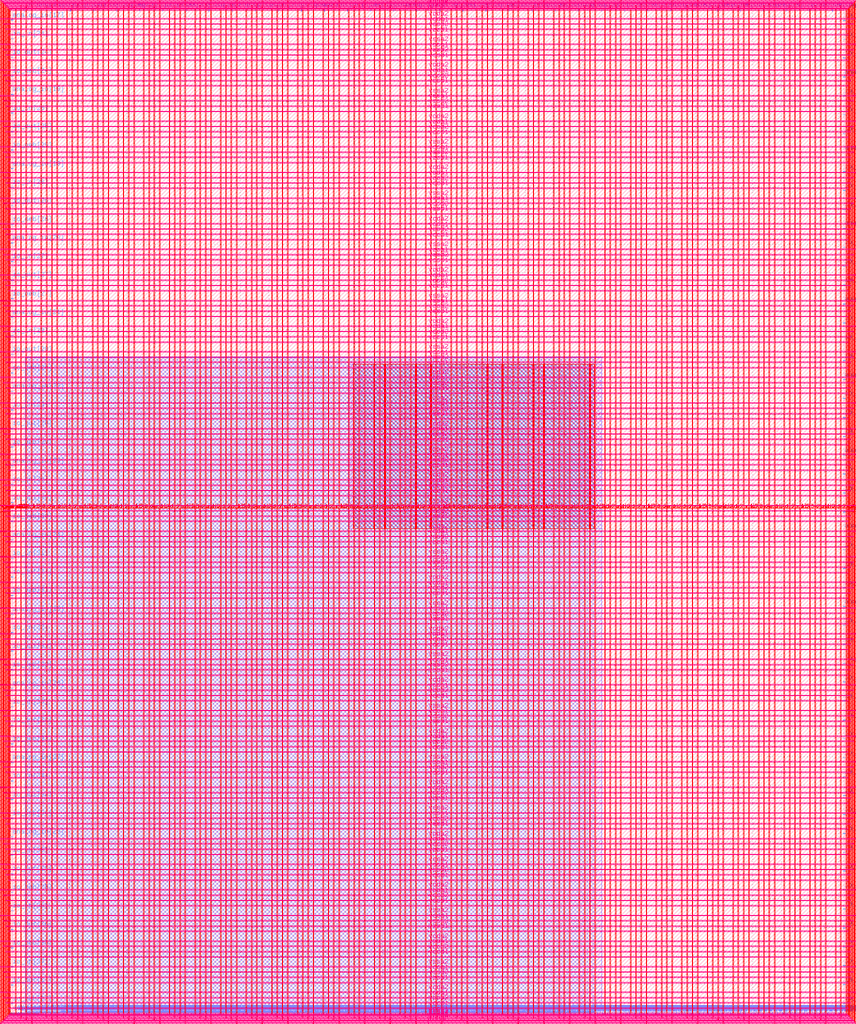
<source format=lef>
VERSION 5.7 ;
  NOWIREEXTENSIONATPIN ON ;
  DIVIDERCHAR "/" ;
  BUSBITCHARS "[]" ;
MACRO user_project_wrapper
  CLASS BLOCK ;
  FOREIGN user_project_wrapper ;
  ORIGIN 0.000 0.000 ;
  SIZE 2920.000 BY 3520.000 ;
  PIN analog_io[0]
    DIRECTION INOUT ;
    USE SIGNAL ;
    PORT
      LAYER met3 ;
        RECT 2917.600 1426.380 2924.800 1427.580 ;
    END
  END analog_io[0]
  PIN analog_io[10]
    DIRECTION INOUT ;
    USE SIGNAL ;
    PORT
      LAYER met2 ;
        RECT 2230.490 3517.600 2231.050 3524.800 ;
    END
  END analog_io[10]
  PIN analog_io[11]
    DIRECTION INOUT ;
    USE SIGNAL ;
    PORT
      LAYER met2 ;
        RECT 1905.730 3517.600 1906.290 3524.800 ;
    END
  END analog_io[11]
  PIN analog_io[12]
    DIRECTION INOUT ;
    USE SIGNAL ;
    PORT
      LAYER met2 ;
        RECT 1581.430 3517.600 1581.990 3524.800 ;
    END
  END analog_io[12]
  PIN analog_io[13]
    DIRECTION INOUT ;
    USE SIGNAL ;
    PORT
      LAYER met2 ;
        RECT 1257.130 3517.600 1257.690 3524.800 ;
    END
  END analog_io[13]
  PIN analog_io[14]
    DIRECTION INOUT ;
    USE SIGNAL ;
    PORT
      LAYER met2 ;
        RECT 932.370 3517.600 932.930 3524.800 ;
    END
  END analog_io[14]
  PIN analog_io[15]
    DIRECTION INOUT ;
    USE SIGNAL ;
    PORT
      LAYER met2 ;
        RECT 608.070 3517.600 608.630 3524.800 ;
    END
  END analog_io[15]
  PIN analog_io[16]
    DIRECTION INOUT ;
    USE SIGNAL ;
    PORT
      LAYER met2 ;
        RECT 283.770 3517.600 284.330 3524.800 ;
    END
  END analog_io[16]
  PIN analog_io[17]
    DIRECTION INOUT ;
    USE SIGNAL ;
    PORT
      LAYER met3 ;
        RECT -4.800 3486.100 2.400 3487.300 ;
    END
  END analog_io[17]
  PIN analog_io[18]
    DIRECTION INOUT ;
    USE SIGNAL ;
    PORT
      LAYER met3 ;
        RECT -4.800 3224.980 2.400 3226.180 ;
    END
  END analog_io[18]
  PIN analog_io[19]
    DIRECTION INOUT ;
    USE SIGNAL ;
    PORT
      LAYER met3 ;
        RECT -4.800 2964.540 2.400 2965.740 ;
    END
  END analog_io[19]
  PIN analog_io[1]
    DIRECTION INOUT ;
    USE SIGNAL ;
    PORT
      LAYER met3 ;
        RECT 2917.600 1692.260 2924.800 1693.460 ;
    END
  END analog_io[1]
  PIN analog_io[20]
    DIRECTION INOUT ;
    USE SIGNAL ;
    PORT
      LAYER met3 ;
        RECT -4.800 2703.420 2.400 2704.620 ;
    END
  END analog_io[20]
  PIN analog_io[21]
    DIRECTION INOUT ;
    USE SIGNAL ;
    PORT
      LAYER met3 ;
        RECT -4.800 2442.980 2.400 2444.180 ;
    END
  END analog_io[21]
  PIN analog_io[22]
    DIRECTION INOUT ;
    USE SIGNAL ;
    PORT
      LAYER met3 ;
        RECT -4.800 2182.540 2.400 2183.740 ;
    END
  END analog_io[22]
  PIN analog_io[23]
    DIRECTION INOUT ;
    USE SIGNAL ;
    PORT
      LAYER met3 ;
        RECT -4.800 1921.420 2.400 1922.620 ;
    END
  END analog_io[23]
  PIN analog_io[24]
    DIRECTION INOUT ;
    USE SIGNAL ;
    PORT
      LAYER met3 ;
        RECT -4.800 1660.980 2.400 1662.180 ;
    END
  END analog_io[24]
  PIN analog_io[25]
    DIRECTION INOUT ;
    USE SIGNAL ;
    PORT
      LAYER met3 ;
        RECT -4.800 1399.860 2.400 1401.060 ;
    END
  END analog_io[25]
  PIN analog_io[26]
    DIRECTION INOUT ;
    USE SIGNAL ;
    PORT
      LAYER met3 ;
        RECT -4.800 1139.420 2.400 1140.620 ;
    END
  END analog_io[26]
  PIN analog_io[27]
    DIRECTION INOUT ;
    USE SIGNAL ;
    PORT
      LAYER met3 ;
        RECT -4.800 878.980 2.400 880.180 ;
    END
  END analog_io[27]
  PIN analog_io[28]
    DIRECTION INOUT ;
    USE SIGNAL ;
    PORT
      LAYER met3 ;
        RECT -4.800 617.860 2.400 619.060 ;
    END
  END analog_io[28]
  PIN analog_io[2]
    DIRECTION INOUT ;
    USE SIGNAL ;
    PORT
      LAYER met3 ;
        RECT 2917.600 1958.140 2924.800 1959.340 ;
    END
  END analog_io[2]
  PIN analog_io[3]
    DIRECTION INOUT ;
    USE SIGNAL ;
    PORT
      LAYER met3 ;
        RECT 2917.600 2223.340 2924.800 2224.540 ;
    END
  END analog_io[3]
  PIN analog_io[4]
    DIRECTION INOUT ;
    USE SIGNAL ;
    PORT
      LAYER met3 ;
        RECT 2917.600 2489.220 2924.800 2490.420 ;
    END
  END analog_io[4]
  PIN analog_io[5]
    DIRECTION INOUT ;
    USE SIGNAL ;
    PORT
      LAYER met3 ;
        RECT 2917.600 2755.100 2924.800 2756.300 ;
    END
  END analog_io[5]
  PIN analog_io[6]
    DIRECTION INOUT ;
    USE SIGNAL ;
    PORT
      LAYER met3 ;
        RECT 2917.600 3020.300 2924.800 3021.500 ;
    END
  END analog_io[6]
  PIN analog_io[7]
    DIRECTION INOUT ;
    USE SIGNAL ;
    PORT
      LAYER met3 ;
        RECT 2917.600 3286.180 2924.800 3287.380 ;
    END
  END analog_io[7]
  PIN analog_io[8]
    DIRECTION INOUT ;
    USE SIGNAL ;
    PORT
      LAYER met2 ;
        RECT 2879.090 3517.600 2879.650 3524.800 ;
    END
  END analog_io[8]
  PIN analog_io[9]
    DIRECTION INOUT ;
    USE SIGNAL ;
    PORT
      LAYER met2 ;
        RECT 2554.790 3517.600 2555.350 3524.800 ;
    END
  END analog_io[9]
  PIN io_in[0]
    DIRECTION INPUT ;
    USE SIGNAL ;
    PORT
      LAYER met3 ;
        RECT 2917.600 32.380 2924.800 33.580 ;
    END
  END io_in[0]
  PIN io_in[10]
    DIRECTION INPUT ;
    USE SIGNAL ;
    PORT
      LAYER met3 ;
        RECT 2917.600 2289.980 2924.800 2291.180 ;
    END
  END io_in[10]
  PIN io_in[11]
    DIRECTION INPUT ;
    USE SIGNAL ;
    PORT
      LAYER met3 ;
        RECT 2917.600 2555.860 2924.800 2557.060 ;
    END
  END io_in[11]
  PIN io_in[12]
    DIRECTION INPUT ;
    USE SIGNAL ;
    PORT
      LAYER met3 ;
        RECT 2917.600 2821.060 2924.800 2822.260 ;
    END
  END io_in[12]
  PIN io_in[13]
    DIRECTION INPUT ;
    USE SIGNAL ;
    PORT
      LAYER met3 ;
        RECT 2917.600 3086.940 2924.800 3088.140 ;
    END
  END io_in[13]
  PIN io_in[14]
    DIRECTION INPUT ;
    USE SIGNAL ;
    PORT
      LAYER met3 ;
        RECT 2917.600 3352.820 2924.800 3354.020 ;
    END
  END io_in[14]
  PIN io_in[15]
    DIRECTION INPUT ;
    USE SIGNAL ;
    PORT
      LAYER met2 ;
        RECT 2798.130 3517.600 2798.690 3524.800 ;
    END
  END io_in[15]
  PIN io_in[16]
    DIRECTION INPUT ;
    USE SIGNAL ;
    PORT
      LAYER met2 ;
        RECT 2473.830 3517.600 2474.390 3524.800 ;
    END
  END io_in[16]
  PIN io_in[17]
    DIRECTION INPUT ;
    USE SIGNAL ;
    PORT
      LAYER met2 ;
        RECT 2149.070 3517.600 2149.630 3524.800 ;
    END
  END io_in[17]
  PIN io_in[18]
    DIRECTION INPUT ;
    USE SIGNAL ;
    PORT
      LAYER met2 ;
        RECT 1824.770 3517.600 1825.330 3524.800 ;
    END
  END io_in[18]
  PIN io_in[19]
    DIRECTION INPUT ;
    USE SIGNAL ;
    PORT
      LAYER met2 ;
        RECT 1500.470 3517.600 1501.030 3524.800 ;
    END
  END io_in[19]
  PIN io_in[1]
    DIRECTION INPUT ;
    USE SIGNAL ;
    PORT
      LAYER met3 ;
        RECT 2917.600 230.940 2924.800 232.140 ;
    END
  END io_in[1]
  PIN io_in[20]
    DIRECTION INPUT ;
    USE SIGNAL ;
    PORT
      LAYER met2 ;
        RECT 1175.710 3517.600 1176.270 3524.800 ;
    END
  END io_in[20]
  PIN io_in[21]
    DIRECTION INPUT ;
    USE SIGNAL ;
    PORT
      LAYER met2 ;
        RECT 851.410 3517.600 851.970 3524.800 ;
    END
  END io_in[21]
  PIN io_in[22]
    DIRECTION INPUT ;
    USE SIGNAL ;
    PORT
      LAYER met2 ;
        RECT 527.110 3517.600 527.670 3524.800 ;
    END
  END io_in[22]
  PIN io_in[23]
    DIRECTION INPUT ;
    USE SIGNAL ;
    PORT
      LAYER met2 ;
        RECT 202.350 3517.600 202.910 3524.800 ;
    END
  END io_in[23]
  PIN io_in[24]
    DIRECTION INPUT ;
    USE SIGNAL ;
    PORT
      LAYER met3 ;
        RECT -4.800 3420.820 2.400 3422.020 ;
    END
  END io_in[24]
  PIN io_in[25]
    DIRECTION INPUT ;
    USE SIGNAL ;
    PORT
      LAYER met3 ;
        RECT -4.800 3159.700 2.400 3160.900 ;
    END
  END io_in[25]
  PIN io_in[26]
    DIRECTION INPUT ;
    USE SIGNAL ;
    PORT
      LAYER met3 ;
        RECT -4.800 2899.260 2.400 2900.460 ;
    END
  END io_in[26]
  PIN io_in[27]
    DIRECTION INPUT ;
    USE SIGNAL ;
    PORT
      LAYER met3 ;
        RECT -4.800 2638.820 2.400 2640.020 ;
    END
  END io_in[27]
  PIN io_in[28]
    DIRECTION INPUT ;
    USE SIGNAL ;
    PORT
      LAYER met3 ;
        RECT -4.800 2377.700 2.400 2378.900 ;
    END
  END io_in[28]
  PIN io_in[29]
    DIRECTION INPUT ;
    USE SIGNAL ;
    PORT
      LAYER met3 ;
        RECT -4.800 2117.260 2.400 2118.460 ;
    END
  END io_in[29]
  PIN io_in[2]
    DIRECTION INPUT ;
    USE SIGNAL ;
    PORT
      LAYER met3 ;
        RECT 2917.600 430.180 2924.800 431.380 ;
    END
  END io_in[2]
  PIN io_in[30]
    DIRECTION INPUT ;
    USE SIGNAL ;
    PORT
      LAYER met3 ;
        RECT -4.800 1856.140 2.400 1857.340 ;
    END
  END io_in[30]
  PIN io_in[31]
    DIRECTION INPUT ;
    USE SIGNAL ;
    PORT
      LAYER met3 ;
        RECT -4.800 1595.700 2.400 1596.900 ;
    END
  END io_in[31]
  PIN io_in[32]
    DIRECTION INPUT ;
    USE SIGNAL ;
    PORT
      LAYER met3 ;
        RECT -4.800 1335.260 2.400 1336.460 ;
    END
  END io_in[32]
  PIN io_in[33]
    DIRECTION INPUT ;
    USE SIGNAL ;
    PORT
      LAYER met3 ;
        RECT -4.800 1074.140 2.400 1075.340 ;
    END
  END io_in[33]
  PIN io_in[34]
    DIRECTION INPUT ;
    USE SIGNAL ;
    PORT
      LAYER met3 ;
        RECT -4.800 813.700 2.400 814.900 ;
    END
  END io_in[34]
  PIN io_in[35]
    DIRECTION INPUT ;
    USE SIGNAL ;
    PORT
      LAYER met3 ;
        RECT -4.800 552.580 2.400 553.780 ;
    END
  END io_in[35]
  PIN io_in[36]
    DIRECTION INPUT ;
    USE SIGNAL ;
    PORT
      LAYER met3 ;
        RECT -4.800 357.420 2.400 358.620 ;
    END
  END io_in[36]
  PIN io_in[37]
    DIRECTION INPUT ;
    USE SIGNAL ;
    PORT
      LAYER met3 ;
        RECT -4.800 161.580 2.400 162.780 ;
    END
  END io_in[37]
  PIN io_in[3]
    DIRECTION INPUT ;
    USE SIGNAL ;
    PORT
      LAYER met3 ;
        RECT 2917.600 629.420 2924.800 630.620 ;
    END
  END io_in[3]
  PIN io_in[4]
    DIRECTION INPUT ;
    USE SIGNAL ;
    PORT
      LAYER met3 ;
        RECT 2917.600 828.660 2924.800 829.860 ;
    END
  END io_in[4]
  PIN io_in[5]
    DIRECTION INPUT ;
    USE SIGNAL ;
    PORT
      LAYER met3 ;
        RECT 2917.600 1027.900 2924.800 1029.100 ;
    END
  END io_in[5]
  PIN io_in[6]
    DIRECTION INPUT ;
    USE SIGNAL ;
    PORT
      LAYER met3 ;
        RECT 2917.600 1227.140 2924.800 1228.340 ;
    END
  END io_in[6]
  PIN io_in[7]
    DIRECTION INPUT ;
    USE SIGNAL ;
    PORT
      LAYER met3 ;
        RECT 2917.600 1493.020 2924.800 1494.220 ;
    END
  END io_in[7]
  PIN io_in[8]
    DIRECTION INPUT ;
    USE SIGNAL ;
    PORT
      LAYER met3 ;
        RECT 2917.600 1758.900 2924.800 1760.100 ;
    END
  END io_in[8]
  PIN io_in[9]
    DIRECTION INPUT ;
    USE SIGNAL ;
    PORT
      LAYER met3 ;
        RECT 2917.600 2024.100 2924.800 2025.300 ;
    END
  END io_in[9]
  PIN io_oeb[0]
    DIRECTION OUTPUT TRISTATE ;
    USE SIGNAL ;
    PORT
      LAYER met3 ;
        RECT 2917.600 164.980 2924.800 166.180 ;
    END
  END io_oeb[0]
  PIN io_oeb[10]
    DIRECTION OUTPUT TRISTATE ;
    USE SIGNAL ;
    PORT
      LAYER met3 ;
        RECT 2917.600 2422.580 2924.800 2423.780 ;
    END
  END io_oeb[10]
  PIN io_oeb[11]
    DIRECTION OUTPUT TRISTATE ;
    USE SIGNAL ;
    PORT
      LAYER met3 ;
        RECT 2917.600 2688.460 2924.800 2689.660 ;
    END
  END io_oeb[11]
  PIN io_oeb[12]
    DIRECTION OUTPUT TRISTATE ;
    USE SIGNAL ;
    PORT
      LAYER met3 ;
        RECT 2917.600 2954.340 2924.800 2955.540 ;
    END
  END io_oeb[12]
  PIN io_oeb[13]
    DIRECTION OUTPUT TRISTATE ;
    USE SIGNAL ;
    PORT
      LAYER met3 ;
        RECT 2917.600 3219.540 2924.800 3220.740 ;
    END
  END io_oeb[13]
  PIN io_oeb[14]
    DIRECTION OUTPUT TRISTATE ;
    USE SIGNAL ;
    PORT
      LAYER met3 ;
        RECT 2917.600 3485.420 2924.800 3486.620 ;
    END
  END io_oeb[14]
  PIN io_oeb[15]
    DIRECTION OUTPUT TRISTATE ;
    USE SIGNAL ;
    PORT
      LAYER met2 ;
        RECT 2635.750 3517.600 2636.310 3524.800 ;
    END
  END io_oeb[15]
  PIN io_oeb[16]
    DIRECTION OUTPUT TRISTATE ;
    USE SIGNAL ;
    PORT
      LAYER met2 ;
        RECT 2311.450 3517.600 2312.010 3524.800 ;
    END
  END io_oeb[16]
  PIN io_oeb[17]
    DIRECTION OUTPUT TRISTATE ;
    USE SIGNAL ;
    PORT
      LAYER met2 ;
        RECT 1987.150 3517.600 1987.710 3524.800 ;
    END
  END io_oeb[17]
  PIN io_oeb[18]
    DIRECTION OUTPUT TRISTATE ;
    USE SIGNAL ;
    PORT
      LAYER met2 ;
        RECT 1662.390 3517.600 1662.950 3524.800 ;
    END
  END io_oeb[18]
  PIN io_oeb[19]
    DIRECTION OUTPUT TRISTATE ;
    USE SIGNAL ;
    PORT
      LAYER met2 ;
        RECT 1338.090 3517.600 1338.650 3524.800 ;
    END
  END io_oeb[19]
  PIN io_oeb[1]
    DIRECTION OUTPUT TRISTATE ;
    USE SIGNAL ;
    PORT
      LAYER met3 ;
        RECT 2917.600 364.220 2924.800 365.420 ;
    END
  END io_oeb[1]
  PIN io_oeb[20]
    DIRECTION OUTPUT TRISTATE ;
    USE SIGNAL ;
    PORT
      LAYER met2 ;
        RECT 1013.790 3517.600 1014.350 3524.800 ;
    END
  END io_oeb[20]
  PIN io_oeb[21]
    DIRECTION OUTPUT TRISTATE ;
    USE SIGNAL ;
    PORT
      LAYER met2 ;
        RECT 689.030 3517.600 689.590 3524.800 ;
    END
  END io_oeb[21]
  PIN io_oeb[22]
    DIRECTION OUTPUT TRISTATE ;
    USE SIGNAL ;
    PORT
      LAYER met2 ;
        RECT 364.730 3517.600 365.290 3524.800 ;
    END
  END io_oeb[22]
  PIN io_oeb[23]
    DIRECTION OUTPUT TRISTATE ;
    USE SIGNAL ;
    PORT
      LAYER met2 ;
        RECT 40.430 3517.600 40.990 3524.800 ;
    END
  END io_oeb[23]
  PIN io_oeb[24]
    DIRECTION OUTPUT TRISTATE ;
    USE SIGNAL ;
    PORT
      LAYER met3 ;
        RECT -4.800 3290.260 2.400 3291.460 ;
    END
  END io_oeb[24]
  PIN io_oeb[25]
    DIRECTION OUTPUT TRISTATE ;
    USE SIGNAL ;
    PORT
      LAYER met3 ;
        RECT -4.800 3029.820 2.400 3031.020 ;
    END
  END io_oeb[25]
  PIN io_oeb[26]
    DIRECTION OUTPUT TRISTATE ;
    USE SIGNAL ;
    PORT
      LAYER met3 ;
        RECT -4.800 2768.700 2.400 2769.900 ;
    END
  END io_oeb[26]
  PIN io_oeb[27]
    DIRECTION OUTPUT TRISTATE ;
    USE SIGNAL ;
    PORT
      LAYER met3 ;
        RECT -4.800 2508.260 2.400 2509.460 ;
    END
  END io_oeb[27]
  PIN io_oeb[28]
    DIRECTION OUTPUT TRISTATE ;
    USE SIGNAL ;
    PORT
      LAYER met3 ;
        RECT -4.800 2247.140 2.400 2248.340 ;
    END
  END io_oeb[28]
  PIN io_oeb[29]
    DIRECTION OUTPUT TRISTATE ;
    USE SIGNAL ;
    PORT
      LAYER met3 ;
        RECT -4.800 1986.700 2.400 1987.900 ;
    END
  END io_oeb[29]
  PIN io_oeb[2]
    DIRECTION OUTPUT TRISTATE ;
    USE SIGNAL ;
    PORT
      LAYER met3 ;
        RECT 2917.600 563.460 2924.800 564.660 ;
    END
  END io_oeb[2]
  PIN io_oeb[30]
    DIRECTION OUTPUT TRISTATE ;
    USE SIGNAL ;
    PORT
      LAYER met3 ;
        RECT -4.800 1726.260 2.400 1727.460 ;
    END
  END io_oeb[30]
  PIN io_oeb[31]
    DIRECTION OUTPUT TRISTATE ;
    USE SIGNAL ;
    PORT
      LAYER met3 ;
        RECT -4.800 1465.140 2.400 1466.340 ;
    END
  END io_oeb[31]
  PIN io_oeb[32]
    DIRECTION OUTPUT TRISTATE ;
    USE SIGNAL ;
    PORT
      LAYER met3 ;
        RECT -4.800 1204.700 2.400 1205.900 ;
    END
  END io_oeb[32]
  PIN io_oeb[33]
    DIRECTION OUTPUT TRISTATE ;
    USE SIGNAL ;
    PORT
      LAYER met3 ;
        RECT -4.800 943.580 2.400 944.780 ;
    END
  END io_oeb[33]
  PIN io_oeb[34]
    DIRECTION OUTPUT TRISTATE ;
    USE SIGNAL ;
    PORT
      LAYER met3 ;
        RECT -4.800 683.140 2.400 684.340 ;
    END
  END io_oeb[34]
  PIN io_oeb[35]
    DIRECTION OUTPUT TRISTATE ;
    USE SIGNAL ;
    PORT
      LAYER met3 ;
        RECT -4.800 422.700 2.400 423.900 ;
    END
  END io_oeb[35]
  PIN io_oeb[36]
    DIRECTION OUTPUT TRISTATE ;
    USE SIGNAL ;
    PORT
      LAYER met3 ;
        RECT -4.800 226.860 2.400 228.060 ;
    END
  END io_oeb[36]
  PIN io_oeb[37]
    DIRECTION OUTPUT TRISTATE ;
    USE SIGNAL ;
    PORT
      LAYER met3 ;
        RECT -4.800 31.700 2.400 32.900 ;
    END
  END io_oeb[37]
  PIN io_oeb[3]
    DIRECTION OUTPUT TRISTATE ;
    USE SIGNAL ;
    PORT
      LAYER met3 ;
        RECT 2917.600 762.700 2924.800 763.900 ;
    END
  END io_oeb[3]
  PIN io_oeb[4]
    DIRECTION OUTPUT TRISTATE ;
    USE SIGNAL ;
    PORT
      LAYER met3 ;
        RECT 2917.600 961.940 2924.800 963.140 ;
    END
  END io_oeb[4]
  PIN io_oeb[5]
    DIRECTION OUTPUT TRISTATE ;
    USE SIGNAL ;
    PORT
      LAYER met3 ;
        RECT 2917.600 1161.180 2924.800 1162.380 ;
    END
  END io_oeb[5]
  PIN io_oeb[6]
    DIRECTION OUTPUT TRISTATE ;
    USE SIGNAL ;
    PORT
      LAYER met3 ;
        RECT 2917.600 1360.420 2924.800 1361.620 ;
    END
  END io_oeb[6]
  PIN io_oeb[7]
    DIRECTION OUTPUT TRISTATE ;
    USE SIGNAL ;
    PORT
      LAYER met3 ;
        RECT 2917.600 1625.620 2924.800 1626.820 ;
    END
  END io_oeb[7]
  PIN io_oeb[8]
    DIRECTION OUTPUT TRISTATE ;
    USE SIGNAL ;
    PORT
      LAYER met3 ;
        RECT 2917.600 1891.500 2924.800 1892.700 ;
    END
  END io_oeb[8]
  PIN io_oeb[9]
    DIRECTION OUTPUT TRISTATE ;
    USE SIGNAL ;
    PORT
      LAYER met3 ;
        RECT 2917.600 2157.380 2924.800 2158.580 ;
    END
  END io_oeb[9]
  PIN io_out[0]
    DIRECTION OUTPUT TRISTATE ;
    USE SIGNAL ;
    PORT
      LAYER met3 ;
        RECT 2917.600 98.340 2924.800 99.540 ;
    END
  END io_out[0]
  PIN io_out[10]
    DIRECTION OUTPUT TRISTATE ;
    USE SIGNAL ;
    PORT
      LAYER met3 ;
        RECT 2917.600 2356.620 2924.800 2357.820 ;
    END
  END io_out[10]
  PIN io_out[11]
    DIRECTION OUTPUT TRISTATE ;
    USE SIGNAL ;
    PORT
      LAYER met3 ;
        RECT 2917.600 2621.820 2924.800 2623.020 ;
    END
  END io_out[11]
  PIN io_out[12]
    DIRECTION OUTPUT TRISTATE ;
    USE SIGNAL ;
    PORT
      LAYER met3 ;
        RECT 2917.600 2887.700 2924.800 2888.900 ;
    END
  END io_out[12]
  PIN io_out[13]
    DIRECTION OUTPUT TRISTATE ;
    USE SIGNAL ;
    PORT
      LAYER met3 ;
        RECT 2917.600 3153.580 2924.800 3154.780 ;
    END
  END io_out[13]
  PIN io_out[14]
    DIRECTION OUTPUT TRISTATE ;
    USE SIGNAL ;
    PORT
      LAYER met3 ;
        RECT 2917.600 3418.780 2924.800 3419.980 ;
    END
  END io_out[14]
  PIN io_out[15]
    DIRECTION OUTPUT TRISTATE ;
    USE SIGNAL ;
    PORT
      LAYER met2 ;
        RECT 2717.170 3517.600 2717.730 3524.800 ;
    END
  END io_out[15]
  PIN io_out[16]
    DIRECTION OUTPUT TRISTATE ;
    USE SIGNAL ;
    PORT
      LAYER met2 ;
        RECT 2392.410 3517.600 2392.970 3524.800 ;
    END
  END io_out[16]
  PIN io_out[17]
    DIRECTION OUTPUT TRISTATE ;
    USE SIGNAL ;
    PORT
      LAYER met2 ;
        RECT 2068.110 3517.600 2068.670 3524.800 ;
    END
  END io_out[17]
  PIN io_out[18]
    DIRECTION OUTPUT TRISTATE ;
    USE SIGNAL ;
    PORT
      LAYER met2 ;
        RECT 1743.810 3517.600 1744.370 3524.800 ;
    END
  END io_out[18]
  PIN io_out[19]
    DIRECTION OUTPUT TRISTATE ;
    USE SIGNAL ;
    PORT
      LAYER met2 ;
        RECT 1419.050 3517.600 1419.610 3524.800 ;
    END
  END io_out[19]
  PIN io_out[1]
    DIRECTION OUTPUT TRISTATE ;
    USE SIGNAL ;
    PORT
      LAYER met3 ;
        RECT 2917.600 297.580 2924.800 298.780 ;
    END
  END io_out[1]
  PIN io_out[20]
    DIRECTION OUTPUT TRISTATE ;
    USE SIGNAL ;
    PORT
      LAYER met2 ;
        RECT 1094.750 3517.600 1095.310 3524.800 ;
    END
  END io_out[20]
  PIN io_out[21]
    DIRECTION OUTPUT TRISTATE ;
    USE SIGNAL ;
    PORT
      LAYER met2 ;
        RECT 770.450 3517.600 771.010 3524.800 ;
    END
  END io_out[21]
  PIN io_out[22]
    DIRECTION OUTPUT TRISTATE ;
    USE SIGNAL ;
    PORT
      LAYER met2 ;
        RECT 445.690 3517.600 446.250 3524.800 ;
    END
  END io_out[22]
  PIN io_out[23]
    DIRECTION OUTPUT TRISTATE ;
    USE SIGNAL ;
    PORT
      LAYER met2 ;
        RECT 121.390 3517.600 121.950 3524.800 ;
    END
  END io_out[23]
  PIN io_out[24]
    DIRECTION OUTPUT TRISTATE ;
    USE SIGNAL ;
    PORT
      LAYER met3 ;
        RECT -4.800 3355.540 2.400 3356.740 ;
    END
  END io_out[24]
  PIN io_out[25]
    DIRECTION OUTPUT TRISTATE ;
    USE SIGNAL ;
    PORT
      LAYER met3 ;
        RECT -4.800 3095.100 2.400 3096.300 ;
    END
  END io_out[25]
  PIN io_out[26]
    DIRECTION OUTPUT TRISTATE ;
    USE SIGNAL ;
    PORT
      LAYER met3 ;
        RECT -4.800 2833.980 2.400 2835.180 ;
    END
  END io_out[26]
  PIN io_out[27]
    DIRECTION OUTPUT TRISTATE ;
    USE SIGNAL ;
    PORT
      LAYER met3 ;
        RECT -4.800 2573.540 2.400 2574.740 ;
    END
  END io_out[27]
  PIN io_out[28]
    DIRECTION OUTPUT TRISTATE ;
    USE SIGNAL ;
    PORT
      LAYER met3 ;
        RECT -4.800 2312.420 2.400 2313.620 ;
    END
  END io_out[28]
  PIN io_out[29]
    DIRECTION OUTPUT TRISTATE ;
    USE SIGNAL ;
    PORT
      LAYER met3 ;
        RECT -4.800 2051.980 2.400 2053.180 ;
    END
  END io_out[29]
  PIN io_out[2]
    DIRECTION OUTPUT TRISTATE ;
    USE SIGNAL ;
    PORT
      LAYER met3 ;
        RECT 2917.600 496.820 2924.800 498.020 ;
    END
  END io_out[2]
  PIN io_out[30]
    DIRECTION OUTPUT TRISTATE ;
    USE SIGNAL ;
    PORT
      LAYER met3 ;
        RECT -4.800 1791.540 2.400 1792.740 ;
    END
  END io_out[30]
  PIN io_out[31]
    DIRECTION OUTPUT TRISTATE ;
    USE SIGNAL ;
    PORT
      LAYER met3 ;
        RECT -4.800 1530.420 2.400 1531.620 ;
    END
  END io_out[31]
  PIN io_out[32]
    DIRECTION OUTPUT TRISTATE ;
    USE SIGNAL ;
    PORT
      LAYER met3 ;
        RECT -4.800 1269.980 2.400 1271.180 ;
    END
  END io_out[32]
  PIN io_out[33]
    DIRECTION OUTPUT TRISTATE ;
    USE SIGNAL ;
    PORT
      LAYER met3 ;
        RECT -4.800 1008.860 2.400 1010.060 ;
    END
  END io_out[33]
  PIN io_out[34]
    DIRECTION OUTPUT TRISTATE ;
    USE SIGNAL ;
    PORT
      LAYER met3 ;
        RECT -4.800 748.420 2.400 749.620 ;
    END
  END io_out[34]
  PIN io_out[35]
    DIRECTION OUTPUT TRISTATE ;
    USE SIGNAL ;
    PORT
      LAYER met3 ;
        RECT -4.800 487.300 2.400 488.500 ;
    END
  END io_out[35]
  PIN io_out[36]
    DIRECTION OUTPUT TRISTATE ;
    USE SIGNAL ;
    PORT
      LAYER met3 ;
        RECT -4.800 292.140 2.400 293.340 ;
    END
  END io_out[36]
  PIN io_out[37]
    DIRECTION OUTPUT TRISTATE ;
    USE SIGNAL ;
    PORT
      LAYER met3 ;
        RECT -4.800 96.300 2.400 97.500 ;
    END
  END io_out[37]
  PIN io_out[3]
    DIRECTION OUTPUT TRISTATE ;
    USE SIGNAL ;
    PORT
      LAYER met3 ;
        RECT 2917.600 696.060 2924.800 697.260 ;
    END
  END io_out[3]
  PIN io_out[4]
    DIRECTION OUTPUT TRISTATE ;
    USE SIGNAL ;
    PORT
      LAYER met3 ;
        RECT 2917.600 895.300 2924.800 896.500 ;
    END
  END io_out[4]
  PIN io_out[5]
    DIRECTION OUTPUT TRISTATE ;
    USE SIGNAL ;
    PORT
      LAYER met3 ;
        RECT 2917.600 1094.540 2924.800 1095.740 ;
    END
  END io_out[5]
  PIN io_out[6]
    DIRECTION OUTPUT TRISTATE ;
    USE SIGNAL ;
    PORT
      LAYER met3 ;
        RECT 2917.600 1293.780 2924.800 1294.980 ;
    END
  END io_out[6]
  PIN io_out[7]
    DIRECTION OUTPUT TRISTATE ;
    USE SIGNAL ;
    PORT
      LAYER met3 ;
        RECT 2917.600 1559.660 2924.800 1560.860 ;
    END
  END io_out[7]
  PIN io_out[8]
    DIRECTION OUTPUT TRISTATE ;
    USE SIGNAL ;
    PORT
      LAYER met3 ;
        RECT 2917.600 1824.860 2924.800 1826.060 ;
    END
  END io_out[8]
  PIN io_out[9]
    DIRECTION OUTPUT TRISTATE ;
    USE SIGNAL ;
    PORT
      LAYER met3 ;
        RECT 2917.600 2090.740 2924.800 2091.940 ;
    END
  END io_out[9]
  PIN la_data_in[0]
    DIRECTION INPUT ;
    USE SIGNAL ;
    PORT
      LAYER met2 ;
        RECT 629.230 -4.800 629.790 2.400 ;
    END
  END la_data_in[0]
  PIN la_data_in[100]
    DIRECTION INPUT ;
    USE SIGNAL ;
    PORT
      LAYER met2 ;
        RECT 2402.530 -4.800 2403.090 2.400 ;
    END
  END la_data_in[100]
  PIN la_data_in[101]
    DIRECTION INPUT ;
    USE SIGNAL ;
    PORT
      LAYER met2 ;
        RECT 2420.010 -4.800 2420.570 2.400 ;
    END
  END la_data_in[101]
  PIN la_data_in[102]
    DIRECTION INPUT ;
    USE SIGNAL ;
    PORT
      LAYER met2 ;
        RECT 2437.950 -4.800 2438.510 2.400 ;
    END
  END la_data_in[102]
  PIN la_data_in[103]
    DIRECTION INPUT ;
    USE SIGNAL ;
    PORT
      LAYER met2 ;
        RECT 2455.430 -4.800 2455.990 2.400 ;
    END
  END la_data_in[103]
  PIN la_data_in[104]
    DIRECTION INPUT ;
    USE SIGNAL ;
    PORT
      LAYER met2 ;
        RECT 2473.370 -4.800 2473.930 2.400 ;
    END
  END la_data_in[104]
  PIN la_data_in[105]
    DIRECTION INPUT ;
    USE SIGNAL ;
    PORT
      LAYER met2 ;
        RECT 2490.850 -4.800 2491.410 2.400 ;
    END
  END la_data_in[105]
  PIN la_data_in[106]
    DIRECTION INPUT ;
    USE SIGNAL ;
    PORT
      LAYER met2 ;
        RECT 2508.790 -4.800 2509.350 2.400 ;
    END
  END la_data_in[106]
  PIN la_data_in[107]
    DIRECTION INPUT ;
    USE SIGNAL ;
    PORT
      LAYER met2 ;
        RECT 2526.730 -4.800 2527.290 2.400 ;
    END
  END la_data_in[107]
  PIN la_data_in[108]
    DIRECTION INPUT ;
    USE SIGNAL ;
    PORT
      LAYER met2 ;
        RECT 2544.210 -4.800 2544.770 2.400 ;
    END
  END la_data_in[108]
  PIN la_data_in[109]
    DIRECTION INPUT ;
    USE SIGNAL ;
    PORT
      LAYER met2 ;
        RECT 2562.150 -4.800 2562.710 2.400 ;
    END
  END la_data_in[109]
  PIN la_data_in[10]
    DIRECTION INPUT ;
    USE SIGNAL ;
    PORT
      LAYER met2 ;
        RECT 806.330 -4.800 806.890 2.400 ;
    END
  END la_data_in[10]
  PIN la_data_in[110]
    DIRECTION INPUT ;
    USE SIGNAL ;
    PORT
      LAYER met2 ;
        RECT 2579.630 -4.800 2580.190 2.400 ;
    END
  END la_data_in[110]
  PIN la_data_in[111]
    DIRECTION INPUT ;
    USE SIGNAL ;
    PORT
      LAYER met2 ;
        RECT 2597.570 -4.800 2598.130 2.400 ;
    END
  END la_data_in[111]
  PIN la_data_in[112]
    DIRECTION INPUT ;
    USE SIGNAL ;
    PORT
      LAYER met2 ;
        RECT 2615.050 -4.800 2615.610 2.400 ;
    END
  END la_data_in[112]
  PIN la_data_in[113]
    DIRECTION INPUT ;
    USE SIGNAL ;
    PORT
      LAYER met2 ;
        RECT 2632.990 -4.800 2633.550 2.400 ;
    END
  END la_data_in[113]
  PIN la_data_in[114]
    DIRECTION INPUT ;
    USE SIGNAL ;
    PORT
      LAYER met2 ;
        RECT 2650.470 -4.800 2651.030 2.400 ;
    END
  END la_data_in[114]
  PIN la_data_in[115]
    DIRECTION INPUT ;
    USE SIGNAL ;
    PORT
      LAYER met2 ;
        RECT 2668.410 -4.800 2668.970 2.400 ;
    END
  END la_data_in[115]
  PIN la_data_in[116]
    DIRECTION INPUT ;
    USE SIGNAL ;
    PORT
      LAYER met2 ;
        RECT 2685.890 -4.800 2686.450 2.400 ;
    END
  END la_data_in[116]
  PIN la_data_in[117]
    DIRECTION INPUT ;
    USE SIGNAL ;
    PORT
      LAYER met2 ;
        RECT 2703.830 -4.800 2704.390 2.400 ;
    END
  END la_data_in[117]
  PIN la_data_in[118]
    DIRECTION INPUT ;
    USE SIGNAL ;
    PORT
      LAYER met2 ;
        RECT 2721.770 -4.800 2722.330 2.400 ;
    END
  END la_data_in[118]
  PIN la_data_in[119]
    DIRECTION INPUT ;
    USE SIGNAL ;
    PORT
      LAYER met2 ;
        RECT 2739.250 -4.800 2739.810 2.400 ;
    END
  END la_data_in[119]
  PIN la_data_in[11]
    DIRECTION INPUT ;
    USE SIGNAL ;
    PORT
      LAYER met2 ;
        RECT 824.270 -4.800 824.830 2.400 ;
    END
  END la_data_in[11]
  PIN la_data_in[120]
    DIRECTION INPUT ;
    USE SIGNAL ;
    PORT
      LAYER met2 ;
        RECT 2757.190 -4.800 2757.750 2.400 ;
    END
  END la_data_in[120]
  PIN la_data_in[121]
    DIRECTION INPUT ;
    USE SIGNAL ;
    PORT
      LAYER met2 ;
        RECT 2774.670 -4.800 2775.230 2.400 ;
    END
  END la_data_in[121]
  PIN la_data_in[122]
    DIRECTION INPUT ;
    USE SIGNAL ;
    PORT
      LAYER met2 ;
        RECT 2792.610 -4.800 2793.170 2.400 ;
    END
  END la_data_in[122]
  PIN la_data_in[123]
    DIRECTION INPUT ;
    USE SIGNAL ;
    PORT
      LAYER met2 ;
        RECT 2810.090 -4.800 2810.650 2.400 ;
    END
  END la_data_in[123]
  PIN la_data_in[124]
    DIRECTION INPUT ;
    USE SIGNAL ;
    PORT
      LAYER met2 ;
        RECT 2828.030 -4.800 2828.590 2.400 ;
    END
  END la_data_in[124]
  PIN la_data_in[125]
    DIRECTION INPUT ;
    USE SIGNAL ;
    PORT
      LAYER met2 ;
        RECT 2845.510 -4.800 2846.070 2.400 ;
    END
  END la_data_in[125]
  PIN la_data_in[126]
    DIRECTION INPUT ;
    USE SIGNAL ;
    PORT
      LAYER met2 ;
        RECT 2863.450 -4.800 2864.010 2.400 ;
    END
  END la_data_in[126]
  PIN la_data_in[127]
    DIRECTION INPUT ;
    USE SIGNAL ;
    PORT
      LAYER met2 ;
        RECT 2881.390 -4.800 2881.950 2.400 ;
    END
  END la_data_in[127]
  PIN la_data_in[12]
    DIRECTION INPUT ;
    USE SIGNAL ;
    PORT
      LAYER met2 ;
        RECT 841.750 -4.800 842.310 2.400 ;
    END
  END la_data_in[12]
  PIN la_data_in[13]
    DIRECTION INPUT ;
    USE SIGNAL ;
    PORT
      LAYER met2 ;
        RECT 859.690 -4.800 860.250 2.400 ;
    END
  END la_data_in[13]
  PIN la_data_in[14]
    DIRECTION INPUT ;
    USE SIGNAL ;
    PORT
      LAYER met2 ;
        RECT 877.170 -4.800 877.730 2.400 ;
    END
  END la_data_in[14]
  PIN la_data_in[15]
    DIRECTION INPUT ;
    USE SIGNAL ;
    PORT
      LAYER met2 ;
        RECT 895.110 -4.800 895.670 2.400 ;
    END
  END la_data_in[15]
  PIN la_data_in[16]
    DIRECTION INPUT ;
    USE SIGNAL ;
    PORT
      LAYER met2 ;
        RECT 912.590 -4.800 913.150 2.400 ;
    END
  END la_data_in[16]
  PIN la_data_in[17]
    DIRECTION INPUT ;
    USE SIGNAL ;
    PORT
      LAYER met2 ;
        RECT 930.530 -4.800 931.090 2.400 ;
    END
  END la_data_in[17]
  PIN la_data_in[18]
    DIRECTION INPUT ;
    USE SIGNAL ;
    PORT
      LAYER met2 ;
        RECT 948.470 -4.800 949.030 2.400 ;
    END
  END la_data_in[18]
  PIN la_data_in[19]
    DIRECTION INPUT ;
    USE SIGNAL ;
    PORT
      LAYER met2 ;
        RECT 965.950 -4.800 966.510 2.400 ;
    END
  END la_data_in[19]
  PIN la_data_in[1]
    DIRECTION INPUT ;
    USE SIGNAL ;
    PORT
      LAYER met2 ;
        RECT 646.710 -4.800 647.270 2.400 ;
    END
  END la_data_in[1]
  PIN la_data_in[20]
    DIRECTION INPUT ;
    USE SIGNAL ;
    PORT
      LAYER met2 ;
        RECT 983.890 -4.800 984.450 2.400 ;
    END
  END la_data_in[20]
  PIN la_data_in[21]
    DIRECTION INPUT ;
    USE SIGNAL ;
    PORT
      LAYER met2 ;
        RECT 1001.370 -4.800 1001.930 2.400 ;
    END
  END la_data_in[21]
  PIN la_data_in[22]
    DIRECTION INPUT ;
    USE SIGNAL ;
    PORT
      LAYER met2 ;
        RECT 1019.310 -4.800 1019.870 2.400 ;
    END
  END la_data_in[22]
  PIN la_data_in[23]
    DIRECTION INPUT ;
    USE SIGNAL ;
    PORT
      LAYER met2 ;
        RECT 1036.790 -4.800 1037.350 2.400 ;
    END
  END la_data_in[23]
  PIN la_data_in[24]
    DIRECTION INPUT ;
    USE SIGNAL ;
    PORT
      LAYER met2 ;
        RECT 1054.730 -4.800 1055.290 2.400 ;
    END
  END la_data_in[24]
  PIN la_data_in[25]
    DIRECTION INPUT ;
    USE SIGNAL ;
    PORT
      LAYER met2 ;
        RECT 1072.210 -4.800 1072.770 2.400 ;
    END
  END la_data_in[25]
  PIN la_data_in[26]
    DIRECTION INPUT ;
    USE SIGNAL ;
    PORT
      LAYER met2 ;
        RECT 1090.150 -4.800 1090.710 2.400 ;
    END
  END la_data_in[26]
  PIN la_data_in[27]
    DIRECTION INPUT ;
    USE SIGNAL ;
    PORT
      LAYER met2 ;
        RECT 1107.630 -4.800 1108.190 2.400 ;
    END
  END la_data_in[27]
  PIN la_data_in[28]
    DIRECTION INPUT ;
    USE SIGNAL ;
    PORT
      LAYER met2 ;
        RECT 1125.570 -4.800 1126.130 2.400 ;
    END
  END la_data_in[28]
  PIN la_data_in[29]
    DIRECTION INPUT ;
    USE SIGNAL ;
    PORT
      LAYER met2 ;
        RECT 1143.510 -4.800 1144.070 2.400 ;
    END
  END la_data_in[29]
  PIN la_data_in[2]
    DIRECTION INPUT ;
    USE SIGNAL ;
    PORT
      LAYER met2 ;
        RECT 664.650 -4.800 665.210 2.400 ;
    END
  END la_data_in[2]
  PIN la_data_in[30]
    DIRECTION INPUT ;
    USE SIGNAL ;
    PORT
      LAYER met2 ;
        RECT 1160.990 -4.800 1161.550 2.400 ;
    END
  END la_data_in[30]
  PIN la_data_in[31]
    DIRECTION INPUT ;
    USE SIGNAL ;
    PORT
      LAYER met2 ;
        RECT 1178.930 -4.800 1179.490 2.400 ;
    END
  END la_data_in[31]
  PIN la_data_in[32]
    DIRECTION INPUT ;
    USE SIGNAL ;
    PORT
      LAYER met2 ;
        RECT 1196.410 -4.800 1196.970 2.400 ;
    END
  END la_data_in[32]
  PIN la_data_in[33]
    DIRECTION INPUT ;
    USE SIGNAL ;
    PORT
      LAYER met2 ;
        RECT 1214.350 -4.800 1214.910 2.400 ;
    END
  END la_data_in[33]
  PIN la_data_in[34]
    DIRECTION INPUT ;
    USE SIGNAL ;
    PORT
      LAYER met2 ;
        RECT 1231.830 -4.800 1232.390 2.400 ;
    END
  END la_data_in[34]
  PIN la_data_in[35]
    DIRECTION INPUT ;
    USE SIGNAL ;
    PORT
      LAYER met2 ;
        RECT 1249.770 -4.800 1250.330 2.400 ;
    END
  END la_data_in[35]
  PIN la_data_in[36]
    DIRECTION INPUT ;
    USE SIGNAL ;
    PORT
      LAYER met2 ;
        RECT 1267.250 -4.800 1267.810 2.400 ;
    END
  END la_data_in[36]
  PIN la_data_in[37]
    DIRECTION INPUT ;
    USE SIGNAL ;
    PORT
      LAYER met2 ;
        RECT 1285.190 -4.800 1285.750 2.400 ;
    END
  END la_data_in[37]
  PIN la_data_in[38]
    DIRECTION INPUT ;
    USE SIGNAL ;
    PORT
      LAYER met2 ;
        RECT 1303.130 -4.800 1303.690 2.400 ;
    END
  END la_data_in[38]
  PIN la_data_in[39]
    DIRECTION INPUT ;
    USE SIGNAL ;
    PORT
      LAYER met2 ;
        RECT 1320.610 -4.800 1321.170 2.400 ;
    END
  END la_data_in[39]
  PIN la_data_in[3]
    DIRECTION INPUT ;
    USE SIGNAL ;
    PORT
      LAYER met2 ;
        RECT 682.130 -4.800 682.690 2.400 ;
    END
  END la_data_in[3]
  PIN la_data_in[40]
    DIRECTION INPUT ;
    USE SIGNAL ;
    PORT
      LAYER met2 ;
        RECT 1338.550 -4.800 1339.110 2.400 ;
    END
  END la_data_in[40]
  PIN la_data_in[41]
    DIRECTION INPUT ;
    USE SIGNAL ;
    PORT
      LAYER met2 ;
        RECT 1356.030 -4.800 1356.590 2.400 ;
    END
  END la_data_in[41]
  PIN la_data_in[42]
    DIRECTION INPUT ;
    USE SIGNAL ;
    PORT
      LAYER met2 ;
        RECT 1373.970 -4.800 1374.530 2.400 ;
    END
  END la_data_in[42]
  PIN la_data_in[43]
    DIRECTION INPUT ;
    USE SIGNAL ;
    PORT
      LAYER met2 ;
        RECT 1391.450 -4.800 1392.010 2.400 ;
    END
  END la_data_in[43]
  PIN la_data_in[44]
    DIRECTION INPUT ;
    USE SIGNAL ;
    PORT
      LAYER met2 ;
        RECT 1409.390 -4.800 1409.950 2.400 ;
    END
  END la_data_in[44]
  PIN la_data_in[45]
    DIRECTION INPUT ;
    USE SIGNAL ;
    PORT
      LAYER met2 ;
        RECT 1426.870 -4.800 1427.430 2.400 ;
    END
  END la_data_in[45]
  PIN la_data_in[46]
    DIRECTION INPUT ;
    USE SIGNAL ;
    PORT
      LAYER met2 ;
        RECT 1444.810 -4.800 1445.370 2.400 ;
    END
  END la_data_in[46]
  PIN la_data_in[47]
    DIRECTION INPUT ;
    USE SIGNAL ;
    PORT
      LAYER met2 ;
        RECT 1462.750 -4.800 1463.310 2.400 ;
    END
  END la_data_in[47]
  PIN la_data_in[48]
    DIRECTION INPUT ;
    USE SIGNAL ;
    PORT
      LAYER met2 ;
        RECT 1480.230 -4.800 1480.790 2.400 ;
    END
  END la_data_in[48]
  PIN la_data_in[49]
    DIRECTION INPUT ;
    USE SIGNAL ;
    PORT
      LAYER met2 ;
        RECT 1498.170 -4.800 1498.730 2.400 ;
    END
  END la_data_in[49]
  PIN la_data_in[4]
    DIRECTION INPUT ;
    USE SIGNAL ;
    PORT
      LAYER met2 ;
        RECT 700.070 -4.800 700.630 2.400 ;
    END
  END la_data_in[4]
  PIN la_data_in[50]
    DIRECTION INPUT ;
    USE SIGNAL ;
    PORT
      LAYER met2 ;
        RECT 1515.650 -4.800 1516.210 2.400 ;
    END
  END la_data_in[50]
  PIN la_data_in[51]
    DIRECTION INPUT ;
    USE SIGNAL ;
    PORT
      LAYER met2 ;
        RECT 1533.590 -4.800 1534.150 2.400 ;
    END
  END la_data_in[51]
  PIN la_data_in[52]
    DIRECTION INPUT ;
    USE SIGNAL ;
    PORT
      LAYER met2 ;
        RECT 1551.070 -4.800 1551.630 2.400 ;
    END
  END la_data_in[52]
  PIN la_data_in[53]
    DIRECTION INPUT ;
    USE SIGNAL ;
    PORT
      LAYER met2 ;
        RECT 1569.010 -4.800 1569.570 2.400 ;
    END
  END la_data_in[53]
  PIN la_data_in[54]
    DIRECTION INPUT ;
    USE SIGNAL ;
    PORT
      LAYER met2 ;
        RECT 1586.490 -4.800 1587.050 2.400 ;
    END
  END la_data_in[54]
  PIN la_data_in[55]
    DIRECTION INPUT ;
    USE SIGNAL ;
    PORT
      LAYER met2 ;
        RECT 1604.430 -4.800 1604.990 2.400 ;
    END
  END la_data_in[55]
  PIN la_data_in[56]
    DIRECTION INPUT ;
    USE SIGNAL ;
    PORT
      LAYER met2 ;
        RECT 1621.910 -4.800 1622.470 2.400 ;
    END
  END la_data_in[56]
  PIN la_data_in[57]
    DIRECTION INPUT ;
    USE SIGNAL ;
    PORT
      LAYER met2 ;
        RECT 1639.850 -4.800 1640.410 2.400 ;
    END
  END la_data_in[57]
  PIN la_data_in[58]
    DIRECTION INPUT ;
    USE SIGNAL ;
    PORT
      LAYER met2 ;
        RECT 1657.790 -4.800 1658.350 2.400 ;
    END
  END la_data_in[58]
  PIN la_data_in[59]
    DIRECTION INPUT ;
    USE SIGNAL ;
    PORT
      LAYER met2 ;
        RECT 1675.270 -4.800 1675.830 2.400 ;
    END
  END la_data_in[59]
  PIN la_data_in[5]
    DIRECTION INPUT ;
    USE SIGNAL ;
    PORT
      LAYER met2 ;
        RECT 717.550 -4.800 718.110 2.400 ;
    END
  END la_data_in[5]
  PIN la_data_in[60]
    DIRECTION INPUT ;
    USE SIGNAL ;
    PORT
      LAYER met2 ;
        RECT 1693.210 -4.800 1693.770 2.400 ;
    END
  END la_data_in[60]
  PIN la_data_in[61]
    DIRECTION INPUT ;
    USE SIGNAL ;
    PORT
      LAYER met2 ;
        RECT 1710.690 -4.800 1711.250 2.400 ;
    END
  END la_data_in[61]
  PIN la_data_in[62]
    DIRECTION INPUT ;
    USE SIGNAL ;
    PORT
      LAYER met2 ;
        RECT 1728.630 -4.800 1729.190 2.400 ;
    END
  END la_data_in[62]
  PIN la_data_in[63]
    DIRECTION INPUT ;
    USE SIGNAL ;
    PORT
      LAYER met2 ;
        RECT 1746.110 -4.800 1746.670 2.400 ;
    END
  END la_data_in[63]
  PIN la_data_in[64]
    DIRECTION INPUT ;
    USE SIGNAL ;
    PORT
      LAYER met2 ;
        RECT 1764.050 -4.800 1764.610 2.400 ;
    END
  END la_data_in[64]
  PIN la_data_in[65]
    DIRECTION INPUT ;
    USE SIGNAL ;
    PORT
      LAYER met2 ;
        RECT 1781.530 -4.800 1782.090 2.400 ;
    END
  END la_data_in[65]
  PIN la_data_in[66]
    DIRECTION INPUT ;
    USE SIGNAL ;
    PORT
      LAYER met2 ;
        RECT 1799.470 -4.800 1800.030 2.400 ;
    END
  END la_data_in[66]
  PIN la_data_in[67]
    DIRECTION INPUT ;
    USE SIGNAL ;
    PORT
      LAYER met2 ;
        RECT 1817.410 -4.800 1817.970 2.400 ;
    END
  END la_data_in[67]
  PIN la_data_in[68]
    DIRECTION INPUT ;
    USE SIGNAL ;
    PORT
      LAYER met2 ;
        RECT 1834.890 -4.800 1835.450 2.400 ;
    END
  END la_data_in[68]
  PIN la_data_in[69]
    DIRECTION INPUT ;
    USE SIGNAL ;
    PORT
      LAYER met2 ;
        RECT 1852.830 -4.800 1853.390 2.400 ;
    END
  END la_data_in[69]
  PIN la_data_in[6]
    DIRECTION INPUT ;
    USE SIGNAL ;
    PORT
      LAYER met2 ;
        RECT 735.490 -4.800 736.050 2.400 ;
    END
  END la_data_in[6]
  PIN la_data_in[70]
    DIRECTION INPUT ;
    USE SIGNAL ;
    PORT
      LAYER met2 ;
        RECT 1870.310 -4.800 1870.870 2.400 ;
    END
  END la_data_in[70]
  PIN la_data_in[71]
    DIRECTION INPUT ;
    USE SIGNAL ;
    PORT
      LAYER met2 ;
        RECT 1888.250 -4.800 1888.810 2.400 ;
    END
  END la_data_in[71]
  PIN la_data_in[72]
    DIRECTION INPUT ;
    USE SIGNAL ;
    PORT
      LAYER met2 ;
        RECT 1905.730 -4.800 1906.290 2.400 ;
    END
  END la_data_in[72]
  PIN la_data_in[73]
    DIRECTION INPUT ;
    USE SIGNAL ;
    PORT
      LAYER met2 ;
        RECT 1923.670 -4.800 1924.230 2.400 ;
    END
  END la_data_in[73]
  PIN la_data_in[74]
    DIRECTION INPUT ;
    USE SIGNAL ;
    PORT
      LAYER met2 ;
        RECT 1941.150 -4.800 1941.710 2.400 ;
    END
  END la_data_in[74]
  PIN la_data_in[75]
    DIRECTION INPUT ;
    USE SIGNAL ;
    PORT
      LAYER met2 ;
        RECT 1959.090 -4.800 1959.650 2.400 ;
    END
  END la_data_in[75]
  PIN la_data_in[76]
    DIRECTION INPUT ;
    USE SIGNAL ;
    PORT
      LAYER met2 ;
        RECT 1976.570 -4.800 1977.130 2.400 ;
    END
  END la_data_in[76]
  PIN la_data_in[77]
    DIRECTION INPUT ;
    USE SIGNAL ;
    PORT
      LAYER met2 ;
        RECT 1994.510 -4.800 1995.070 2.400 ;
    END
  END la_data_in[77]
  PIN la_data_in[78]
    DIRECTION INPUT ;
    USE SIGNAL ;
    PORT
      LAYER met2 ;
        RECT 2012.450 -4.800 2013.010 2.400 ;
    END
  END la_data_in[78]
  PIN la_data_in[79]
    DIRECTION INPUT ;
    USE SIGNAL ;
    PORT
      LAYER met2 ;
        RECT 2029.930 -4.800 2030.490 2.400 ;
    END
  END la_data_in[79]
  PIN la_data_in[7]
    DIRECTION INPUT ;
    USE SIGNAL ;
    PORT
      LAYER met2 ;
        RECT 752.970 -4.800 753.530 2.400 ;
    END
  END la_data_in[7]
  PIN la_data_in[80]
    DIRECTION INPUT ;
    USE SIGNAL ;
    PORT
      LAYER met2 ;
        RECT 2047.870 -4.800 2048.430 2.400 ;
    END
  END la_data_in[80]
  PIN la_data_in[81]
    DIRECTION INPUT ;
    USE SIGNAL ;
    PORT
      LAYER met2 ;
        RECT 2065.350 -4.800 2065.910 2.400 ;
    END
  END la_data_in[81]
  PIN la_data_in[82]
    DIRECTION INPUT ;
    USE SIGNAL ;
    PORT
      LAYER met2 ;
        RECT 2083.290 -4.800 2083.850 2.400 ;
    END
  END la_data_in[82]
  PIN la_data_in[83]
    DIRECTION INPUT ;
    USE SIGNAL ;
    PORT
      LAYER met2 ;
        RECT 2100.770 -4.800 2101.330 2.400 ;
    END
  END la_data_in[83]
  PIN la_data_in[84]
    DIRECTION INPUT ;
    USE SIGNAL ;
    PORT
      LAYER met2 ;
        RECT 2118.710 -4.800 2119.270 2.400 ;
    END
  END la_data_in[84]
  PIN la_data_in[85]
    DIRECTION INPUT ;
    USE SIGNAL ;
    PORT
      LAYER met2 ;
        RECT 2136.190 -4.800 2136.750 2.400 ;
    END
  END la_data_in[85]
  PIN la_data_in[86]
    DIRECTION INPUT ;
    USE SIGNAL ;
    PORT
      LAYER met2 ;
        RECT 2154.130 -4.800 2154.690 2.400 ;
    END
  END la_data_in[86]
  PIN la_data_in[87]
    DIRECTION INPUT ;
    USE SIGNAL ;
    PORT
      LAYER met2 ;
        RECT 2172.070 -4.800 2172.630 2.400 ;
    END
  END la_data_in[87]
  PIN la_data_in[88]
    DIRECTION INPUT ;
    USE SIGNAL ;
    PORT
      LAYER met2 ;
        RECT 2189.550 -4.800 2190.110 2.400 ;
    END
  END la_data_in[88]
  PIN la_data_in[89]
    DIRECTION INPUT ;
    USE SIGNAL ;
    PORT
      LAYER met2 ;
        RECT 2207.490 -4.800 2208.050 2.400 ;
    END
  END la_data_in[89]
  PIN la_data_in[8]
    DIRECTION INPUT ;
    USE SIGNAL ;
    PORT
      LAYER met2 ;
        RECT 770.910 -4.800 771.470 2.400 ;
    END
  END la_data_in[8]
  PIN la_data_in[90]
    DIRECTION INPUT ;
    USE SIGNAL ;
    PORT
      LAYER met2 ;
        RECT 2224.970 -4.800 2225.530 2.400 ;
    END
  END la_data_in[90]
  PIN la_data_in[91]
    DIRECTION INPUT ;
    USE SIGNAL ;
    PORT
      LAYER met2 ;
        RECT 2242.910 -4.800 2243.470 2.400 ;
    END
  END la_data_in[91]
  PIN la_data_in[92]
    DIRECTION INPUT ;
    USE SIGNAL ;
    PORT
      LAYER met2 ;
        RECT 2260.390 -4.800 2260.950 2.400 ;
    END
  END la_data_in[92]
  PIN la_data_in[93]
    DIRECTION INPUT ;
    USE SIGNAL ;
    PORT
      LAYER met2 ;
        RECT 2278.330 -4.800 2278.890 2.400 ;
    END
  END la_data_in[93]
  PIN la_data_in[94]
    DIRECTION INPUT ;
    USE SIGNAL ;
    PORT
      LAYER met2 ;
        RECT 2295.810 -4.800 2296.370 2.400 ;
    END
  END la_data_in[94]
  PIN la_data_in[95]
    DIRECTION INPUT ;
    USE SIGNAL ;
    PORT
      LAYER met2 ;
        RECT 2313.750 -4.800 2314.310 2.400 ;
    END
  END la_data_in[95]
  PIN la_data_in[96]
    DIRECTION INPUT ;
    USE SIGNAL ;
    PORT
      LAYER met2 ;
        RECT 2331.230 -4.800 2331.790 2.400 ;
    END
  END la_data_in[96]
  PIN la_data_in[97]
    DIRECTION INPUT ;
    USE SIGNAL ;
    PORT
      LAYER met2 ;
        RECT 2349.170 -4.800 2349.730 2.400 ;
    END
  END la_data_in[97]
  PIN la_data_in[98]
    DIRECTION INPUT ;
    USE SIGNAL ;
    PORT
      LAYER met2 ;
        RECT 2367.110 -4.800 2367.670 2.400 ;
    END
  END la_data_in[98]
  PIN la_data_in[99]
    DIRECTION INPUT ;
    USE SIGNAL ;
    PORT
      LAYER met2 ;
        RECT 2384.590 -4.800 2385.150 2.400 ;
    END
  END la_data_in[99]
  PIN la_data_in[9]
    DIRECTION INPUT ;
    USE SIGNAL ;
    PORT
      LAYER met2 ;
        RECT 788.850 -4.800 789.410 2.400 ;
    END
  END la_data_in[9]
  PIN la_data_out[0]
    DIRECTION OUTPUT TRISTATE ;
    USE SIGNAL ;
    PORT
      LAYER met2 ;
        RECT 634.750 -4.800 635.310 2.400 ;
    END
  END la_data_out[0]
  PIN la_data_out[100]
    DIRECTION OUTPUT TRISTATE ;
    USE SIGNAL ;
    PORT
      LAYER met2 ;
        RECT 2408.510 -4.800 2409.070 2.400 ;
    END
  END la_data_out[100]
  PIN la_data_out[101]
    DIRECTION OUTPUT TRISTATE ;
    USE SIGNAL ;
    PORT
      LAYER met2 ;
        RECT 2425.990 -4.800 2426.550 2.400 ;
    END
  END la_data_out[101]
  PIN la_data_out[102]
    DIRECTION OUTPUT TRISTATE ;
    USE SIGNAL ;
    PORT
      LAYER met2 ;
        RECT 2443.930 -4.800 2444.490 2.400 ;
    END
  END la_data_out[102]
  PIN la_data_out[103]
    DIRECTION OUTPUT TRISTATE ;
    USE SIGNAL ;
    PORT
      LAYER met2 ;
        RECT 2461.410 -4.800 2461.970 2.400 ;
    END
  END la_data_out[103]
  PIN la_data_out[104]
    DIRECTION OUTPUT TRISTATE ;
    USE SIGNAL ;
    PORT
      LAYER met2 ;
        RECT 2479.350 -4.800 2479.910 2.400 ;
    END
  END la_data_out[104]
  PIN la_data_out[105]
    DIRECTION OUTPUT TRISTATE ;
    USE SIGNAL ;
    PORT
      LAYER met2 ;
        RECT 2496.830 -4.800 2497.390 2.400 ;
    END
  END la_data_out[105]
  PIN la_data_out[106]
    DIRECTION OUTPUT TRISTATE ;
    USE SIGNAL ;
    PORT
      LAYER met2 ;
        RECT 2514.770 -4.800 2515.330 2.400 ;
    END
  END la_data_out[106]
  PIN la_data_out[107]
    DIRECTION OUTPUT TRISTATE ;
    USE SIGNAL ;
    PORT
      LAYER met2 ;
        RECT 2532.250 -4.800 2532.810 2.400 ;
    END
  END la_data_out[107]
  PIN la_data_out[108]
    DIRECTION OUTPUT TRISTATE ;
    USE SIGNAL ;
    PORT
      LAYER met2 ;
        RECT 2550.190 -4.800 2550.750 2.400 ;
    END
  END la_data_out[108]
  PIN la_data_out[109]
    DIRECTION OUTPUT TRISTATE ;
    USE SIGNAL ;
    PORT
      LAYER met2 ;
        RECT 2567.670 -4.800 2568.230 2.400 ;
    END
  END la_data_out[109]
  PIN la_data_out[10]
    DIRECTION OUTPUT TRISTATE ;
    USE SIGNAL ;
    PORT
      LAYER met2 ;
        RECT 812.310 -4.800 812.870 2.400 ;
    END
  END la_data_out[10]
  PIN la_data_out[110]
    DIRECTION OUTPUT TRISTATE ;
    USE SIGNAL ;
    PORT
      LAYER met2 ;
        RECT 2585.610 -4.800 2586.170 2.400 ;
    END
  END la_data_out[110]
  PIN la_data_out[111]
    DIRECTION OUTPUT TRISTATE ;
    USE SIGNAL ;
    PORT
      LAYER met2 ;
        RECT 2603.550 -4.800 2604.110 2.400 ;
    END
  END la_data_out[111]
  PIN la_data_out[112]
    DIRECTION OUTPUT TRISTATE ;
    USE SIGNAL ;
    PORT
      LAYER met2 ;
        RECT 2621.030 -4.800 2621.590 2.400 ;
    END
  END la_data_out[112]
  PIN la_data_out[113]
    DIRECTION OUTPUT TRISTATE ;
    USE SIGNAL ;
    PORT
      LAYER met2 ;
        RECT 2638.970 -4.800 2639.530 2.400 ;
    END
  END la_data_out[113]
  PIN la_data_out[114]
    DIRECTION OUTPUT TRISTATE ;
    USE SIGNAL ;
    PORT
      LAYER met2 ;
        RECT 2656.450 -4.800 2657.010 2.400 ;
    END
  END la_data_out[114]
  PIN la_data_out[115]
    DIRECTION OUTPUT TRISTATE ;
    USE SIGNAL ;
    PORT
      LAYER met2 ;
        RECT 2674.390 -4.800 2674.950 2.400 ;
    END
  END la_data_out[115]
  PIN la_data_out[116]
    DIRECTION OUTPUT TRISTATE ;
    USE SIGNAL ;
    PORT
      LAYER met2 ;
        RECT 2691.870 -4.800 2692.430 2.400 ;
    END
  END la_data_out[116]
  PIN la_data_out[117]
    DIRECTION OUTPUT TRISTATE ;
    USE SIGNAL ;
    PORT
      LAYER met2 ;
        RECT 2709.810 -4.800 2710.370 2.400 ;
    END
  END la_data_out[117]
  PIN la_data_out[118]
    DIRECTION OUTPUT TRISTATE ;
    USE SIGNAL ;
    PORT
      LAYER met2 ;
        RECT 2727.290 -4.800 2727.850 2.400 ;
    END
  END la_data_out[118]
  PIN la_data_out[119]
    DIRECTION OUTPUT TRISTATE ;
    USE SIGNAL ;
    PORT
      LAYER met2 ;
        RECT 2745.230 -4.800 2745.790 2.400 ;
    END
  END la_data_out[119]
  PIN la_data_out[11]
    DIRECTION OUTPUT TRISTATE ;
    USE SIGNAL ;
    PORT
      LAYER met2 ;
        RECT 830.250 -4.800 830.810 2.400 ;
    END
  END la_data_out[11]
  PIN la_data_out[120]
    DIRECTION OUTPUT TRISTATE ;
    USE SIGNAL ;
    PORT
      LAYER met2 ;
        RECT 2763.170 -4.800 2763.730 2.400 ;
    END
  END la_data_out[120]
  PIN la_data_out[121]
    DIRECTION OUTPUT TRISTATE ;
    USE SIGNAL ;
    PORT
      LAYER met2 ;
        RECT 2780.650 -4.800 2781.210 2.400 ;
    END
  END la_data_out[121]
  PIN la_data_out[122]
    DIRECTION OUTPUT TRISTATE ;
    USE SIGNAL ;
    PORT
      LAYER met2 ;
        RECT 2798.590 -4.800 2799.150 2.400 ;
    END
  END la_data_out[122]
  PIN la_data_out[123]
    DIRECTION OUTPUT TRISTATE ;
    USE SIGNAL ;
    PORT
      LAYER met2 ;
        RECT 2816.070 -4.800 2816.630 2.400 ;
    END
  END la_data_out[123]
  PIN la_data_out[124]
    DIRECTION OUTPUT TRISTATE ;
    USE SIGNAL ;
    PORT
      LAYER met2 ;
        RECT 2834.010 -4.800 2834.570 2.400 ;
    END
  END la_data_out[124]
  PIN la_data_out[125]
    DIRECTION OUTPUT TRISTATE ;
    USE SIGNAL ;
    PORT
      LAYER met2 ;
        RECT 2851.490 -4.800 2852.050 2.400 ;
    END
  END la_data_out[125]
  PIN la_data_out[126]
    DIRECTION OUTPUT TRISTATE ;
    USE SIGNAL ;
    PORT
      LAYER met2 ;
        RECT 2869.430 -4.800 2869.990 2.400 ;
    END
  END la_data_out[126]
  PIN la_data_out[127]
    DIRECTION OUTPUT TRISTATE ;
    USE SIGNAL ;
    PORT
      LAYER met2 ;
        RECT 2886.910 -4.800 2887.470 2.400 ;
    END
  END la_data_out[127]
  PIN la_data_out[12]
    DIRECTION OUTPUT TRISTATE ;
    USE SIGNAL ;
    PORT
      LAYER met2 ;
        RECT 847.730 -4.800 848.290 2.400 ;
    END
  END la_data_out[12]
  PIN la_data_out[13]
    DIRECTION OUTPUT TRISTATE ;
    USE SIGNAL ;
    PORT
      LAYER met2 ;
        RECT 865.670 -4.800 866.230 2.400 ;
    END
  END la_data_out[13]
  PIN la_data_out[14]
    DIRECTION OUTPUT TRISTATE ;
    USE SIGNAL ;
    PORT
      LAYER met2 ;
        RECT 883.150 -4.800 883.710 2.400 ;
    END
  END la_data_out[14]
  PIN la_data_out[15]
    DIRECTION OUTPUT TRISTATE ;
    USE SIGNAL ;
    PORT
      LAYER met2 ;
        RECT 901.090 -4.800 901.650 2.400 ;
    END
  END la_data_out[15]
  PIN la_data_out[16]
    DIRECTION OUTPUT TRISTATE ;
    USE SIGNAL ;
    PORT
      LAYER met2 ;
        RECT 918.570 -4.800 919.130 2.400 ;
    END
  END la_data_out[16]
  PIN la_data_out[17]
    DIRECTION OUTPUT TRISTATE ;
    USE SIGNAL ;
    PORT
      LAYER met2 ;
        RECT 936.510 -4.800 937.070 2.400 ;
    END
  END la_data_out[17]
  PIN la_data_out[18]
    DIRECTION OUTPUT TRISTATE ;
    USE SIGNAL ;
    PORT
      LAYER met2 ;
        RECT 953.990 -4.800 954.550 2.400 ;
    END
  END la_data_out[18]
  PIN la_data_out[19]
    DIRECTION OUTPUT TRISTATE ;
    USE SIGNAL ;
    PORT
      LAYER met2 ;
        RECT 971.930 -4.800 972.490 2.400 ;
    END
  END la_data_out[19]
  PIN la_data_out[1]
    DIRECTION OUTPUT TRISTATE ;
    USE SIGNAL ;
    PORT
      LAYER met2 ;
        RECT 652.690 -4.800 653.250 2.400 ;
    END
  END la_data_out[1]
  PIN la_data_out[20]
    DIRECTION OUTPUT TRISTATE ;
    USE SIGNAL ;
    PORT
      LAYER met2 ;
        RECT 989.410 -4.800 989.970 2.400 ;
    END
  END la_data_out[20]
  PIN la_data_out[21]
    DIRECTION OUTPUT TRISTATE ;
    USE SIGNAL ;
    PORT
      LAYER met2 ;
        RECT 1007.350 -4.800 1007.910 2.400 ;
    END
  END la_data_out[21]
  PIN la_data_out[22]
    DIRECTION OUTPUT TRISTATE ;
    USE SIGNAL ;
    PORT
      LAYER met2 ;
        RECT 1025.290 -4.800 1025.850 2.400 ;
    END
  END la_data_out[22]
  PIN la_data_out[23]
    DIRECTION OUTPUT TRISTATE ;
    USE SIGNAL ;
    PORT
      LAYER met2 ;
        RECT 1042.770 -4.800 1043.330 2.400 ;
    END
  END la_data_out[23]
  PIN la_data_out[24]
    DIRECTION OUTPUT TRISTATE ;
    USE SIGNAL ;
    PORT
      LAYER met2 ;
        RECT 1060.710 -4.800 1061.270 2.400 ;
    END
  END la_data_out[24]
  PIN la_data_out[25]
    DIRECTION OUTPUT TRISTATE ;
    USE SIGNAL ;
    PORT
      LAYER met2 ;
        RECT 1078.190 -4.800 1078.750 2.400 ;
    END
  END la_data_out[25]
  PIN la_data_out[26]
    DIRECTION OUTPUT TRISTATE ;
    USE SIGNAL ;
    PORT
      LAYER met2 ;
        RECT 1096.130 -4.800 1096.690 2.400 ;
    END
  END la_data_out[26]
  PIN la_data_out[27]
    DIRECTION OUTPUT TRISTATE ;
    USE SIGNAL ;
    PORT
      LAYER met2 ;
        RECT 1113.610 -4.800 1114.170 2.400 ;
    END
  END la_data_out[27]
  PIN la_data_out[28]
    DIRECTION OUTPUT TRISTATE ;
    USE SIGNAL ;
    PORT
      LAYER met2 ;
        RECT 1131.550 -4.800 1132.110 2.400 ;
    END
  END la_data_out[28]
  PIN la_data_out[29]
    DIRECTION OUTPUT TRISTATE ;
    USE SIGNAL ;
    PORT
      LAYER met2 ;
        RECT 1149.030 -4.800 1149.590 2.400 ;
    END
  END la_data_out[29]
  PIN la_data_out[2]
    DIRECTION OUTPUT TRISTATE ;
    USE SIGNAL ;
    PORT
      LAYER met2 ;
        RECT 670.630 -4.800 671.190 2.400 ;
    END
  END la_data_out[2]
  PIN la_data_out[30]
    DIRECTION OUTPUT TRISTATE ;
    USE SIGNAL ;
    PORT
      LAYER met2 ;
        RECT 1166.970 -4.800 1167.530 2.400 ;
    END
  END la_data_out[30]
  PIN la_data_out[31]
    DIRECTION OUTPUT TRISTATE ;
    USE SIGNAL ;
    PORT
      LAYER met2 ;
        RECT 1184.910 -4.800 1185.470 2.400 ;
    END
  END la_data_out[31]
  PIN la_data_out[32]
    DIRECTION OUTPUT TRISTATE ;
    USE SIGNAL ;
    PORT
      LAYER met2 ;
        RECT 1202.390 -4.800 1202.950 2.400 ;
    END
  END la_data_out[32]
  PIN la_data_out[33]
    DIRECTION OUTPUT TRISTATE ;
    USE SIGNAL ;
    PORT
      LAYER met2 ;
        RECT 1220.330 -4.800 1220.890 2.400 ;
    END
  END la_data_out[33]
  PIN la_data_out[34]
    DIRECTION OUTPUT TRISTATE ;
    USE SIGNAL ;
    PORT
      LAYER met2 ;
        RECT 1237.810 -4.800 1238.370 2.400 ;
    END
  END la_data_out[34]
  PIN la_data_out[35]
    DIRECTION OUTPUT TRISTATE ;
    USE SIGNAL ;
    PORT
      LAYER met2 ;
        RECT 1255.750 -4.800 1256.310 2.400 ;
    END
  END la_data_out[35]
  PIN la_data_out[36]
    DIRECTION OUTPUT TRISTATE ;
    USE SIGNAL ;
    PORT
      LAYER met2 ;
        RECT 1273.230 -4.800 1273.790 2.400 ;
    END
  END la_data_out[36]
  PIN la_data_out[37]
    DIRECTION OUTPUT TRISTATE ;
    USE SIGNAL ;
    PORT
      LAYER met2 ;
        RECT 1291.170 -4.800 1291.730 2.400 ;
    END
  END la_data_out[37]
  PIN la_data_out[38]
    DIRECTION OUTPUT TRISTATE ;
    USE SIGNAL ;
    PORT
      LAYER met2 ;
        RECT 1308.650 -4.800 1309.210 2.400 ;
    END
  END la_data_out[38]
  PIN la_data_out[39]
    DIRECTION OUTPUT TRISTATE ;
    USE SIGNAL ;
    PORT
      LAYER met2 ;
        RECT 1326.590 -4.800 1327.150 2.400 ;
    END
  END la_data_out[39]
  PIN la_data_out[3]
    DIRECTION OUTPUT TRISTATE ;
    USE SIGNAL ;
    PORT
      LAYER met2 ;
        RECT 688.110 -4.800 688.670 2.400 ;
    END
  END la_data_out[3]
  PIN la_data_out[40]
    DIRECTION OUTPUT TRISTATE ;
    USE SIGNAL ;
    PORT
      LAYER met2 ;
        RECT 1344.070 -4.800 1344.630 2.400 ;
    END
  END la_data_out[40]
  PIN la_data_out[41]
    DIRECTION OUTPUT TRISTATE ;
    USE SIGNAL ;
    PORT
      LAYER met2 ;
        RECT 1362.010 -4.800 1362.570 2.400 ;
    END
  END la_data_out[41]
  PIN la_data_out[42]
    DIRECTION OUTPUT TRISTATE ;
    USE SIGNAL ;
    PORT
      LAYER met2 ;
        RECT 1379.950 -4.800 1380.510 2.400 ;
    END
  END la_data_out[42]
  PIN la_data_out[43]
    DIRECTION OUTPUT TRISTATE ;
    USE SIGNAL ;
    PORT
      LAYER met2 ;
        RECT 1397.430 -4.800 1397.990 2.400 ;
    END
  END la_data_out[43]
  PIN la_data_out[44]
    DIRECTION OUTPUT TRISTATE ;
    USE SIGNAL ;
    PORT
      LAYER met2 ;
        RECT 1415.370 -4.800 1415.930 2.400 ;
    END
  END la_data_out[44]
  PIN la_data_out[45]
    DIRECTION OUTPUT TRISTATE ;
    USE SIGNAL ;
    PORT
      LAYER met2 ;
        RECT 1432.850 -4.800 1433.410 2.400 ;
    END
  END la_data_out[45]
  PIN la_data_out[46]
    DIRECTION OUTPUT TRISTATE ;
    USE SIGNAL ;
    PORT
      LAYER met2 ;
        RECT 1450.790 -4.800 1451.350 2.400 ;
    END
  END la_data_out[46]
  PIN la_data_out[47]
    DIRECTION OUTPUT TRISTATE ;
    USE SIGNAL ;
    PORT
      LAYER met2 ;
        RECT 1468.270 -4.800 1468.830 2.400 ;
    END
  END la_data_out[47]
  PIN la_data_out[48]
    DIRECTION OUTPUT TRISTATE ;
    USE SIGNAL ;
    PORT
      LAYER met2 ;
        RECT 1486.210 -4.800 1486.770 2.400 ;
    END
  END la_data_out[48]
  PIN la_data_out[49]
    DIRECTION OUTPUT TRISTATE ;
    USE SIGNAL ;
    PORT
      LAYER met2 ;
        RECT 1503.690 -4.800 1504.250 2.400 ;
    END
  END la_data_out[49]
  PIN la_data_out[4]
    DIRECTION OUTPUT TRISTATE ;
    USE SIGNAL ;
    PORT
      LAYER met2 ;
        RECT 706.050 -4.800 706.610 2.400 ;
    END
  END la_data_out[4]
  PIN la_data_out[50]
    DIRECTION OUTPUT TRISTATE ;
    USE SIGNAL ;
    PORT
      LAYER met2 ;
        RECT 1521.630 -4.800 1522.190 2.400 ;
    END
  END la_data_out[50]
  PIN la_data_out[51]
    DIRECTION OUTPUT TRISTATE ;
    USE SIGNAL ;
    PORT
      LAYER met2 ;
        RECT 1539.570 -4.800 1540.130 2.400 ;
    END
  END la_data_out[51]
  PIN la_data_out[52]
    DIRECTION OUTPUT TRISTATE ;
    USE SIGNAL ;
    PORT
      LAYER met2 ;
        RECT 1557.050 -4.800 1557.610 2.400 ;
    END
  END la_data_out[52]
  PIN la_data_out[53]
    DIRECTION OUTPUT TRISTATE ;
    USE SIGNAL ;
    PORT
      LAYER met2 ;
        RECT 1574.990 -4.800 1575.550 2.400 ;
    END
  END la_data_out[53]
  PIN la_data_out[54]
    DIRECTION OUTPUT TRISTATE ;
    USE SIGNAL ;
    PORT
      LAYER met2 ;
        RECT 1592.470 -4.800 1593.030 2.400 ;
    END
  END la_data_out[54]
  PIN la_data_out[55]
    DIRECTION OUTPUT TRISTATE ;
    USE SIGNAL ;
    PORT
      LAYER met2 ;
        RECT 1610.410 -4.800 1610.970 2.400 ;
    END
  END la_data_out[55]
  PIN la_data_out[56]
    DIRECTION OUTPUT TRISTATE ;
    USE SIGNAL ;
    PORT
      LAYER met2 ;
        RECT 1627.890 -4.800 1628.450 2.400 ;
    END
  END la_data_out[56]
  PIN la_data_out[57]
    DIRECTION OUTPUT TRISTATE ;
    USE SIGNAL ;
    PORT
      LAYER met2 ;
        RECT 1645.830 -4.800 1646.390 2.400 ;
    END
  END la_data_out[57]
  PIN la_data_out[58]
    DIRECTION OUTPUT TRISTATE ;
    USE SIGNAL ;
    PORT
      LAYER met2 ;
        RECT 1663.310 -4.800 1663.870 2.400 ;
    END
  END la_data_out[58]
  PIN la_data_out[59]
    DIRECTION OUTPUT TRISTATE ;
    USE SIGNAL ;
    PORT
      LAYER met2 ;
        RECT 1681.250 -4.800 1681.810 2.400 ;
    END
  END la_data_out[59]
  PIN la_data_out[5]
    DIRECTION OUTPUT TRISTATE ;
    USE SIGNAL ;
    PORT
      LAYER met2 ;
        RECT 723.530 -4.800 724.090 2.400 ;
    END
  END la_data_out[5]
  PIN la_data_out[60]
    DIRECTION OUTPUT TRISTATE ;
    USE SIGNAL ;
    PORT
      LAYER met2 ;
        RECT 1699.190 -4.800 1699.750 2.400 ;
    END
  END la_data_out[60]
  PIN la_data_out[61]
    DIRECTION OUTPUT TRISTATE ;
    USE SIGNAL ;
    PORT
      LAYER met2 ;
        RECT 1716.670 -4.800 1717.230 2.400 ;
    END
  END la_data_out[61]
  PIN la_data_out[62]
    DIRECTION OUTPUT TRISTATE ;
    USE SIGNAL ;
    PORT
      LAYER met2 ;
        RECT 1734.610 -4.800 1735.170 2.400 ;
    END
  END la_data_out[62]
  PIN la_data_out[63]
    DIRECTION OUTPUT TRISTATE ;
    USE SIGNAL ;
    PORT
      LAYER met2 ;
        RECT 1752.090 -4.800 1752.650 2.400 ;
    END
  END la_data_out[63]
  PIN la_data_out[64]
    DIRECTION OUTPUT TRISTATE ;
    USE SIGNAL ;
    PORT
      LAYER met2 ;
        RECT 1770.030 -4.800 1770.590 2.400 ;
    END
  END la_data_out[64]
  PIN la_data_out[65]
    DIRECTION OUTPUT TRISTATE ;
    USE SIGNAL ;
    PORT
      LAYER met2 ;
        RECT 1787.510 -4.800 1788.070 2.400 ;
    END
  END la_data_out[65]
  PIN la_data_out[66]
    DIRECTION OUTPUT TRISTATE ;
    USE SIGNAL ;
    PORT
      LAYER met2 ;
        RECT 1805.450 -4.800 1806.010 2.400 ;
    END
  END la_data_out[66]
  PIN la_data_out[67]
    DIRECTION OUTPUT TRISTATE ;
    USE SIGNAL ;
    PORT
      LAYER met2 ;
        RECT 1822.930 -4.800 1823.490 2.400 ;
    END
  END la_data_out[67]
  PIN la_data_out[68]
    DIRECTION OUTPUT TRISTATE ;
    USE SIGNAL ;
    PORT
      LAYER met2 ;
        RECT 1840.870 -4.800 1841.430 2.400 ;
    END
  END la_data_out[68]
  PIN la_data_out[69]
    DIRECTION OUTPUT TRISTATE ;
    USE SIGNAL ;
    PORT
      LAYER met2 ;
        RECT 1858.350 -4.800 1858.910 2.400 ;
    END
  END la_data_out[69]
  PIN la_data_out[6]
    DIRECTION OUTPUT TRISTATE ;
    USE SIGNAL ;
    PORT
      LAYER met2 ;
        RECT 741.470 -4.800 742.030 2.400 ;
    END
  END la_data_out[6]
  PIN la_data_out[70]
    DIRECTION OUTPUT TRISTATE ;
    USE SIGNAL ;
    PORT
      LAYER met2 ;
        RECT 1876.290 -4.800 1876.850 2.400 ;
    END
  END la_data_out[70]
  PIN la_data_out[71]
    DIRECTION OUTPUT TRISTATE ;
    USE SIGNAL ;
    PORT
      LAYER met2 ;
        RECT 1894.230 -4.800 1894.790 2.400 ;
    END
  END la_data_out[71]
  PIN la_data_out[72]
    DIRECTION OUTPUT TRISTATE ;
    USE SIGNAL ;
    PORT
      LAYER met2 ;
        RECT 1911.710 -4.800 1912.270 2.400 ;
    END
  END la_data_out[72]
  PIN la_data_out[73]
    DIRECTION OUTPUT TRISTATE ;
    USE SIGNAL ;
    PORT
      LAYER met2 ;
        RECT 1929.650 -4.800 1930.210 2.400 ;
    END
  END la_data_out[73]
  PIN la_data_out[74]
    DIRECTION OUTPUT TRISTATE ;
    USE SIGNAL ;
    PORT
      LAYER met2 ;
        RECT 1947.130 -4.800 1947.690 2.400 ;
    END
  END la_data_out[74]
  PIN la_data_out[75]
    DIRECTION OUTPUT TRISTATE ;
    USE SIGNAL ;
    PORT
      LAYER met2 ;
        RECT 1965.070 -4.800 1965.630 2.400 ;
    END
  END la_data_out[75]
  PIN la_data_out[76]
    DIRECTION OUTPUT TRISTATE ;
    USE SIGNAL ;
    PORT
      LAYER met2 ;
        RECT 1982.550 -4.800 1983.110 2.400 ;
    END
  END la_data_out[76]
  PIN la_data_out[77]
    DIRECTION OUTPUT TRISTATE ;
    USE SIGNAL ;
    PORT
      LAYER met2 ;
        RECT 2000.490 -4.800 2001.050 2.400 ;
    END
  END la_data_out[77]
  PIN la_data_out[78]
    DIRECTION OUTPUT TRISTATE ;
    USE SIGNAL ;
    PORT
      LAYER met2 ;
        RECT 2017.970 -4.800 2018.530 2.400 ;
    END
  END la_data_out[78]
  PIN la_data_out[79]
    DIRECTION OUTPUT TRISTATE ;
    USE SIGNAL ;
    PORT
      LAYER met2 ;
        RECT 2035.910 -4.800 2036.470 2.400 ;
    END
  END la_data_out[79]
  PIN la_data_out[7]
    DIRECTION OUTPUT TRISTATE ;
    USE SIGNAL ;
    PORT
      LAYER met2 ;
        RECT 758.950 -4.800 759.510 2.400 ;
    END
  END la_data_out[7]
  PIN la_data_out[80]
    DIRECTION OUTPUT TRISTATE ;
    USE SIGNAL ;
    PORT
      LAYER met2 ;
        RECT 2053.850 -4.800 2054.410 2.400 ;
    END
  END la_data_out[80]
  PIN la_data_out[81]
    DIRECTION OUTPUT TRISTATE ;
    USE SIGNAL ;
    PORT
      LAYER met2 ;
        RECT 2071.330 -4.800 2071.890 2.400 ;
    END
  END la_data_out[81]
  PIN la_data_out[82]
    DIRECTION OUTPUT TRISTATE ;
    USE SIGNAL ;
    PORT
      LAYER met2 ;
        RECT 2089.270 -4.800 2089.830 2.400 ;
    END
  END la_data_out[82]
  PIN la_data_out[83]
    DIRECTION OUTPUT TRISTATE ;
    USE SIGNAL ;
    PORT
      LAYER met2 ;
        RECT 2106.750 -4.800 2107.310 2.400 ;
    END
  END la_data_out[83]
  PIN la_data_out[84]
    DIRECTION OUTPUT TRISTATE ;
    USE SIGNAL ;
    PORT
      LAYER met2 ;
        RECT 2124.690 -4.800 2125.250 2.400 ;
    END
  END la_data_out[84]
  PIN la_data_out[85]
    DIRECTION OUTPUT TRISTATE ;
    USE SIGNAL ;
    PORT
      LAYER met2 ;
        RECT 2142.170 -4.800 2142.730 2.400 ;
    END
  END la_data_out[85]
  PIN la_data_out[86]
    DIRECTION OUTPUT TRISTATE ;
    USE SIGNAL ;
    PORT
      LAYER met2 ;
        RECT 2160.110 -4.800 2160.670 2.400 ;
    END
  END la_data_out[86]
  PIN la_data_out[87]
    DIRECTION OUTPUT TRISTATE ;
    USE SIGNAL ;
    PORT
      LAYER met2 ;
        RECT 2177.590 -4.800 2178.150 2.400 ;
    END
  END la_data_out[87]
  PIN la_data_out[88]
    DIRECTION OUTPUT TRISTATE ;
    USE SIGNAL ;
    PORT
      LAYER met2 ;
        RECT 2195.530 -4.800 2196.090 2.400 ;
    END
  END la_data_out[88]
  PIN la_data_out[89]
    DIRECTION OUTPUT TRISTATE ;
    USE SIGNAL ;
    PORT
      LAYER met2 ;
        RECT 2213.010 -4.800 2213.570 2.400 ;
    END
  END la_data_out[89]
  PIN la_data_out[8]
    DIRECTION OUTPUT TRISTATE ;
    USE SIGNAL ;
    PORT
      LAYER met2 ;
        RECT 776.890 -4.800 777.450 2.400 ;
    END
  END la_data_out[8]
  PIN la_data_out[90]
    DIRECTION OUTPUT TRISTATE ;
    USE SIGNAL ;
    PORT
      LAYER met2 ;
        RECT 2230.950 -4.800 2231.510 2.400 ;
    END
  END la_data_out[90]
  PIN la_data_out[91]
    DIRECTION OUTPUT TRISTATE ;
    USE SIGNAL ;
    PORT
      LAYER met2 ;
        RECT 2248.890 -4.800 2249.450 2.400 ;
    END
  END la_data_out[91]
  PIN la_data_out[92]
    DIRECTION OUTPUT TRISTATE ;
    USE SIGNAL ;
    PORT
      LAYER met2 ;
        RECT 2266.370 -4.800 2266.930 2.400 ;
    END
  END la_data_out[92]
  PIN la_data_out[93]
    DIRECTION OUTPUT TRISTATE ;
    USE SIGNAL ;
    PORT
      LAYER met2 ;
        RECT 2284.310 -4.800 2284.870 2.400 ;
    END
  END la_data_out[93]
  PIN la_data_out[94]
    DIRECTION OUTPUT TRISTATE ;
    USE SIGNAL ;
    PORT
      LAYER met2 ;
        RECT 2301.790 -4.800 2302.350 2.400 ;
    END
  END la_data_out[94]
  PIN la_data_out[95]
    DIRECTION OUTPUT TRISTATE ;
    USE SIGNAL ;
    PORT
      LAYER met2 ;
        RECT 2319.730 -4.800 2320.290 2.400 ;
    END
  END la_data_out[95]
  PIN la_data_out[96]
    DIRECTION OUTPUT TRISTATE ;
    USE SIGNAL ;
    PORT
      LAYER met2 ;
        RECT 2337.210 -4.800 2337.770 2.400 ;
    END
  END la_data_out[96]
  PIN la_data_out[97]
    DIRECTION OUTPUT TRISTATE ;
    USE SIGNAL ;
    PORT
      LAYER met2 ;
        RECT 2355.150 -4.800 2355.710 2.400 ;
    END
  END la_data_out[97]
  PIN la_data_out[98]
    DIRECTION OUTPUT TRISTATE ;
    USE SIGNAL ;
    PORT
      LAYER met2 ;
        RECT 2372.630 -4.800 2373.190 2.400 ;
    END
  END la_data_out[98]
  PIN la_data_out[99]
    DIRECTION OUTPUT TRISTATE ;
    USE SIGNAL ;
    PORT
      LAYER met2 ;
        RECT 2390.570 -4.800 2391.130 2.400 ;
    END
  END la_data_out[99]
  PIN la_data_out[9]
    DIRECTION OUTPUT TRISTATE ;
    USE SIGNAL ;
    PORT
      LAYER met2 ;
        RECT 794.370 -4.800 794.930 2.400 ;
    END
  END la_data_out[9]
  PIN la_oenb[0]
    DIRECTION INPUT ;
    USE SIGNAL ;
    PORT
      LAYER met2 ;
        RECT 640.730 -4.800 641.290 2.400 ;
    END
  END la_oenb[0]
  PIN la_oenb[100]
    DIRECTION INPUT ;
    USE SIGNAL ;
    PORT
      LAYER met2 ;
        RECT 2414.030 -4.800 2414.590 2.400 ;
    END
  END la_oenb[100]
  PIN la_oenb[101]
    DIRECTION INPUT ;
    USE SIGNAL ;
    PORT
      LAYER met2 ;
        RECT 2431.970 -4.800 2432.530 2.400 ;
    END
  END la_oenb[101]
  PIN la_oenb[102]
    DIRECTION INPUT ;
    USE SIGNAL ;
    PORT
      LAYER met2 ;
        RECT 2449.450 -4.800 2450.010 2.400 ;
    END
  END la_oenb[102]
  PIN la_oenb[103]
    DIRECTION INPUT ;
    USE SIGNAL ;
    PORT
      LAYER met2 ;
        RECT 2467.390 -4.800 2467.950 2.400 ;
    END
  END la_oenb[103]
  PIN la_oenb[104]
    DIRECTION INPUT ;
    USE SIGNAL ;
    PORT
      LAYER met2 ;
        RECT 2485.330 -4.800 2485.890 2.400 ;
    END
  END la_oenb[104]
  PIN la_oenb[105]
    DIRECTION INPUT ;
    USE SIGNAL ;
    PORT
      LAYER met2 ;
        RECT 2502.810 -4.800 2503.370 2.400 ;
    END
  END la_oenb[105]
  PIN la_oenb[106]
    DIRECTION INPUT ;
    USE SIGNAL ;
    PORT
      LAYER met2 ;
        RECT 2520.750 -4.800 2521.310 2.400 ;
    END
  END la_oenb[106]
  PIN la_oenb[107]
    DIRECTION INPUT ;
    USE SIGNAL ;
    PORT
      LAYER met2 ;
        RECT 2538.230 -4.800 2538.790 2.400 ;
    END
  END la_oenb[107]
  PIN la_oenb[108]
    DIRECTION INPUT ;
    USE SIGNAL ;
    PORT
      LAYER met2 ;
        RECT 2556.170 -4.800 2556.730 2.400 ;
    END
  END la_oenb[108]
  PIN la_oenb[109]
    DIRECTION INPUT ;
    USE SIGNAL ;
    PORT
      LAYER met2 ;
        RECT 2573.650 -4.800 2574.210 2.400 ;
    END
  END la_oenb[109]
  PIN la_oenb[10]
    DIRECTION INPUT ;
    USE SIGNAL ;
    PORT
      LAYER met2 ;
        RECT 818.290 -4.800 818.850 2.400 ;
    END
  END la_oenb[10]
  PIN la_oenb[110]
    DIRECTION INPUT ;
    USE SIGNAL ;
    PORT
      LAYER met2 ;
        RECT 2591.590 -4.800 2592.150 2.400 ;
    END
  END la_oenb[110]
  PIN la_oenb[111]
    DIRECTION INPUT ;
    USE SIGNAL ;
    PORT
      LAYER met2 ;
        RECT 2609.070 -4.800 2609.630 2.400 ;
    END
  END la_oenb[111]
  PIN la_oenb[112]
    DIRECTION INPUT ;
    USE SIGNAL ;
    PORT
      LAYER met2 ;
        RECT 2627.010 -4.800 2627.570 2.400 ;
    END
  END la_oenb[112]
  PIN la_oenb[113]
    DIRECTION INPUT ;
    USE SIGNAL ;
    PORT
      LAYER met2 ;
        RECT 2644.950 -4.800 2645.510 2.400 ;
    END
  END la_oenb[113]
  PIN la_oenb[114]
    DIRECTION INPUT ;
    USE SIGNAL ;
    PORT
      LAYER met2 ;
        RECT 2662.430 -4.800 2662.990 2.400 ;
    END
  END la_oenb[114]
  PIN la_oenb[115]
    DIRECTION INPUT ;
    USE SIGNAL ;
    PORT
      LAYER met2 ;
        RECT 2680.370 -4.800 2680.930 2.400 ;
    END
  END la_oenb[115]
  PIN la_oenb[116]
    DIRECTION INPUT ;
    USE SIGNAL ;
    PORT
      LAYER met2 ;
        RECT 2697.850 -4.800 2698.410 2.400 ;
    END
  END la_oenb[116]
  PIN la_oenb[117]
    DIRECTION INPUT ;
    USE SIGNAL ;
    PORT
      LAYER met2 ;
        RECT 2715.790 -4.800 2716.350 2.400 ;
    END
  END la_oenb[117]
  PIN la_oenb[118]
    DIRECTION INPUT ;
    USE SIGNAL ;
    PORT
      LAYER met2 ;
        RECT 2733.270 -4.800 2733.830 2.400 ;
    END
  END la_oenb[118]
  PIN la_oenb[119]
    DIRECTION INPUT ;
    USE SIGNAL ;
    PORT
      LAYER met2 ;
        RECT 2751.210 -4.800 2751.770 2.400 ;
    END
  END la_oenb[119]
  PIN la_oenb[11]
    DIRECTION INPUT ;
    USE SIGNAL ;
    PORT
      LAYER met2 ;
        RECT 835.770 -4.800 836.330 2.400 ;
    END
  END la_oenb[11]
  PIN la_oenb[120]
    DIRECTION INPUT ;
    USE SIGNAL ;
    PORT
      LAYER met2 ;
        RECT 2768.690 -4.800 2769.250 2.400 ;
    END
  END la_oenb[120]
  PIN la_oenb[121]
    DIRECTION INPUT ;
    USE SIGNAL ;
    PORT
      LAYER met2 ;
        RECT 2786.630 -4.800 2787.190 2.400 ;
    END
  END la_oenb[121]
  PIN la_oenb[122]
    DIRECTION INPUT ;
    USE SIGNAL ;
    PORT
      LAYER met2 ;
        RECT 2804.110 -4.800 2804.670 2.400 ;
    END
  END la_oenb[122]
  PIN la_oenb[123]
    DIRECTION INPUT ;
    USE SIGNAL ;
    PORT
      LAYER met2 ;
        RECT 2822.050 -4.800 2822.610 2.400 ;
    END
  END la_oenb[123]
  PIN la_oenb[124]
    DIRECTION INPUT ;
    USE SIGNAL ;
    PORT
      LAYER met2 ;
        RECT 2839.990 -4.800 2840.550 2.400 ;
    END
  END la_oenb[124]
  PIN la_oenb[125]
    DIRECTION INPUT ;
    USE SIGNAL ;
    PORT
      LAYER met2 ;
        RECT 2857.470 -4.800 2858.030 2.400 ;
    END
  END la_oenb[125]
  PIN la_oenb[126]
    DIRECTION INPUT ;
    USE SIGNAL ;
    PORT
      LAYER met2 ;
        RECT 2875.410 -4.800 2875.970 2.400 ;
    END
  END la_oenb[126]
  PIN la_oenb[127]
    DIRECTION INPUT ;
    USE SIGNAL ;
    PORT
      LAYER met2 ;
        RECT 2892.890 -4.800 2893.450 2.400 ;
    END
  END la_oenb[127]
  PIN la_oenb[12]
    DIRECTION INPUT ;
    USE SIGNAL ;
    PORT
      LAYER met2 ;
        RECT 853.710 -4.800 854.270 2.400 ;
    END
  END la_oenb[12]
  PIN la_oenb[13]
    DIRECTION INPUT ;
    USE SIGNAL ;
    PORT
      LAYER met2 ;
        RECT 871.190 -4.800 871.750 2.400 ;
    END
  END la_oenb[13]
  PIN la_oenb[14]
    DIRECTION INPUT ;
    USE SIGNAL ;
    PORT
      LAYER met2 ;
        RECT 889.130 -4.800 889.690 2.400 ;
    END
  END la_oenb[14]
  PIN la_oenb[15]
    DIRECTION INPUT ;
    USE SIGNAL ;
    PORT
      LAYER met2 ;
        RECT 907.070 -4.800 907.630 2.400 ;
    END
  END la_oenb[15]
  PIN la_oenb[16]
    DIRECTION INPUT ;
    USE SIGNAL ;
    PORT
      LAYER met2 ;
        RECT 924.550 -4.800 925.110 2.400 ;
    END
  END la_oenb[16]
  PIN la_oenb[17]
    DIRECTION INPUT ;
    USE SIGNAL ;
    PORT
      LAYER met2 ;
        RECT 942.490 -4.800 943.050 2.400 ;
    END
  END la_oenb[17]
  PIN la_oenb[18]
    DIRECTION INPUT ;
    USE SIGNAL ;
    PORT
      LAYER met2 ;
        RECT 959.970 -4.800 960.530 2.400 ;
    END
  END la_oenb[18]
  PIN la_oenb[19]
    DIRECTION INPUT ;
    USE SIGNAL ;
    PORT
      LAYER met2 ;
        RECT 977.910 -4.800 978.470 2.400 ;
    END
  END la_oenb[19]
  PIN la_oenb[1]
    DIRECTION INPUT ;
    USE SIGNAL ;
    PORT
      LAYER met2 ;
        RECT 658.670 -4.800 659.230 2.400 ;
    END
  END la_oenb[1]
  PIN la_oenb[20]
    DIRECTION INPUT ;
    USE SIGNAL ;
    PORT
      LAYER met2 ;
        RECT 995.390 -4.800 995.950 2.400 ;
    END
  END la_oenb[20]
  PIN la_oenb[21]
    DIRECTION INPUT ;
    USE SIGNAL ;
    PORT
      LAYER met2 ;
        RECT 1013.330 -4.800 1013.890 2.400 ;
    END
  END la_oenb[21]
  PIN la_oenb[22]
    DIRECTION INPUT ;
    USE SIGNAL ;
    PORT
      LAYER met2 ;
        RECT 1030.810 -4.800 1031.370 2.400 ;
    END
  END la_oenb[22]
  PIN la_oenb[23]
    DIRECTION INPUT ;
    USE SIGNAL ;
    PORT
      LAYER met2 ;
        RECT 1048.750 -4.800 1049.310 2.400 ;
    END
  END la_oenb[23]
  PIN la_oenb[24]
    DIRECTION INPUT ;
    USE SIGNAL ;
    PORT
      LAYER met2 ;
        RECT 1066.690 -4.800 1067.250 2.400 ;
    END
  END la_oenb[24]
  PIN la_oenb[25]
    DIRECTION INPUT ;
    USE SIGNAL ;
    PORT
      LAYER met2 ;
        RECT 1084.170 -4.800 1084.730 2.400 ;
    END
  END la_oenb[25]
  PIN la_oenb[26]
    DIRECTION INPUT ;
    USE SIGNAL ;
    PORT
      LAYER met2 ;
        RECT 1102.110 -4.800 1102.670 2.400 ;
    END
  END la_oenb[26]
  PIN la_oenb[27]
    DIRECTION INPUT ;
    USE SIGNAL ;
    PORT
      LAYER met2 ;
        RECT 1119.590 -4.800 1120.150 2.400 ;
    END
  END la_oenb[27]
  PIN la_oenb[28]
    DIRECTION INPUT ;
    USE SIGNAL ;
    PORT
      LAYER met2 ;
        RECT 1137.530 -4.800 1138.090 2.400 ;
    END
  END la_oenb[28]
  PIN la_oenb[29]
    DIRECTION INPUT ;
    USE SIGNAL ;
    PORT
      LAYER met2 ;
        RECT 1155.010 -4.800 1155.570 2.400 ;
    END
  END la_oenb[29]
  PIN la_oenb[2]
    DIRECTION INPUT ;
    USE SIGNAL ;
    PORT
      LAYER met2 ;
        RECT 676.150 -4.800 676.710 2.400 ;
    END
  END la_oenb[2]
  PIN la_oenb[30]
    DIRECTION INPUT ;
    USE SIGNAL ;
    PORT
      LAYER met2 ;
        RECT 1172.950 -4.800 1173.510 2.400 ;
    END
  END la_oenb[30]
  PIN la_oenb[31]
    DIRECTION INPUT ;
    USE SIGNAL ;
    PORT
      LAYER met2 ;
        RECT 1190.430 -4.800 1190.990 2.400 ;
    END
  END la_oenb[31]
  PIN la_oenb[32]
    DIRECTION INPUT ;
    USE SIGNAL ;
    PORT
      LAYER met2 ;
        RECT 1208.370 -4.800 1208.930 2.400 ;
    END
  END la_oenb[32]
  PIN la_oenb[33]
    DIRECTION INPUT ;
    USE SIGNAL ;
    PORT
      LAYER met2 ;
        RECT 1225.850 -4.800 1226.410 2.400 ;
    END
  END la_oenb[33]
  PIN la_oenb[34]
    DIRECTION INPUT ;
    USE SIGNAL ;
    PORT
      LAYER met2 ;
        RECT 1243.790 -4.800 1244.350 2.400 ;
    END
  END la_oenb[34]
  PIN la_oenb[35]
    DIRECTION INPUT ;
    USE SIGNAL ;
    PORT
      LAYER met2 ;
        RECT 1261.730 -4.800 1262.290 2.400 ;
    END
  END la_oenb[35]
  PIN la_oenb[36]
    DIRECTION INPUT ;
    USE SIGNAL ;
    PORT
      LAYER met2 ;
        RECT 1279.210 -4.800 1279.770 2.400 ;
    END
  END la_oenb[36]
  PIN la_oenb[37]
    DIRECTION INPUT ;
    USE SIGNAL ;
    PORT
      LAYER met2 ;
        RECT 1297.150 -4.800 1297.710 2.400 ;
    END
  END la_oenb[37]
  PIN la_oenb[38]
    DIRECTION INPUT ;
    USE SIGNAL ;
    PORT
      LAYER met2 ;
        RECT 1314.630 -4.800 1315.190 2.400 ;
    END
  END la_oenb[38]
  PIN la_oenb[39]
    DIRECTION INPUT ;
    USE SIGNAL ;
    PORT
      LAYER met2 ;
        RECT 1332.570 -4.800 1333.130 2.400 ;
    END
  END la_oenb[39]
  PIN la_oenb[3]
    DIRECTION INPUT ;
    USE SIGNAL ;
    PORT
      LAYER met2 ;
        RECT 694.090 -4.800 694.650 2.400 ;
    END
  END la_oenb[3]
  PIN la_oenb[40]
    DIRECTION INPUT ;
    USE SIGNAL ;
    PORT
      LAYER met2 ;
        RECT 1350.050 -4.800 1350.610 2.400 ;
    END
  END la_oenb[40]
  PIN la_oenb[41]
    DIRECTION INPUT ;
    USE SIGNAL ;
    PORT
      LAYER met2 ;
        RECT 1367.990 -4.800 1368.550 2.400 ;
    END
  END la_oenb[41]
  PIN la_oenb[42]
    DIRECTION INPUT ;
    USE SIGNAL ;
    PORT
      LAYER met2 ;
        RECT 1385.470 -4.800 1386.030 2.400 ;
    END
  END la_oenb[42]
  PIN la_oenb[43]
    DIRECTION INPUT ;
    USE SIGNAL ;
    PORT
      LAYER met2 ;
        RECT 1403.410 -4.800 1403.970 2.400 ;
    END
  END la_oenb[43]
  PIN la_oenb[44]
    DIRECTION INPUT ;
    USE SIGNAL ;
    PORT
      LAYER met2 ;
        RECT 1421.350 -4.800 1421.910 2.400 ;
    END
  END la_oenb[44]
  PIN la_oenb[45]
    DIRECTION INPUT ;
    USE SIGNAL ;
    PORT
      LAYER met2 ;
        RECT 1438.830 -4.800 1439.390 2.400 ;
    END
  END la_oenb[45]
  PIN la_oenb[46]
    DIRECTION INPUT ;
    USE SIGNAL ;
    PORT
      LAYER met2 ;
        RECT 1456.770 -4.800 1457.330 2.400 ;
    END
  END la_oenb[46]
  PIN la_oenb[47]
    DIRECTION INPUT ;
    USE SIGNAL ;
    PORT
      LAYER met2 ;
        RECT 1474.250 -4.800 1474.810 2.400 ;
    END
  END la_oenb[47]
  PIN la_oenb[48]
    DIRECTION INPUT ;
    USE SIGNAL ;
    PORT
      LAYER met2 ;
        RECT 1492.190 -4.800 1492.750 2.400 ;
    END
  END la_oenb[48]
  PIN la_oenb[49]
    DIRECTION INPUT ;
    USE SIGNAL ;
    PORT
      LAYER met2 ;
        RECT 1509.670 -4.800 1510.230 2.400 ;
    END
  END la_oenb[49]
  PIN la_oenb[4]
    DIRECTION INPUT ;
    USE SIGNAL ;
    PORT
      LAYER met2 ;
        RECT 712.030 -4.800 712.590 2.400 ;
    END
  END la_oenb[4]
  PIN la_oenb[50]
    DIRECTION INPUT ;
    USE SIGNAL ;
    PORT
      LAYER met2 ;
        RECT 1527.610 -4.800 1528.170 2.400 ;
    END
  END la_oenb[50]
  PIN la_oenb[51]
    DIRECTION INPUT ;
    USE SIGNAL ;
    PORT
      LAYER met2 ;
        RECT 1545.090 -4.800 1545.650 2.400 ;
    END
  END la_oenb[51]
  PIN la_oenb[52]
    DIRECTION INPUT ;
    USE SIGNAL ;
    PORT
      LAYER met2 ;
        RECT 1563.030 -4.800 1563.590 2.400 ;
    END
  END la_oenb[52]
  PIN la_oenb[53]
    DIRECTION INPUT ;
    USE SIGNAL ;
    PORT
      LAYER met2 ;
        RECT 1580.970 -4.800 1581.530 2.400 ;
    END
  END la_oenb[53]
  PIN la_oenb[54]
    DIRECTION INPUT ;
    USE SIGNAL ;
    PORT
      LAYER met2 ;
        RECT 1598.450 -4.800 1599.010 2.400 ;
    END
  END la_oenb[54]
  PIN la_oenb[55]
    DIRECTION INPUT ;
    USE SIGNAL ;
    PORT
      LAYER met2 ;
        RECT 1616.390 -4.800 1616.950 2.400 ;
    END
  END la_oenb[55]
  PIN la_oenb[56]
    DIRECTION INPUT ;
    USE SIGNAL ;
    PORT
      LAYER met2 ;
        RECT 1633.870 -4.800 1634.430 2.400 ;
    END
  END la_oenb[56]
  PIN la_oenb[57]
    DIRECTION INPUT ;
    USE SIGNAL ;
    PORT
      LAYER met2 ;
        RECT 1651.810 -4.800 1652.370 2.400 ;
    END
  END la_oenb[57]
  PIN la_oenb[58]
    DIRECTION INPUT ;
    USE SIGNAL ;
    PORT
      LAYER met2 ;
        RECT 1669.290 -4.800 1669.850 2.400 ;
    END
  END la_oenb[58]
  PIN la_oenb[59]
    DIRECTION INPUT ;
    USE SIGNAL ;
    PORT
      LAYER met2 ;
        RECT 1687.230 -4.800 1687.790 2.400 ;
    END
  END la_oenb[59]
  PIN la_oenb[5]
    DIRECTION INPUT ;
    USE SIGNAL ;
    PORT
      LAYER met2 ;
        RECT 729.510 -4.800 730.070 2.400 ;
    END
  END la_oenb[5]
  PIN la_oenb[60]
    DIRECTION INPUT ;
    USE SIGNAL ;
    PORT
      LAYER met2 ;
        RECT 1704.710 -4.800 1705.270 2.400 ;
    END
  END la_oenb[60]
  PIN la_oenb[61]
    DIRECTION INPUT ;
    USE SIGNAL ;
    PORT
      LAYER met2 ;
        RECT 1722.650 -4.800 1723.210 2.400 ;
    END
  END la_oenb[61]
  PIN la_oenb[62]
    DIRECTION INPUT ;
    USE SIGNAL ;
    PORT
      LAYER met2 ;
        RECT 1740.130 -4.800 1740.690 2.400 ;
    END
  END la_oenb[62]
  PIN la_oenb[63]
    DIRECTION INPUT ;
    USE SIGNAL ;
    PORT
      LAYER met2 ;
        RECT 1758.070 -4.800 1758.630 2.400 ;
    END
  END la_oenb[63]
  PIN la_oenb[64]
    DIRECTION INPUT ;
    USE SIGNAL ;
    PORT
      LAYER met2 ;
        RECT 1776.010 -4.800 1776.570 2.400 ;
    END
  END la_oenb[64]
  PIN la_oenb[65]
    DIRECTION INPUT ;
    USE SIGNAL ;
    PORT
      LAYER met2 ;
        RECT 1793.490 -4.800 1794.050 2.400 ;
    END
  END la_oenb[65]
  PIN la_oenb[66]
    DIRECTION INPUT ;
    USE SIGNAL ;
    PORT
      LAYER met2 ;
        RECT 1811.430 -4.800 1811.990 2.400 ;
    END
  END la_oenb[66]
  PIN la_oenb[67]
    DIRECTION INPUT ;
    USE SIGNAL ;
    PORT
      LAYER met2 ;
        RECT 1828.910 -4.800 1829.470 2.400 ;
    END
  END la_oenb[67]
  PIN la_oenb[68]
    DIRECTION INPUT ;
    USE SIGNAL ;
    PORT
      LAYER met2 ;
        RECT 1846.850 -4.800 1847.410 2.400 ;
    END
  END la_oenb[68]
  PIN la_oenb[69]
    DIRECTION INPUT ;
    USE SIGNAL ;
    PORT
      LAYER met2 ;
        RECT 1864.330 -4.800 1864.890 2.400 ;
    END
  END la_oenb[69]
  PIN la_oenb[6]
    DIRECTION INPUT ;
    USE SIGNAL ;
    PORT
      LAYER met2 ;
        RECT 747.450 -4.800 748.010 2.400 ;
    END
  END la_oenb[6]
  PIN la_oenb[70]
    DIRECTION INPUT ;
    USE SIGNAL ;
    PORT
      LAYER met2 ;
        RECT 1882.270 -4.800 1882.830 2.400 ;
    END
  END la_oenb[70]
  PIN la_oenb[71]
    DIRECTION INPUT ;
    USE SIGNAL ;
    PORT
      LAYER met2 ;
        RECT 1899.750 -4.800 1900.310 2.400 ;
    END
  END la_oenb[71]
  PIN la_oenb[72]
    DIRECTION INPUT ;
    USE SIGNAL ;
    PORT
      LAYER met2 ;
        RECT 1917.690 -4.800 1918.250 2.400 ;
    END
  END la_oenb[72]
  PIN la_oenb[73]
    DIRECTION INPUT ;
    USE SIGNAL ;
    PORT
      LAYER met2 ;
        RECT 1935.630 -4.800 1936.190 2.400 ;
    END
  END la_oenb[73]
  PIN la_oenb[74]
    DIRECTION INPUT ;
    USE SIGNAL ;
    PORT
      LAYER met2 ;
        RECT 1953.110 -4.800 1953.670 2.400 ;
    END
  END la_oenb[74]
  PIN la_oenb[75]
    DIRECTION INPUT ;
    USE SIGNAL ;
    PORT
      LAYER met2 ;
        RECT 1971.050 -4.800 1971.610 2.400 ;
    END
  END la_oenb[75]
  PIN la_oenb[76]
    DIRECTION INPUT ;
    USE SIGNAL ;
    PORT
      LAYER met2 ;
        RECT 1988.530 -4.800 1989.090 2.400 ;
    END
  END la_oenb[76]
  PIN la_oenb[77]
    DIRECTION INPUT ;
    USE SIGNAL ;
    PORT
      LAYER met2 ;
        RECT 2006.470 -4.800 2007.030 2.400 ;
    END
  END la_oenb[77]
  PIN la_oenb[78]
    DIRECTION INPUT ;
    USE SIGNAL ;
    PORT
      LAYER met2 ;
        RECT 2023.950 -4.800 2024.510 2.400 ;
    END
  END la_oenb[78]
  PIN la_oenb[79]
    DIRECTION INPUT ;
    USE SIGNAL ;
    PORT
      LAYER met2 ;
        RECT 2041.890 -4.800 2042.450 2.400 ;
    END
  END la_oenb[79]
  PIN la_oenb[7]
    DIRECTION INPUT ;
    USE SIGNAL ;
    PORT
      LAYER met2 ;
        RECT 764.930 -4.800 765.490 2.400 ;
    END
  END la_oenb[7]
  PIN la_oenb[80]
    DIRECTION INPUT ;
    USE SIGNAL ;
    PORT
      LAYER met2 ;
        RECT 2059.370 -4.800 2059.930 2.400 ;
    END
  END la_oenb[80]
  PIN la_oenb[81]
    DIRECTION INPUT ;
    USE SIGNAL ;
    PORT
      LAYER met2 ;
        RECT 2077.310 -4.800 2077.870 2.400 ;
    END
  END la_oenb[81]
  PIN la_oenb[82]
    DIRECTION INPUT ;
    USE SIGNAL ;
    PORT
      LAYER met2 ;
        RECT 2094.790 -4.800 2095.350 2.400 ;
    END
  END la_oenb[82]
  PIN la_oenb[83]
    DIRECTION INPUT ;
    USE SIGNAL ;
    PORT
      LAYER met2 ;
        RECT 2112.730 -4.800 2113.290 2.400 ;
    END
  END la_oenb[83]
  PIN la_oenb[84]
    DIRECTION INPUT ;
    USE SIGNAL ;
    PORT
      LAYER met2 ;
        RECT 2130.670 -4.800 2131.230 2.400 ;
    END
  END la_oenb[84]
  PIN la_oenb[85]
    DIRECTION INPUT ;
    USE SIGNAL ;
    PORT
      LAYER met2 ;
        RECT 2148.150 -4.800 2148.710 2.400 ;
    END
  END la_oenb[85]
  PIN la_oenb[86]
    DIRECTION INPUT ;
    USE SIGNAL ;
    PORT
      LAYER met2 ;
        RECT 2166.090 -4.800 2166.650 2.400 ;
    END
  END la_oenb[86]
  PIN la_oenb[87]
    DIRECTION INPUT ;
    USE SIGNAL ;
    PORT
      LAYER met2 ;
        RECT 2183.570 -4.800 2184.130 2.400 ;
    END
  END la_oenb[87]
  PIN la_oenb[88]
    DIRECTION INPUT ;
    USE SIGNAL ;
    PORT
      LAYER met2 ;
        RECT 2201.510 -4.800 2202.070 2.400 ;
    END
  END la_oenb[88]
  PIN la_oenb[89]
    DIRECTION INPUT ;
    USE SIGNAL ;
    PORT
      LAYER met2 ;
        RECT 2218.990 -4.800 2219.550 2.400 ;
    END
  END la_oenb[89]
  PIN la_oenb[8]
    DIRECTION INPUT ;
    USE SIGNAL ;
    PORT
      LAYER met2 ;
        RECT 782.870 -4.800 783.430 2.400 ;
    END
  END la_oenb[8]
  PIN la_oenb[90]
    DIRECTION INPUT ;
    USE SIGNAL ;
    PORT
      LAYER met2 ;
        RECT 2236.930 -4.800 2237.490 2.400 ;
    END
  END la_oenb[90]
  PIN la_oenb[91]
    DIRECTION INPUT ;
    USE SIGNAL ;
    PORT
      LAYER met2 ;
        RECT 2254.410 -4.800 2254.970 2.400 ;
    END
  END la_oenb[91]
  PIN la_oenb[92]
    DIRECTION INPUT ;
    USE SIGNAL ;
    PORT
      LAYER met2 ;
        RECT 2272.350 -4.800 2272.910 2.400 ;
    END
  END la_oenb[92]
  PIN la_oenb[93]
    DIRECTION INPUT ;
    USE SIGNAL ;
    PORT
      LAYER met2 ;
        RECT 2290.290 -4.800 2290.850 2.400 ;
    END
  END la_oenb[93]
  PIN la_oenb[94]
    DIRECTION INPUT ;
    USE SIGNAL ;
    PORT
      LAYER met2 ;
        RECT 2307.770 -4.800 2308.330 2.400 ;
    END
  END la_oenb[94]
  PIN la_oenb[95]
    DIRECTION INPUT ;
    USE SIGNAL ;
    PORT
      LAYER met2 ;
        RECT 2325.710 -4.800 2326.270 2.400 ;
    END
  END la_oenb[95]
  PIN la_oenb[96]
    DIRECTION INPUT ;
    USE SIGNAL ;
    PORT
      LAYER met2 ;
        RECT 2343.190 -4.800 2343.750 2.400 ;
    END
  END la_oenb[96]
  PIN la_oenb[97]
    DIRECTION INPUT ;
    USE SIGNAL ;
    PORT
      LAYER met2 ;
        RECT 2361.130 -4.800 2361.690 2.400 ;
    END
  END la_oenb[97]
  PIN la_oenb[98]
    DIRECTION INPUT ;
    USE SIGNAL ;
    PORT
      LAYER met2 ;
        RECT 2378.610 -4.800 2379.170 2.400 ;
    END
  END la_oenb[98]
  PIN la_oenb[99]
    DIRECTION INPUT ;
    USE SIGNAL ;
    PORT
      LAYER met2 ;
        RECT 2396.550 -4.800 2397.110 2.400 ;
    END
  END la_oenb[99]
  PIN la_oenb[9]
    DIRECTION INPUT ;
    USE SIGNAL ;
    PORT
      LAYER met2 ;
        RECT 800.350 -4.800 800.910 2.400 ;
    END
  END la_oenb[9]
  PIN user_clock2
    DIRECTION INPUT ;
    USE SIGNAL ;
    PORT
      LAYER met2 ;
        RECT 2898.870 -4.800 2899.430 2.400 ;
    END
  END user_clock2
  PIN user_irq[0]
    DIRECTION OUTPUT TRISTATE ;
    USE SIGNAL ;
    PORT
      LAYER met2 ;
        RECT 2904.850 -4.800 2905.410 2.400 ;
    END
  END user_irq[0]
  PIN user_irq[1]
    DIRECTION OUTPUT TRISTATE ;
    USE SIGNAL ;
    PORT
      LAYER met2 ;
        RECT 2910.830 -4.800 2911.390 2.400 ;
    END
  END user_irq[1]
  PIN user_irq[2]
    DIRECTION OUTPUT TRISTATE ;
    USE SIGNAL ;
    PORT
      LAYER met2 ;
        RECT 2916.810 -4.800 2917.370 2.400 ;
    END
  END user_irq[2]
  PIN vccd1
    DIRECTION INPUT ;
    USE POWER ;
    PORT
      LAYER met5 ;
        RECT -10.030 -4.670 2929.650 -1.570 ;
    END
    PORT
      LAYER met5 ;
        RECT -14.830 14.330 2934.450 17.430 ;
    END
    PORT
      LAYER met5 ;
        RECT -14.830 194.330 2934.450 197.430 ;
    END
    PORT
      LAYER met5 ;
        RECT -14.830 374.330 2934.450 377.430 ;
    END
    PORT
      LAYER met5 ;
        RECT -14.830 554.330 2934.450 557.430 ;
    END
    PORT
      LAYER met5 ;
        RECT -14.830 734.330 2934.450 737.430 ;
    END
    PORT
      LAYER met5 ;
        RECT -14.830 914.330 2934.450 917.430 ;
    END
    PORT
      LAYER met5 ;
        RECT -14.830 1094.330 2934.450 1097.430 ;
    END
    PORT
      LAYER met5 ;
        RECT -14.830 1274.330 2934.450 1277.430 ;
    END
    PORT
      LAYER met5 ;
        RECT -14.830 1454.330 2934.450 1457.430 ;
    END
    PORT
      LAYER met5 ;
        RECT -14.830 1634.330 2934.450 1637.430 ;
    END
    PORT
      LAYER met5 ;
        RECT -14.830 1814.330 2934.450 1817.430 ;
    END
    PORT
      LAYER met5 ;
        RECT -14.830 1994.330 2934.450 1997.430 ;
    END
    PORT
      LAYER met5 ;
        RECT -14.830 2174.330 2934.450 2177.430 ;
    END
    PORT
      LAYER met5 ;
        RECT -14.830 2354.330 2934.450 2357.430 ;
    END
    PORT
      LAYER met5 ;
        RECT -14.830 2534.330 2934.450 2537.430 ;
    END
    PORT
      LAYER met5 ;
        RECT -14.830 2714.330 2934.450 2717.430 ;
    END
    PORT
      LAYER met5 ;
        RECT -14.830 2894.330 2934.450 2897.430 ;
    END
    PORT
      LAYER met5 ;
        RECT -14.830 3074.330 2934.450 3077.430 ;
    END
    PORT
      LAYER met5 ;
        RECT -14.830 3254.330 2934.450 3257.430 ;
    END
    PORT
      LAYER met5 ;
        RECT -14.830 3434.330 2934.450 3437.430 ;
    END
    PORT
      LAYER met5 ;
        RECT -10.030 3521.250 2929.650 3524.350 ;
    END
    PORT
      LAYER met4 ;
        RECT -10.030 -4.670 -6.930 3524.350 ;
    END
    PORT
      LAYER met4 ;
        RECT 2926.550 -4.670 2929.650 3524.350 ;
    END
    PORT
      LAYER met4 ;
        RECT 8.970 -9.470 12.070 3529.150 ;
    END
    PORT
      LAYER met4 ;
        RECT 188.970 -9.470 192.070 3529.150 ;
    END
    PORT
      LAYER met4 ;
        RECT 368.970 -9.470 372.070 3529.150 ;
    END
    PORT
      LAYER met4 ;
        RECT 548.970 -9.470 552.070 3529.150 ;
    END
    PORT
      LAYER met4 ;
        RECT 728.970 -9.470 732.070 3529.150 ;
    END
    PORT
      LAYER met4 ;
        RECT 908.970 -9.470 912.070 3529.150 ;
    END
    PORT
      LAYER met4 ;
        RECT 1088.970 -9.470 1092.070 3529.150 ;
    END
    PORT
      LAYER met4 ;
        RECT 1268.970 -9.470 1272.070 3529.150 ;
    END
    PORT
      LAYER met4 ;
        RECT 1448.970 -9.470 1452.070 3529.150 ;
    END
    PORT
      LAYER met4 ;
        RECT 1628.970 -9.470 1632.070 3529.150 ;
    END
    PORT
      LAYER met4 ;
        RECT 1808.970 -9.470 1812.070 3529.150 ;
    END
    PORT
      LAYER met4 ;
        RECT 1988.970 -9.470 1992.070 3529.150 ;
    END
    PORT
      LAYER met4 ;
        RECT 2168.970 -9.470 2172.070 3529.150 ;
    END
    PORT
      LAYER met4 ;
        RECT 2348.970 -9.470 2352.070 3529.150 ;
    END
    PORT
      LAYER met4 ;
        RECT 2528.970 -9.470 2532.070 3529.150 ;
    END
    PORT
      LAYER met4 ;
        RECT 2708.970 -9.470 2712.070 3529.150 ;
    END
    PORT
      LAYER met4 ;
        RECT 2888.970 -9.470 2892.070 3529.150 ;
    END
  END vccd1
  PIN vccd2
    DIRECTION INPUT ;
    USE POWER ;
    PORT
      LAYER met5 ;
        RECT -19.630 -14.270 2939.250 -11.170 ;
    END
    PORT
      LAYER met5 ;
        RECT -24.430 32.930 2944.050 36.030 ;
    END
    PORT
      LAYER met5 ;
        RECT -24.430 212.930 2944.050 216.030 ;
    END
    PORT
      LAYER met5 ;
        RECT -24.430 392.930 2944.050 396.030 ;
    END
    PORT
      LAYER met5 ;
        RECT -24.430 572.930 2944.050 576.030 ;
    END
    PORT
      LAYER met5 ;
        RECT -24.430 752.930 2944.050 756.030 ;
    END
    PORT
      LAYER met5 ;
        RECT -24.430 932.930 2944.050 936.030 ;
    END
    PORT
      LAYER met5 ;
        RECT -24.430 1112.930 2944.050 1116.030 ;
    END
    PORT
      LAYER met5 ;
        RECT -24.430 1292.930 2944.050 1296.030 ;
    END
    PORT
      LAYER met5 ;
        RECT -24.430 1472.930 2944.050 1476.030 ;
    END
    PORT
      LAYER met5 ;
        RECT -24.430 1652.930 2944.050 1656.030 ;
    END
    PORT
      LAYER met5 ;
        RECT -24.430 1832.930 2944.050 1836.030 ;
    END
    PORT
      LAYER met5 ;
        RECT -24.430 2012.930 2944.050 2016.030 ;
    END
    PORT
      LAYER met5 ;
        RECT -24.430 2192.930 2944.050 2196.030 ;
    END
    PORT
      LAYER met5 ;
        RECT -24.430 2372.930 2944.050 2376.030 ;
    END
    PORT
      LAYER met5 ;
        RECT -24.430 2552.930 2944.050 2556.030 ;
    END
    PORT
      LAYER met5 ;
        RECT -24.430 2732.930 2944.050 2736.030 ;
    END
    PORT
      LAYER met5 ;
        RECT -24.430 2912.930 2944.050 2916.030 ;
    END
    PORT
      LAYER met5 ;
        RECT -24.430 3092.930 2944.050 3096.030 ;
    END
    PORT
      LAYER met5 ;
        RECT -24.430 3272.930 2944.050 3276.030 ;
    END
    PORT
      LAYER met5 ;
        RECT -24.430 3452.930 2944.050 3456.030 ;
    END
    PORT
      LAYER met5 ;
        RECT -19.630 3530.850 2939.250 3533.950 ;
    END
    PORT
      LAYER met4 ;
        RECT -19.630 -14.270 -16.530 3533.950 ;
    END
    PORT
      LAYER met4 ;
        RECT 2936.150 -14.270 2939.250 3533.950 ;
    END
    PORT
      LAYER met4 ;
        RECT 27.570 -19.070 30.670 3538.750 ;
    END
    PORT
      LAYER met4 ;
        RECT 207.570 -19.070 210.670 3538.750 ;
    END
    PORT
      LAYER met4 ;
        RECT 387.570 -19.070 390.670 3538.750 ;
    END
    PORT
      LAYER met4 ;
        RECT 567.570 -19.070 570.670 3538.750 ;
    END
    PORT
      LAYER met4 ;
        RECT 747.570 -19.070 750.670 3538.750 ;
    END
    PORT
      LAYER met4 ;
        RECT 927.570 -19.070 930.670 3538.750 ;
    END
    PORT
      LAYER met4 ;
        RECT 1107.570 -19.070 1110.670 3538.750 ;
    END
    PORT
      LAYER met4 ;
        RECT 1287.570 -19.070 1290.670 3538.750 ;
    END
    PORT
      LAYER met4 ;
        RECT 1467.570 -19.070 1470.670 3538.750 ;
    END
    PORT
      LAYER met4 ;
        RECT 1647.570 -19.070 1650.670 3538.750 ;
    END
    PORT
      LAYER met4 ;
        RECT 1827.570 -19.070 1830.670 3538.750 ;
    END
    PORT
      LAYER met4 ;
        RECT 2007.570 -19.070 2010.670 3538.750 ;
    END
    PORT
      LAYER met4 ;
        RECT 2187.570 -19.070 2190.670 3538.750 ;
    END
    PORT
      LAYER met4 ;
        RECT 2367.570 -19.070 2370.670 3538.750 ;
    END
    PORT
      LAYER met4 ;
        RECT 2547.570 -19.070 2550.670 3538.750 ;
    END
    PORT
      LAYER met4 ;
        RECT 2727.570 -19.070 2730.670 3538.750 ;
    END
    PORT
      LAYER met4 ;
        RECT 2907.570 -19.070 2910.670 3538.750 ;
    END
  END vccd2
  PIN vdda1
    DIRECTION INPUT ;
    USE POWER ;
    PORT
      LAYER met5 ;
        RECT -29.230 -23.870 2948.850 -20.770 ;
    END
    PORT
      LAYER met5 ;
        RECT -34.030 51.530 2953.650 54.630 ;
    END
    PORT
      LAYER met5 ;
        RECT -34.030 231.530 2953.650 234.630 ;
    END
    PORT
      LAYER met5 ;
        RECT -34.030 411.530 2953.650 414.630 ;
    END
    PORT
      LAYER met5 ;
        RECT -34.030 591.530 2953.650 594.630 ;
    END
    PORT
      LAYER met5 ;
        RECT -34.030 771.530 2953.650 774.630 ;
    END
    PORT
      LAYER met5 ;
        RECT -34.030 951.530 2953.650 954.630 ;
    END
    PORT
      LAYER met5 ;
        RECT -34.030 1131.530 2953.650 1134.630 ;
    END
    PORT
      LAYER met5 ;
        RECT -34.030 1311.530 2953.650 1314.630 ;
    END
    PORT
      LAYER met5 ;
        RECT -34.030 1491.530 2953.650 1494.630 ;
    END
    PORT
      LAYER met5 ;
        RECT -34.030 1671.530 2953.650 1674.630 ;
    END
    PORT
      LAYER met5 ;
        RECT -34.030 1851.530 2953.650 1854.630 ;
    END
    PORT
      LAYER met5 ;
        RECT -34.030 2031.530 2953.650 2034.630 ;
    END
    PORT
      LAYER met5 ;
        RECT -34.030 2211.530 2953.650 2214.630 ;
    END
    PORT
      LAYER met5 ;
        RECT -34.030 2391.530 2953.650 2394.630 ;
    END
    PORT
      LAYER met5 ;
        RECT -34.030 2571.530 2953.650 2574.630 ;
    END
    PORT
      LAYER met5 ;
        RECT -34.030 2751.530 2953.650 2754.630 ;
    END
    PORT
      LAYER met5 ;
        RECT -34.030 2931.530 2953.650 2934.630 ;
    END
    PORT
      LAYER met5 ;
        RECT -34.030 3111.530 2953.650 3114.630 ;
    END
    PORT
      LAYER met5 ;
        RECT -34.030 3291.530 2953.650 3294.630 ;
    END
    PORT
      LAYER met5 ;
        RECT -34.030 3471.530 2953.650 3474.630 ;
    END
    PORT
      LAYER met5 ;
        RECT -29.230 3540.450 2948.850 3543.550 ;
    END
    PORT
      LAYER met4 ;
        RECT -29.230 -23.870 -26.130 3543.550 ;
    END
    PORT
      LAYER met4 ;
        RECT 2945.750 -23.870 2948.850 3543.550 ;
    END
    PORT
      LAYER met4 ;
        RECT 46.170 -28.670 49.270 3548.350 ;
    END
    PORT
      LAYER met4 ;
        RECT 226.170 -28.670 229.270 3548.350 ;
    END
    PORT
      LAYER met4 ;
        RECT 406.170 -28.670 409.270 3548.350 ;
    END
    PORT
      LAYER met4 ;
        RECT 586.170 -28.670 589.270 3548.350 ;
    END
    PORT
      LAYER met4 ;
        RECT 766.170 -28.670 769.270 3548.350 ;
    END
    PORT
      LAYER met4 ;
        RECT 946.170 -28.670 949.270 3548.350 ;
    END
    PORT
      LAYER met4 ;
        RECT 1126.170 -28.670 1129.270 3548.350 ;
    END
    PORT
      LAYER met4 ;
        RECT 1306.170 -28.670 1309.270 3548.350 ;
    END
    PORT
      LAYER met4 ;
        RECT 1486.170 -28.670 1489.270 3548.350 ;
    END
    PORT
      LAYER met4 ;
        RECT 1666.170 -28.670 1669.270 3548.350 ;
    END
    PORT
      LAYER met4 ;
        RECT 1846.170 -28.670 1849.270 3548.350 ;
    END
    PORT
      LAYER met4 ;
        RECT 2026.170 -28.670 2029.270 3548.350 ;
    END
    PORT
      LAYER met4 ;
        RECT 2206.170 -28.670 2209.270 3548.350 ;
    END
    PORT
      LAYER met4 ;
        RECT 2386.170 -28.670 2389.270 3548.350 ;
    END
    PORT
      LAYER met4 ;
        RECT 2566.170 -28.670 2569.270 3548.350 ;
    END
    PORT
      LAYER met4 ;
        RECT 2746.170 -28.670 2749.270 3548.350 ;
    END
  END vdda1
  PIN vdda2
    DIRECTION INPUT ;
    USE POWER ;
    PORT
      LAYER met5 ;
        RECT -38.830 -33.470 2958.450 -30.370 ;
    END
    PORT
      LAYER met5 ;
        RECT -43.630 70.130 2963.250 73.230 ;
    END
    PORT
      LAYER met5 ;
        RECT -43.630 250.130 2963.250 253.230 ;
    END
    PORT
      LAYER met5 ;
        RECT -43.630 430.130 2963.250 433.230 ;
    END
    PORT
      LAYER met5 ;
        RECT -43.630 610.130 2963.250 613.230 ;
    END
    PORT
      LAYER met5 ;
        RECT -43.630 790.130 2963.250 793.230 ;
    END
    PORT
      LAYER met5 ;
        RECT -43.630 970.130 2963.250 973.230 ;
    END
    PORT
      LAYER met5 ;
        RECT -43.630 1150.130 2963.250 1153.230 ;
    END
    PORT
      LAYER met5 ;
        RECT -43.630 1330.130 2963.250 1333.230 ;
    END
    PORT
      LAYER met5 ;
        RECT -43.630 1510.130 2963.250 1513.230 ;
    END
    PORT
      LAYER met5 ;
        RECT -43.630 1690.130 2963.250 1693.230 ;
    END
    PORT
      LAYER met5 ;
        RECT -43.630 1870.130 2963.250 1873.230 ;
    END
    PORT
      LAYER met5 ;
        RECT -43.630 2050.130 2963.250 2053.230 ;
    END
    PORT
      LAYER met5 ;
        RECT -43.630 2230.130 2963.250 2233.230 ;
    END
    PORT
      LAYER met5 ;
        RECT -43.630 2410.130 2963.250 2413.230 ;
    END
    PORT
      LAYER met5 ;
        RECT -43.630 2590.130 2963.250 2593.230 ;
    END
    PORT
      LAYER met5 ;
        RECT -43.630 2770.130 2963.250 2773.230 ;
    END
    PORT
      LAYER met5 ;
        RECT -43.630 2950.130 2963.250 2953.230 ;
    END
    PORT
      LAYER met5 ;
        RECT -43.630 3130.130 2963.250 3133.230 ;
    END
    PORT
      LAYER met5 ;
        RECT -43.630 3310.130 2963.250 3313.230 ;
    END
    PORT
      LAYER met5 ;
        RECT -43.630 3490.130 2963.250 3493.230 ;
    END
    PORT
      LAYER met5 ;
        RECT -38.830 3550.050 2958.450 3553.150 ;
    END
    PORT
      LAYER met4 ;
        RECT -38.830 -33.470 -35.730 3553.150 ;
    END
    PORT
      LAYER met4 ;
        RECT 2955.350 -33.470 2958.450 3553.150 ;
    END
    PORT
      LAYER met4 ;
        RECT 64.770 -38.270 67.870 3557.950 ;
    END
    PORT
      LAYER met4 ;
        RECT 244.770 -38.270 247.870 3557.950 ;
    END
    PORT
      LAYER met4 ;
        RECT 424.770 -38.270 427.870 3557.950 ;
    END
    PORT
      LAYER met4 ;
        RECT 604.770 -38.270 607.870 3557.950 ;
    END
    PORT
      LAYER met4 ;
        RECT 784.770 -38.270 787.870 3557.950 ;
    END
    PORT
      LAYER met4 ;
        RECT 964.770 -38.270 967.870 3557.950 ;
    END
    PORT
      LAYER met4 ;
        RECT 1144.770 -38.270 1147.870 3557.950 ;
    END
    PORT
      LAYER met4 ;
        RECT 1324.770 -38.270 1327.870 3557.950 ;
    END
    PORT
      LAYER met4 ;
        RECT 1504.770 -38.270 1507.870 3557.950 ;
    END
    PORT
      LAYER met4 ;
        RECT 1684.770 -38.270 1687.870 3557.950 ;
    END
    PORT
      LAYER met4 ;
        RECT 1864.770 -38.270 1867.870 3557.950 ;
    END
    PORT
      LAYER met4 ;
        RECT 2044.770 -38.270 2047.870 3557.950 ;
    END
    PORT
      LAYER met4 ;
        RECT 2224.770 -38.270 2227.870 3557.950 ;
    END
    PORT
      LAYER met4 ;
        RECT 2404.770 -38.270 2407.870 3557.950 ;
    END
    PORT
      LAYER met4 ;
        RECT 2584.770 -38.270 2587.870 3557.950 ;
    END
    PORT
      LAYER met4 ;
        RECT 2764.770 -38.270 2767.870 3557.950 ;
    END
  END vdda2
  PIN vssa1
    DIRECTION INPUT ;
    USE GROUND ;
    PORT
      LAYER met5 ;
        RECT -34.030 -28.670 2953.650 -25.570 ;
    END
    PORT
      LAYER met5 ;
        RECT -34.030 141.530 2953.650 144.630 ;
    END
    PORT
      LAYER met5 ;
        RECT -34.030 321.530 2953.650 324.630 ;
    END
    PORT
      LAYER met5 ;
        RECT -34.030 501.530 2953.650 504.630 ;
    END
    PORT
      LAYER met5 ;
        RECT -34.030 681.530 2953.650 684.630 ;
    END
    PORT
      LAYER met5 ;
        RECT -34.030 861.530 2953.650 864.630 ;
    END
    PORT
      LAYER met5 ;
        RECT -34.030 1041.530 2953.650 1044.630 ;
    END
    PORT
      LAYER met5 ;
        RECT -34.030 1221.530 2953.650 1224.630 ;
    END
    PORT
      LAYER met5 ;
        RECT -34.030 1401.530 2953.650 1404.630 ;
    END
    PORT
      LAYER met5 ;
        RECT -34.030 1581.530 2953.650 1584.630 ;
    END
    PORT
      LAYER met5 ;
        RECT -34.030 1761.530 2953.650 1764.630 ;
    END
    PORT
      LAYER met5 ;
        RECT -34.030 1941.530 2953.650 1944.630 ;
    END
    PORT
      LAYER met5 ;
        RECT -34.030 2121.530 2953.650 2124.630 ;
    END
    PORT
      LAYER met5 ;
        RECT -34.030 2301.530 2953.650 2304.630 ;
    END
    PORT
      LAYER met5 ;
        RECT -34.030 2481.530 2953.650 2484.630 ;
    END
    PORT
      LAYER met5 ;
        RECT -34.030 2661.530 2953.650 2664.630 ;
    END
    PORT
      LAYER met5 ;
        RECT -34.030 2841.530 2953.650 2844.630 ;
    END
    PORT
      LAYER met5 ;
        RECT -34.030 3021.530 2953.650 3024.630 ;
    END
    PORT
      LAYER met5 ;
        RECT -34.030 3201.530 2953.650 3204.630 ;
    END
    PORT
      LAYER met5 ;
        RECT -34.030 3381.530 2953.650 3384.630 ;
    END
    PORT
      LAYER met5 ;
        RECT -34.030 3545.250 2953.650 3548.350 ;
    END
    PORT
      LAYER met4 ;
        RECT -34.030 -28.670 -30.930 3548.350 ;
    END
    PORT
      LAYER met4 ;
        RECT 136.170 -28.670 139.270 3548.350 ;
    END
    PORT
      LAYER met4 ;
        RECT 316.170 -28.670 319.270 3548.350 ;
    END
    PORT
      LAYER met4 ;
        RECT 496.170 -28.670 499.270 3548.350 ;
    END
    PORT
      LAYER met4 ;
        RECT 676.170 -28.670 679.270 3548.350 ;
    END
    PORT
      LAYER met4 ;
        RECT 856.170 -28.670 859.270 3548.350 ;
    END
    PORT
      LAYER met4 ;
        RECT 1036.170 -28.670 1039.270 3548.350 ;
    END
    PORT
      LAYER met4 ;
        RECT 1216.170 -28.670 1219.270 3548.350 ;
    END
    PORT
      LAYER met4 ;
        RECT 1396.170 -28.670 1399.270 3548.350 ;
    END
    PORT
      LAYER met4 ;
        RECT 1576.170 -28.670 1579.270 3548.350 ;
    END
    PORT
      LAYER met4 ;
        RECT 1756.170 -28.670 1759.270 3548.350 ;
    END
    PORT
      LAYER met4 ;
        RECT 1936.170 -28.670 1939.270 3548.350 ;
    END
    PORT
      LAYER met4 ;
        RECT 2116.170 -28.670 2119.270 3548.350 ;
    END
    PORT
      LAYER met4 ;
        RECT 2296.170 -28.670 2299.270 3548.350 ;
    END
    PORT
      LAYER met4 ;
        RECT 2476.170 -28.670 2479.270 3548.350 ;
    END
    PORT
      LAYER met4 ;
        RECT 2656.170 -28.670 2659.270 3548.350 ;
    END
    PORT
      LAYER met4 ;
        RECT 2836.170 -28.670 2839.270 3548.350 ;
    END
    PORT
      LAYER met4 ;
        RECT 2950.550 -28.670 2953.650 3548.350 ;
    END
  END vssa1
  PIN vssa2
    DIRECTION INPUT ;
    USE GROUND ;
    PORT
      LAYER met5 ;
        RECT -43.630 -38.270 2963.250 -35.170 ;
    END
    PORT
      LAYER met5 ;
        RECT -43.630 160.130 2963.250 163.230 ;
    END
    PORT
      LAYER met5 ;
        RECT -43.630 340.130 2963.250 343.230 ;
    END
    PORT
      LAYER met5 ;
        RECT -43.630 520.130 2963.250 523.230 ;
    END
    PORT
      LAYER met5 ;
        RECT -43.630 700.130 2963.250 703.230 ;
    END
    PORT
      LAYER met5 ;
        RECT -43.630 880.130 2963.250 883.230 ;
    END
    PORT
      LAYER met5 ;
        RECT -43.630 1060.130 2963.250 1063.230 ;
    END
    PORT
      LAYER met5 ;
        RECT -43.630 1240.130 2963.250 1243.230 ;
    END
    PORT
      LAYER met5 ;
        RECT -43.630 1420.130 2963.250 1423.230 ;
    END
    PORT
      LAYER met5 ;
        RECT -43.630 1600.130 2963.250 1603.230 ;
    END
    PORT
      LAYER met5 ;
        RECT -43.630 1780.130 2963.250 1783.230 ;
    END
    PORT
      LAYER met5 ;
        RECT -43.630 1960.130 2963.250 1963.230 ;
    END
    PORT
      LAYER met5 ;
        RECT -43.630 2140.130 2963.250 2143.230 ;
    END
    PORT
      LAYER met5 ;
        RECT -43.630 2320.130 2963.250 2323.230 ;
    END
    PORT
      LAYER met5 ;
        RECT -43.630 2500.130 2963.250 2503.230 ;
    END
    PORT
      LAYER met5 ;
        RECT -43.630 2680.130 2963.250 2683.230 ;
    END
    PORT
      LAYER met5 ;
        RECT -43.630 2860.130 2963.250 2863.230 ;
    END
    PORT
      LAYER met5 ;
        RECT -43.630 3040.130 2963.250 3043.230 ;
    END
    PORT
      LAYER met5 ;
        RECT -43.630 3220.130 2963.250 3223.230 ;
    END
    PORT
      LAYER met5 ;
        RECT -43.630 3400.130 2963.250 3403.230 ;
    END
    PORT
      LAYER met5 ;
        RECT -43.630 3554.850 2963.250 3557.950 ;
    END
    PORT
      LAYER met4 ;
        RECT -43.630 -38.270 -40.530 3557.950 ;
    END
    PORT
      LAYER met4 ;
        RECT 154.770 -38.270 157.870 3557.950 ;
    END
    PORT
      LAYER met4 ;
        RECT 334.770 -38.270 337.870 3557.950 ;
    END
    PORT
      LAYER met4 ;
        RECT 514.770 -38.270 517.870 3557.950 ;
    END
    PORT
      LAYER met4 ;
        RECT 694.770 -38.270 697.870 3557.950 ;
    END
    PORT
      LAYER met4 ;
        RECT 874.770 -38.270 877.870 3557.950 ;
    END
    PORT
      LAYER met4 ;
        RECT 1054.770 -38.270 1057.870 3557.950 ;
    END
    PORT
      LAYER met4 ;
        RECT 1234.770 -38.270 1237.870 3557.950 ;
    END
    PORT
      LAYER met4 ;
        RECT 1414.770 -38.270 1417.870 3557.950 ;
    END
    PORT
      LAYER met4 ;
        RECT 1594.770 -38.270 1597.870 3557.950 ;
    END
    PORT
      LAYER met4 ;
        RECT 1774.770 -38.270 1777.870 3557.950 ;
    END
    PORT
      LAYER met4 ;
        RECT 1954.770 -38.270 1957.870 3557.950 ;
    END
    PORT
      LAYER met4 ;
        RECT 2134.770 -38.270 2137.870 3557.950 ;
    END
    PORT
      LAYER met4 ;
        RECT 2314.770 -38.270 2317.870 3557.950 ;
    END
    PORT
      LAYER met4 ;
        RECT 2494.770 -38.270 2497.870 3557.950 ;
    END
    PORT
      LAYER met4 ;
        RECT 2674.770 -38.270 2677.870 3557.950 ;
    END
    PORT
      LAYER met4 ;
        RECT 2854.770 -38.270 2857.870 3557.950 ;
    END
    PORT
      LAYER met4 ;
        RECT 2960.150 -38.270 2963.250 3557.950 ;
    END
  END vssa2
  PIN vssd1
    DIRECTION INPUT ;
    USE GROUND ;
    PORT
      LAYER met5 ;
        RECT -14.830 -9.470 2934.450 -6.370 ;
    END
    PORT
      LAYER met5 ;
        RECT -14.830 104.330 2934.450 107.430 ;
    END
    PORT
      LAYER met5 ;
        RECT -14.830 284.330 2934.450 287.430 ;
    END
    PORT
      LAYER met5 ;
        RECT -14.830 464.330 2934.450 467.430 ;
    END
    PORT
      LAYER met5 ;
        RECT -14.830 644.330 2934.450 647.430 ;
    END
    PORT
      LAYER met5 ;
        RECT -14.830 824.330 2934.450 827.430 ;
    END
    PORT
      LAYER met5 ;
        RECT -14.830 1004.330 2934.450 1007.430 ;
    END
    PORT
      LAYER met5 ;
        RECT -14.830 1184.330 2934.450 1187.430 ;
    END
    PORT
      LAYER met5 ;
        RECT -14.830 1364.330 2934.450 1367.430 ;
    END
    PORT
      LAYER met5 ;
        RECT -14.830 1544.330 2934.450 1547.430 ;
    END
    PORT
      LAYER met5 ;
        RECT -14.830 1724.330 2934.450 1727.430 ;
    END
    PORT
      LAYER met5 ;
        RECT -14.830 1904.330 2934.450 1907.430 ;
    END
    PORT
      LAYER met5 ;
        RECT -14.830 2084.330 2934.450 2087.430 ;
    END
    PORT
      LAYER met5 ;
        RECT -14.830 2264.330 2934.450 2267.430 ;
    END
    PORT
      LAYER met5 ;
        RECT -14.830 2444.330 2934.450 2447.430 ;
    END
    PORT
      LAYER met5 ;
        RECT -14.830 2624.330 2934.450 2627.430 ;
    END
    PORT
      LAYER met5 ;
        RECT -14.830 2804.330 2934.450 2807.430 ;
    END
    PORT
      LAYER met5 ;
        RECT -14.830 2984.330 2934.450 2987.430 ;
    END
    PORT
      LAYER met5 ;
        RECT -14.830 3164.330 2934.450 3167.430 ;
    END
    PORT
      LAYER met5 ;
        RECT -14.830 3344.330 2934.450 3347.430 ;
    END
    PORT
      LAYER met5 ;
        RECT -14.830 3526.050 2934.450 3529.150 ;
    END
    PORT
      LAYER met4 ;
        RECT -14.830 -9.470 -11.730 3529.150 ;
    END
    PORT
      LAYER met4 ;
        RECT 98.970 -9.470 102.070 3529.150 ;
    END
    PORT
      LAYER met4 ;
        RECT 278.970 -9.470 282.070 3529.150 ;
    END
    PORT
      LAYER met4 ;
        RECT 458.970 -9.470 462.070 3529.150 ;
    END
    PORT
      LAYER met4 ;
        RECT 638.970 -9.470 642.070 3529.150 ;
    END
    PORT
      LAYER met4 ;
        RECT 818.970 -9.470 822.070 3529.150 ;
    END
    PORT
      LAYER met4 ;
        RECT 998.970 -9.470 1002.070 3529.150 ;
    END
    PORT
      LAYER met4 ;
        RECT 1178.970 -9.470 1182.070 3529.150 ;
    END
    PORT
      LAYER met4 ;
        RECT 1358.970 -9.470 1362.070 3529.150 ;
    END
    PORT
      LAYER met4 ;
        RECT 1538.970 -9.470 1542.070 3529.150 ;
    END
    PORT
      LAYER met4 ;
        RECT 1718.970 -9.470 1722.070 3529.150 ;
    END
    PORT
      LAYER met4 ;
        RECT 1898.970 -9.470 1902.070 3529.150 ;
    END
    PORT
      LAYER met4 ;
        RECT 2078.970 -9.470 2082.070 3529.150 ;
    END
    PORT
      LAYER met4 ;
        RECT 2258.970 -9.470 2262.070 3529.150 ;
    END
    PORT
      LAYER met4 ;
        RECT 2438.970 -9.470 2442.070 3529.150 ;
    END
    PORT
      LAYER met4 ;
        RECT 2618.970 -9.470 2622.070 3529.150 ;
    END
    PORT
      LAYER met4 ;
        RECT 2798.970 -9.470 2802.070 3529.150 ;
    END
    PORT
      LAYER met4 ;
        RECT 2931.350 -9.470 2934.450 3529.150 ;
    END
  END vssd1
  PIN vssd2
    DIRECTION INPUT ;
    USE GROUND ;
    PORT
      LAYER met5 ;
        RECT -24.430 -19.070 2944.050 -15.970 ;
    END
    PORT
      LAYER met5 ;
        RECT -24.430 122.930 2944.050 126.030 ;
    END
    PORT
      LAYER met5 ;
        RECT -24.430 302.930 2944.050 306.030 ;
    END
    PORT
      LAYER met5 ;
        RECT -24.430 482.930 2944.050 486.030 ;
    END
    PORT
      LAYER met5 ;
        RECT -24.430 662.930 2944.050 666.030 ;
    END
    PORT
      LAYER met5 ;
        RECT -24.430 842.930 2944.050 846.030 ;
    END
    PORT
      LAYER met5 ;
        RECT -24.430 1022.930 2944.050 1026.030 ;
    END
    PORT
      LAYER met5 ;
        RECT -24.430 1202.930 2944.050 1206.030 ;
    END
    PORT
      LAYER met5 ;
        RECT -24.430 1382.930 2944.050 1386.030 ;
    END
    PORT
      LAYER met5 ;
        RECT -24.430 1562.930 2944.050 1566.030 ;
    END
    PORT
      LAYER met5 ;
        RECT -24.430 1742.930 2944.050 1746.030 ;
    END
    PORT
      LAYER met5 ;
        RECT -24.430 1922.930 2944.050 1926.030 ;
    END
    PORT
      LAYER met5 ;
        RECT -24.430 2102.930 2944.050 2106.030 ;
    END
    PORT
      LAYER met5 ;
        RECT -24.430 2282.930 2944.050 2286.030 ;
    END
    PORT
      LAYER met5 ;
        RECT -24.430 2462.930 2944.050 2466.030 ;
    END
    PORT
      LAYER met5 ;
        RECT -24.430 2642.930 2944.050 2646.030 ;
    END
    PORT
      LAYER met5 ;
        RECT -24.430 2822.930 2944.050 2826.030 ;
    END
    PORT
      LAYER met5 ;
        RECT -24.430 3002.930 2944.050 3006.030 ;
    END
    PORT
      LAYER met5 ;
        RECT -24.430 3182.930 2944.050 3186.030 ;
    END
    PORT
      LAYER met5 ;
        RECT -24.430 3362.930 2944.050 3366.030 ;
    END
    PORT
      LAYER met5 ;
        RECT -24.430 3535.650 2944.050 3538.750 ;
    END
    PORT
      LAYER met4 ;
        RECT -24.430 -19.070 -21.330 3538.750 ;
    END
    PORT
      LAYER met4 ;
        RECT 117.570 -19.070 120.670 3538.750 ;
    END
    PORT
      LAYER met4 ;
        RECT 297.570 -19.070 300.670 3538.750 ;
    END
    PORT
      LAYER met4 ;
        RECT 477.570 -19.070 480.670 3538.750 ;
    END
    PORT
      LAYER met4 ;
        RECT 657.570 -19.070 660.670 3538.750 ;
    END
    PORT
      LAYER met4 ;
        RECT 837.570 -19.070 840.670 3538.750 ;
    END
    PORT
      LAYER met4 ;
        RECT 1017.570 -19.070 1020.670 3538.750 ;
    END
    PORT
      LAYER met4 ;
        RECT 1197.570 -19.070 1200.670 3538.750 ;
    END
    PORT
      LAYER met4 ;
        RECT 1377.570 -19.070 1380.670 3538.750 ;
    END
    PORT
      LAYER met4 ;
        RECT 1557.570 -19.070 1560.670 3538.750 ;
    END
    PORT
      LAYER met4 ;
        RECT 1737.570 -19.070 1740.670 3538.750 ;
    END
    PORT
      LAYER met4 ;
        RECT 1917.570 -19.070 1920.670 3538.750 ;
    END
    PORT
      LAYER met4 ;
        RECT 2097.570 -19.070 2100.670 3538.750 ;
    END
    PORT
      LAYER met4 ;
        RECT 2277.570 -19.070 2280.670 3538.750 ;
    END
    PORT
      LAYER met4 ;
        RECT 2457.570 -19.070 2460.670 3538.750 ;
    END
    PORT
      LAYER met4 ;
        RECT 2637.570 -19.070 2640.670 3538.750 ;
    END
    PORT
      LAYER met4 ;
        RECT 2817.570 -19.070 2820.670 3538.750 ;
    END
    PORT
      LAYER met4 ;
        RECT 2940.950 -19.070 2944.050 3538.750 ;
    END
  END vssd2
  PIN wb_clk_i
    DIRECTION INPUT ;
    USE SIGNAL ;
    PORT
      LAYER met2 ;
        RECT 2.710 -4.800 3.270 2.400 ;
    END
  END wb_clk_i
  PIN wb_rst_i
    DIRECTION INPUT ;
    USE SIGNAL ;
    PORT
      LAYER met2 ;
        RECT 8.230 -4.800 8.790 2.400 ;
    END
  END wb_rst_i
  PIN wbs_ack_o
    DIRECTION OUTPUT TRISTATE ;
    USE SIGNAL ;
    PORT
      LAYER met2 ;
        RECT 14.210 -4.800 14.770 2.400 ;
    END
  END wbs_ack_o
  PIN wbs_adr_i[0]
    DIRECTION INPUT ;
    USE SIGNAL ;
    PORT
      LAYER met2 ;
        RECT 38.130 -4.800 38.690 2.400 ;
    END
  END wbs_adr_i[0]
  PIN wbs_adr_i[10]
    DIRECTION INPUT ;
    USE SIGNAL ;
    PORT
      LAYER met2 ;
        RECT 239.150 -4.800 239.710 2.400 ;
    END
  END wbs_adr_i[10]
  PIN wbs_adr_i[11]
    DIRECTION INPUT ;
    USE SIGNAL ;
    PORT
      LAYER met2 ;
        RECT 256.630 -4.800 257.190 2.400 ;
    END
  END wbs_adr_i[11]
  PIN wbs_adr_i[12]
    DIRECTION INPUT ;
    USE SIGNAL ;
    PORT
      LAYER met2 ;
        RECT 274.570 -4.800 275.130 2.400 ;
    END
  END wbs_adr_i[12]
  PIN wbs_adr_i[13]
    DIRECTION INPUT ;
    USE SIGNAL ;
    PORT
      LAYER met2 ;
        RECT 292.050 -4.800 292.610 2.400 ;
    END
  END wbs_adr_i[13]
  PIN wbs_adr_i[14]
    DIRECTION INPUT ;
    USE SIGNAL ;
    PORT
      LAYER met2 ;
        RECT 309.990 -4.800 310.550 2.400 ;
    END
  END wbs_adr_i[14]
  PIN wbs_adr_i[15]
    DIRECTION INPUT ;
    USE SIGNAL ;
    PORT
      LAYER met2 ;
        RECT 327.470 -4.800 328.030 2.400 ;
    END
  END wbs_adr_i[15]
  PIN wbs_adr_i[16]
    DIRECTION INPUT ;
    USE SIGNAL ;
    PORT
      LAYER met2 ;
        RECT 345.410 -4.800 345.970 2.400 ;
    END
  END wbs_adr_i[16]
  PIN wbs_adr_i[17]
    DIRECTION INPUT ;
    USE SIGNAL ;
    PORT
      LAYER met2 ;
        RECT 362.890 -4.800 363.450 2.400 ;
    END
  END wbs_adr_i[17]
  PIN wbs_adr_i[18]
    DIRECTION INPUT ;
    USE SIGNAL ;
    PORT
      LAYER met2 ;
        RECT 380.830 -4.800 381.390 2.400 ;
    END
  END wbs_adr_i[18]
  PIN wbs_adr_i[19]
    DIRECTION INPUT ;
    USE SIGNAL ;
    PORT
      LAYER met2 ;
        RECT 398.310 -4.800 398.870 2.400 ;
    END
  END wbs_adr_i[19]
  PIN wbs_adr_i[1]
    DIRECTION INPUT ;
    USE SIGNAL ;
    PORT
      LAYER met2 ;
        RECT 61.590 -4.800 62.150 2.400 ;
    END
  END wbs_adr_i[1]
  PIN wbs_adr_i[20]
    DIRECTION INPUT ;
    USE SIGNAL ;
    PORT
      LAYER met2 ;
        RECT 416.250 -4.800 416.810 2.400 ;
    END
  END wbs_adr_i[20]
  PIN wbs_adr_i[21]
    DIRECTION INPUT ;
    USE SIGNAL ;
    PORT
      LAYER met2 ;
        RECT 434.190 -4.800 434.750 2.400 ;
    END
  END wbs_adr_i[21]
  PIN wbs_adr_i[22]
    DIRECTION INPUT ;
    USE SIGNAL ;
    PORT
      LAYER met2 ;
        RECT 451.670 -4.800 452.230 2.400 ;
    END
  END wbs_adr_i[22]
  PIN wbs_adr_i[23]
    DIRECTION INPUT ;
    USE SIGNAL ;
    PORT
      LAYER met2 ;
        RECT 469.610 -4.800 470.170 2.400 ;
    END
  END wbs_adr_i[23]
  PIN wbs_adr_i[24]
    DIRECTION INPUT ;
    USE SIGNAL ;
    PORT
      LAYER met2 ;
        RECT 487.090 -4.800 487.650 2.400 ;
    END
  END wbs_adr_i[24]
  PIN wbs_adr_i[25]
    DIRECTION INPUT ;
    USE SIGNAL ;
    PORT
      LAYER met2 ;
        RECT 505.030 -4.800 505.590 2.400 ;
    END
  END wbs_adr_i[25]
  PIN wbs_adr_i[26]
    DIRECTION INPUT ;
    USE SIGNAL ;
    PORT
      LAYER met2 ;
        RECT 522.510 -4.800 523.070 2.400 ;
    END
  END wbs_adr_i[26]
  PIN wbs_adr_i[27]
    DIRECTION INPUT ;
    USE SIGNAL ;
    PORT
      LAYER met2 ;
        RECT 540.450 -4.800 541.010 2.400 ;
    END
  END wbs_adr_i[27]
  PIN wbs_adr_i[28]
    DIRECTION INPUT ;
    USE SIGNAL ;
    PORT
      LAYER met2 ;
        RECT 557.930 -4.800 558.490 2.400 ;
    END
  END wbs_adr_i[28]
  PIN wbs_adr_i[29]
    DIRECTION INPUT ;
    USE SIGNAL ;
    PORT
      LAYER met2 ;
        RECT 575.870 -4.800 576.430 2.400 ;
    END
  END wbs_adr_i[29]
  PIN wbs_adr_i[2]
    DIRECTION INPUT ;
    USE SIGNAL ;
    PORT
      LAYER met2 ;
        RECT 85.050 -4.800 85.610 2.400 ;
    END
  END wbs_adr_i[2]
  PIN wbs_adr_i[30]
    DIRECTION INPUT ;
    USE SIGNAL ;
    PORT
      LAYER met2 ;
        RECT 593.810 -4.800 594.370 2.400 ;
    END
  END wbs_adr_i[30]
  PIN wbs_adr_i[31]
    DIRECTION INPUT ;
    USE SIGNAL ;
    PORT
      LAYER met2 ;
        RECT 611.290 -4.800 611.850 2.400 ;
    END
  END wbs_adr_i[31]
  PIN wbs_adr_i[3]
    DIRECTION INPUT ;
    USE SIGNAL ;
    PORT
      LAYER met2 ;
        RECT 108.970 -4.800 109.530 2.400 ;
    END
  END wbs_adr_i[3]
  PIN wbs_adr_i[4]
    DIRECTION INPUT ;
    USE SIGNAL ;
    PORT
      LAYER met2 ;
        RECT 132.430 -4.800 132.990 2.400 ;
    END
  END wbs_adr_i[4]
  PIN wbs_adr_i[5]
    DIRECTION INPUT ;
    USE SIGNAL ;
    PORT
      LAYER met2 ;
        RECT 150.370 -4.800 150.930 2.400 ;
    END
  END wbs_adr_i[5]
  PIN wbs_adr_i[6]
    DIRECTION INPUT ;
    USE SIGNAL ;
    PORT
      LAYER met2 ;
        RECT 167.850 -4.800 168.410 2.400 ;
    END
  END wbs_adr_i[6]
  PIN wbs_adr_i[7]
    DIRECTION INPUT ;
    USE SIGNAL ;
    PORT
      LAYER met2 ;
        RECT 185.790 -4.800 186.350 2.400 ;
    END
  END wbs_adr_i[7]
  PIN wbs_adr_i[8]
    DIRECTION INPUT ;
    USE SIGNAL ;
    PORT
      LAYER met2 ;
        RECT 203.270 -4.800 203.830 2.400 ;
    END
  END wbs_adr_i[8]
  PIN wbs_adr_i[9]
    DIRECTION INPUT ;
    USE SIGNAL ;
    PORT
      LAYER met2 ;
        RECT 221.210 -4.800 221.770 2.400 ;
    END
  END wbs_adr_i[9]
  PIN wbs_cyc_i
    DIRECTION INPUT ;
    USE SIGNAL ;
    PORT
      LAYER met2 ;
        RECT 20.190 -4.800 20.750 2.400 ;
    END
  END wbs_cyc_i
  PIN wbs_dat_i[0]
    DIRECTION INPUT ;
    USE SIGNAL ;
    PORT
      LAYER met2 ;
        RECT 43.650 -4.800 44.210 2.400 ;
    END
  END wbs_dat_i[0]
  PIN wbs_dat_i[10]
    DIRECTION INPUT ;
    USE SIGNAL ;
    PORT
      LAYER met2 ;
        RECT 244.670 -4.800 245.230 2.400 ;
    END
  END wbs_dat_i[10]
  PIN wbs_dat_i[11]
    DIRECTION INPUT ;
    USE SIGNAL ;
    PORT
      LAYER met2 ;
        RECT 262.610 -4.800 263.170 2.400 ;
    END
  END wbs_dat_i[11]
  PIN wbs_dat_i[12]
    DIRECTION INPUT ;
    USE SIGNAL ;
    PORT
      LAYER met2 ;
        RECT 280.090 -4.800 280.650 2.400 ;
    END
  END wbs_dat_i[12]
  PIN wbs_dat_i[13]
    DIRECTION INPUT ;
    USE SIGNAL ;
    PORT
      LAYER met2 ;
        RECT 298.030 -4.800 298.590 2.400 ;
    END
  END wbs_dat_i[13]
  PIN wbs_dat_i[14]
    DIRECTION INPUT ;
    USE SIGNAL ;
    PORT
      LAYER met2 ;
        RECT 315.970 -4.800 316.530 2.400 ;
    END
  END wbs_dat_i[14]
  PIN wbs_dat_i[15]
    DIRECTION INPUT ;
    USE SIGNAL ;
    PORT
      LAYER met2 ;
        RECT 333.450 -4.800 334.010 2.400 ;
    END
  END wbs_dat_i[15]
  PIN wbs_dat_i[16]
    DIRECTION INPUT ;
    USE SIGNAL ;
    PORT
      LAYER met2 ;
        RECT 351.390 -4.800 351.950 2.400 ;
    END
  END wbs_dat_i[16]
  PIN wbs_dat_i[17]
    DIRECTION INPUT ;
    USE SIGNAL ;
    PORT
      LAYER met2 ;
        RECT 368.870 -4.800 369.430 2.400 ;
    END
  END wbs_dat_i[17]
  PIN wbs_dat_i[18]
    DIRECTION INPUT ;
    USE SIGNAL ;
    PORT
      LAYER met2 ;
        RECT 386.810 -4.800 387.370 2.400 ;
    END
  END wbs_dat_i[18]
  PIN wbs_dat_i[19]
    DIRECTION INPUT ;
    USE SIGNAL ;
    PORT
      LAYER met2 ;
        RECT 404.290 -4.800 404.850 2.400 ;
    END
  END wbs_dat_i[19]
  PIN wbs_dat_i[1]
    DIRECTION INPUT ;
    USE SIGNAL ;
    PORT
      LAYER met2 ;
        RECT 67.570 -4.800 68.130 2.400 ;
    END
  END wbs_dat_i[1]
  PIN wbs_dat_i[20]
    DIRECTION INPUT ;
    USE SIGNAL ;
    PORT
      LAYER met2 ;
        RECT 422.230 -4.800 422.790 2.400 ;
    END
  END wbs_dat_i[20]
  PIN wbs_dat_i[21]
    DIRECTION INPUT ;
    USE SIGNAL ;
    PORT
      LAYER met2 ;
        RECT 439.710 -4.800 440.270 2.400 ;
    END
  END wbs_dat_i[21]
  PIN wbs_dat_i[22]
    DIRECTION INPUT ;
    USE SIGNAL ;
    PORT
      LAYER met2 ;
        RECT 457.650 -4.800 458.210 2.400 ;
    END
  END wbs_dat_i[22]
  PIN wbs_dat_i[23]
    DIRECTION INPUT ;
    USE SIGNAL ;
    PORT
      LAYER met2 ;
        RECT 475.590 -4.800 476.150 2.400 ;
    END
  END wbs_dat_i[23]
  PIN wbs_dat_i[24]
    DIRECTION INPUT ;
    USE SIGNAL ;
    PORT
      LAYER met2 ;
        RECT 493.070 -4.800 493.630 2.400 ;
    END
  END wbs_dat_i[24]
  PIN wbs_dat_i[25]
    DIRECTION INPUT ;
    USE SIGNAL ;
    PORT
      LAYER met2 ;
        RECT 511.010 -4.800 511.570 2.400 ;
    END
  END wbs_dat_i[25]
  PIN wbs_dat_i[26]
    DIRECTION INPUT ;
    USE SIGNAL ;
    PORT
      LAYER met2 ;
        RECT 528.490 -4.800 529.050 2.400 ;
    END
  END wbs_dat_i[26]
  PIN wbs_dat_i[27]
    DIRECTION INPUT ;
    USE SIGNAL ;
    PORT
      LAYER met2 ;
        RECT 546.430 -4.800 546.990 2.400 ;
    END
  END wbs_dat_i[27]
  PIN wbs_dat_i[28]
    DIRECTION INPUT ;
    USE SIGNAL ;
    PORT
      LAYER met2 ;
        RECT 563.910 -4.800 564.470 2.400 ;
    END
  END wbs_dat_i[28]
  PIN wbs_dat_i[29]
    DIRECTION INPUT ;
    USE SIGNAL ;
    PORT
      LAYER met2 ;
        RECT 581.850 -4.800 582.410 2.400 ;
    END
  END wbs_dat_i[29]
  PIN wbs_dat_i[2]
    DIRECTION INPUT ;
    USE SIGNAL ;
    PORT
      LAYER met2 ;
        RECT 91.030 -4.800 91.590 2.400 ;
    END
  END wbs_dat_i[2]
  PIN wbs_dat_i[30]
    DIRECTION INPUT ;
    USE SIGNAL ;
    PORT
      LAYER met2 ;
        RECT 599.330 -4.800 599.890 2.400 ;
    END
  END wbs_dat_i[30]
  PIN wbs_dat_i[31]
    DIRECTION INPUT ;
    USE SIGNAL ;
    PORT
      LAYER met2 ;
        RECT 617.270 -4.800 617.830 2.400 ;
    END
  END wbs_dat_i[31]
  PIN wbs_dat_i[3]
    DIRECTION INPUT ;
    USE SIGNAL ;
    PORT
      LAYER met2 ;
        RECT 114.950 -4.800 115.510 2.400 ;
    END
  END wbs_dat_i[3]
  PIN wbs_dat_i[4]
    DIRECTION INPUT ;
    USE SIGNAL ;
    PORT
      LAYER met2 ;
        RECT 138.410 -4.800 138.970 2.400 ;
    END
  END wbs_dat_i[4]
  PIN wbs_dat_i[5]
    DIRECTION INPUT ;
    USE SIGNAL ;
    PORT
      LAYER met2 ;
        RECT 156.350 -4.800 156.910 2.400 ;
    END
  END wbs_dat_i[5]
  PIN wbs_dat_i[6]
    DIRECTION INPUT ;
    USE SIGNAL ;
    PORT
      LAYER met2 ;
        RECT 173.830 -4.800 174.390 2.400 ;
    END
  END wbs_dat_i[6]
  PIN wbs_dat_i[7]
    DIRECTION INPUT ;
    USE SIGNAL ;
    PORT
      LAYER met2 ;
        RECT 191.770 -4.800 192.330 2.400 ;
    END
  END wbs_dat_i[7]
  PIN wbs_dat_i[8]
    DIRECTION INPUT ;
    USE SIGNAL ;
    PORT
      LAYER met2 ;
        RECT 209.250 -4.800 209.810 2.400 ;
    END
  END wbs_dat_i[8]
  PIN wbs_dat_i[9]
    DIRECTION INPUT ;
    USE SIGNAL ;
    PORT
      LAYER met2 ;
        RECT 227.190 -4.800 227.750 2.400 ;
    END
  END wbs_dat_i[9]
  PIN wbs_dat_o[0]
    DIRECTION OUTPUT TRISTATE ;
    USE SIGNAL ;
    PORT
      LAYER met2 ;
        RECT 49.630 -4.800 50.190 2.400 ;
    END
  END wbs_dat_o[0]
  PIN wbs_dat_o[10]
    DIRECTION OUTPUT TRISTATE ;
    USE SIGNAL ;
    PORT
      LAYER met2 ;
        RECT 250.650 -4.800 251.210 2.400 ;
    END
  END wbs_dat_o[10]
  PIN wbs_dat_o[11]
    DIRECTION OUTPUT TRISTATE ;
    USE SIGNAL ;
    PORT
      LAYER met2 ;
        RECT 268.590 -4.800 269.150 2.400 ;
    END
  END wbs_dat_o[11]
  PIN wbs_dat_o[12]
    DIRECTION OUTPUT TRISTATE ;
    USE SIGNAL ;
    PORT
      LAYER met2 ;
        RECT 286.070 -4.800 286.630 2.400 ;
    END
  END wbs_dat_o[12]
  PIN wbs_dat_o[13]
    DIRECTION OUTPUT TRISTATE ;
    USE SIGNAL ;
    PORT
      LAYER met2 ;
        RECT 304.010 -4.800 304.570 2.400 ;
    END
  END wbs_dat_o[13]
  PIN wbs_dat_o[14]
    DIRECTION OUTPUT TRISTATE ;
    USE SIGNAL ;
    PORT
      LAYER met2 ;
        RECT 321.490 -4.800 322.050 2.400 ;
    END
  END wbs_dat_o[14]
  PIN wbs_dat_o[15]
    DIRECTION OUTPUT TRISTATE ;
    USE SIGNAL ;
    PORT
      LAYER met2 ;
        RECT 339.430 -4.800 339.990 2.400 ;
    END
  END wbs_dat_o[15]
  PIN wbs_dat_o[16]
    DIRECTION OUTPUT TRISTATE ;
    USE SIGNAL ;
    PORT
      LAYER met2 ;
        RECT 357.370 -4.800 357.930 2.400 ;
    END
  END wbs_dat_o[16]
  PIN wbs_dat_o[17]
    DIRECTION OUTPUT TRISTATE ;
    USE SIGNAL ;
    PORT
      LAYER met2 ;
        RECT 374.850 -4.800 375.410 2.400 ;
    END
  END wbs_dat_o[17]
  PIN wbs_dat_o[18]
    DIRECTION OUTPUT TRISTATE ;
    USE SIGNAL ;
    PORT
      LAYER met2 ;
        RECT 392.790 -4.800 393.350 2.400 ;
    END
  END wbs_dat_o[18]
  PIN wbs_dat_o[19]
    DIRECTION OUTPUT TRISTATE ;
    USE SIGNAL ;
    PORT
      LAYER met2 ;
        RECT 410.270 -4.800 410.830 2.400 ;
    END
  END wbs_dat_o[19]
  PIN wbs_dat_o[1]
    DIRECTION OUTPUT TRISTATE ;
    USE SIGNAL ;
    PORT
      LAYER met2 ;
        RECT 73.550 -4.800 74.110 2.400 ;
    END
  END wbs_dat_o[1]
  PIN wbs_dat_o[20]
    DIRECTION OUTPUT TRISTATE ;
    USE SIGNAL ;
    PORT
      LAYER met2 ;
        RECT 428.210 -4.800 428.770 2.400 ;
    END
  END wbs_dat_o[20]
  PIN wbs_dat_o[21]
    DIRECTION OUTPUT TRISTATE ;
    USE SIGNAL ;
    PORT
      LAYER met2 ;
        RECT 445.690 -4.800 446.250 2.400 ;
    END
  END wbs_dat_o[21]
  PIN wbs_dat_o[22]
    DIRECTION OUTPUT TRISTATE ;
    USE SIGNAL ;
    PORT
      LAYER met2 ;
        RECT 463.630 -4.800 464.190 2.400 ;
    END
  END wbs_dat_o[22]
  PIN wbs_dat_o[23]
    DIRECTION OUTPUT TRISTATE ;
    USE SIGNAL ;
    PORT
      LAYER met2 ;
        RECT 481.110 -4.800 481.670 2.400 ;
    END
  END wbs_dat_o[23]
  PIN wbs_dat_o[24]
    DIRECTION OUTPUT TRISTATE ;
    USE SIGNAL ;
    PORT
      LAYER met2 ;
        RECT 499.050 -4.800 499.610 2.400 ;
    END
  END wbs_dat_o[24]
  PIN wbs_dat_o[25]
    DIRECTION OUTPUT TRISTATE ;
    USE SIGNAL ;
    PORT
      LAYER met2 ;
        RECT 516.530 -4.800 517.090 2.400 ;
    END
  END wbs_dat_o[25]
  PIN wbs_dat_o[26]
    DIRECTION OUTPUT TRISTATE ;
    USE SIGNAL ;
    PORT
      LAYER met2 ;
        RECT 534.470 -4.800 535.030 2.400 ;
    END
  END wbs_dat_o[26]
  PIN wbs_dat_o[27]
    DIRECTION OUTPUT TRISTATE ;
    USE SIGNAL ;
    PORT
      LAYER met2 ;
        RECT 552.410 -4.800 552.970 2.400 ;
    END
  END wbs_dat_o[27]
  PIN wbs_dat_o[28]
    DIRECTION OUTPUT TRISTATE ;
    USE SIGNAL ;
    PORT
      LAYER met2 ;
        RECT 569.890 -4.800 570.450 2.400 ;
    END
  END wbs_dat_o[28]
  PIN wbs_dat_o[29]
    DIRECTION OUTPUT TRISTATE ;
    USE SIGNAL ;
    PORT
      LAYER met2 ;
        RECT 587.830 -4.800 588.390 2.400 ;
    END
  END wbs_dat_o[29]
  PIN wbs_dat_o[2]
    DIRECTION OUTPUT TRISTATE ;
    USE SIGNAL ;
    PORT
      LAYER met2 ;
        RECT 97.010 -4.800 97.570 2.400 ;
    END
  END wbs_dat_o[2]
  PIN wbs_dat_o[30]
    DIRECTION OUTPUT TRISTATE ;
    USE SIGNAL ;
    PORT
      LAYER met2 ;
        RECT 605.310 -4.800 605.870 2.400 ;
    END
  END wbs_dat_o[30]
  PIN wbs_dat_o[31]
    DIRECTION OUTPUT TRISTATE ;
    USE SIGNAL ;
    PORT
      LAYER met2 ;
        RECT 623.250 -4.800 623.810 2.400 ;
    END
  END wbs_dat_o[31]
  PIN wbs_dat_o[3]
    DIRECTION OUTPUT TRISTATE ;
    USE SIGNAL ;
    PORT
      LAYER met2 ;
        RECT 120.930 -4.800 121.490 2.400 ;
    END
  END wbs_dat_o[3]
  PIN wbs_dat_o[4]
    DIRECTION OUTPUT TRISTATE ;
    USE SIGNAL ;
    PORT
      LAYER met2 ;
        RECT 144.390 -4.800 144.950 2.400 ;
    END
  END wbs_dat_o[4]
  PIN wbs_dat_o[5]
    DIRECTION OUTPUT TRISTATE ;
    USE SIGNAL ;
    PORT
      LAYER met2 ;
        RECT 161.870 -4.800 162.430 2.400 ;
    END
  END wbs_dat_o[5]
  PIN wbs_dat_o[6]
    DIRECTION OUTPUT TRISTATE ;
    USE SIGNAL ;
    PORT
      LAYER met2 ;
        RECT 179.810 -4.800 180.370 2.400 ;
    END
  END wbs_dat_o[6]
  PIN wbs_dat_o[7]
    DIRECTION OUTPUT TRISTATE ;
    USE SIGNAL ;
    PORT
      LAYER met2 ;
        RECT 197.750 -4.800 198.310 2.400 ;
    END
  END wbs_dat_o[7]
  PIN wbs_dat_o[8]
    DIRECTION OUTPUT TRISTATE ;
    USE SIGNAL ;
    PORT
      LAYER met2 ;
        RECT 215.230 -4.800 215.790 2.400 ;
    END
  END wbs_dat_o[8]
  PIN wbs_dat_o[9]
    DIRECTION OUTPUT TRISTATE ;
    USE SIGNAL ;
    PORT
      LAYER met2 ;
        RECT 233.170 -4.800 233.730 2.400 ;
    END
  END wbs_dat_o[9]
  PIN wbs_sel_i[0]
    DIRECTION INPUT ;
    USE SIGNAL ;
    PORT
      LAYER met2 ;
        RECT 55.610 -4.800 56.170 2.400 ;
    END
  END wbs_sel_i[0]
  PIN wbs_sel_i[1]
    DIRECTION INPUT ;
    USE SIGNAL ;
    PORT
      LAYER met2 ;
        RECT 79.530 -4.800 80.090 2.400 ;
    END
  END wbs_sel_i[1]
  PIN wbs_sel_i[2]
    DIRECTION INPUT ;
    USE SIGNAL ;
    PORT
      LAYER met2 ;
        RECT 102.990 -4.800 103.550 2.400 ;
    END
  END wbs_sel_i[2]
  PIN wbs_sel_i[3]
    DIRECTION INPUT ;
    USE SIGNAL ;
    PORT
      LAYER met2 ;
        RECT 126.450 -4.800 127.010 2.400 ;
    END
  END wbs_sel_i[3]
  PIN wbs_stb_i
    DIRECTION INPUT ;
    USE SIGNAL ;
    PORT
      LAYER met2 ;
        RECT 26.170 -4.800 26.730 2.400 ;
    END
  END wbs_stb_i
  PIN wbs_we_i
    DIRECTION INPUT ;
    USE SIGNAL ;
    PORT
      LAYER met2 ;
        RECT 32.150 -4.800 32.710 2.400 ;
    END
  END wbs_we_i
  OBS
      LAYER li1 ;
        RECT 1180.520 1700.795 2069.240 2277.605 ;
      LAYER met1 ;
        RECT 43.770 17.380 2069.240 2302.440 ;
      LAYER met2 ;
        RECT 43.800 2.680 2044.760 2302.470 ;
        RECT 44.490 2.400 49.350 2.680 ;
        RECT 50.470 2.400 55.330 2.680 ;
        RECT 56.450 2.400 61.310 2.680 ;
        RECT 62.430 2.400 67.290 2.680 ;
        RECT 68.410 2.400 73.270 2.680 ;
        RECT 74.390 2.400 79.250 2.680 ;
        RECT 80.370 2.400 84.770 2.680 ;
        RECT 85.890 2.400 90.750 2.680 ;
        RECT 91.870 2.400 96.730 2.680 ;
        RECT 97.850 2.400 102.710 2.680 ;
        RECT 103.830 2.400 108.690 2.680 ;
        RECT 109.810 2.400 114.670 2.680 ;
        RECT 115.790 2.400 120.650 2.680 ;
        RECT 121.770 2.400 126.170 2.680 ;
        RECT 127.290 2.400 132.150 2.680 ;
        RECT 133.270 2.400 138.130 2.680 ;
        RECT 139.250 2.400 144.110 2.680 ;
        RECT 145.230 2.400 150.090 2.680 ;
        RECT 151.210 2.400 156.070 2.680 ;
        RECT 157.190 2.400 161.590 2.680 ;
        RECT 162.710 2.400 167.570 2.680 ;
        RECT 168.690 2.400 173.550 2.680 ;
        RECT 174.670 2.400 179.530 2.680 ;
        RECT 180.650 2.400 185.510 2.680 ;
        RECT 186.630 2.400 191.490 2.680 ;
        RECT 192.610 2.400 197.470 2.680 ;
        RECT 198.590 2.400 202.990 2.680 ;
        RECT 204.110 2.400 208.970 2.680 ;
        RECT 210.090 2.400 214.950 2.680 ;
        RECT 216.070 2.400 220.930 2.680 ;
        RECT 222.050 2.400 226.910 2.680 ;
        RECT 228.030 2.400 232.890 2.680 ;
        RECT 234.010 2.400 238.870 2.680 ;
        RECT 239.990 2.400 244.390 2.680 ;
        RECT 245.510 2.400 250.370 2.680 ;
        RECT 251.490 2.400 256.350 2.680 ;
        RECT 257.470 2.400 262.330 2.680 ;
        RECT 263.450 2.400 268.310 2.680 ;
        RECT 269.430 2.400 274.290 2.680 ;
        RECT 275.410 2.400 279.810 2.680 ;
        RECT 280.930 2.400 285.790 2.680 ;
        RECT 286.910 2.400 291.770 2.680 ;
        RECT 292.890 2.400 297.750 2.680 ;
        RECT 298.870 2.400 303.730 2.680 ;
        RECT 304.850 2.400 309.710 2.680 ;
        RECT 310.830 2.400 315.690 2.680 ;
        RECT 316.810 2.400 321.210 2.680 ;
        RECT 322.330 2.400 327.190 2.680 ;
        RECT 328.310 2.400 333.170 2.680 ;
        RECT 334.290 2.400 339.150 2.680 ;
        RECT 340.270 2.400 345.130 2.680 ;
        RECT 346.250 2.400 351.110 2.680 ;
        RECT 352.230 2.400 357.090 2.680 ;
        RECT 358.210 2.400 362.610 2.680 ;
        RECT 363.730 2.400 368.590 2.680 ;
        RECT 369.710 2.400 374.570 2.680 ;
        RECT 375.690 2.400 380.550 2.680 ;
        RECT 381.670 2.400 386.530 2.680 ;
        RECT 387.650 2.400 392.510 2.680 ;
        RECT 393.630 2.400 398.030 2.680 ;
        RECT 399.150 2.400 404.010 2.680 ;
        RECT 405.130 2.400 409.990 2.680 ;
        RECT 411.110 2.400 415.970 2.680 ;
        RECT 417.090 2.400 421.950 2.680 ;
        RECT 423.070 2.400 427.930 2.680 ;
        RECT 429.050 2.400 433.910 2.680 ;
        RECT 435.030 2.400 439.430 2.680 ;
        RECT 440.550 2.400 445.410 2.680 ;
        RECT 446.530 2.400 451.390 2.680 ;
        RECT 452.510 2.400 457.370 2.680 ;
        RECT 458.490 2.400 463.350 2.680 ;
        RECT 464.470 2.400 469.330 2.680 ;
        RECT 470.450 2.400 475.310 2.680 ;
        RECT 476.430 2.400 480.830 2.680 ;
        RECT 481.950 2.400 486.810 2.680 ;
        RECT 487.930 2.400 492.790 2.680 ;
        RECT 493.910 2.400 498.770 2.680 ;
        RECT 499.890 2.400 504.750 2.680 ;
        RECT 505.870 2.400 510.730 2.680 ;
        RECT 511.850 2.400 516.250 2.680 ;
        RECT 517.370 2.400 522.230 2.680 ;
        RECT 523.350 2.400 528.210 2.680 ;
        RECT 529.330 2.400 534.190 2.680 ;
        RECT 535.310 2.400 540.170 2.680 ;
        RECT 541.290 2.400 546.150 2.680 ;
        RECT 547.270 2.400 552.130 2.680 ;
        RECT 553.250 2.400 557.650 2.680 ;
        RECT 558.770 2.400 563.630 2.680 ;
        RECT 564.750 2.400 569.610 2.680 ;
        RECT 570.730 2.400 575.590 2.680 ;
        RECT 576.710 2.400 581.570 2.680 ;
        RECT 582.690 2.400 587.550 2.680 ;
        RECT 588.670 2.400 593.530 2.680 ;
        RECT 594.650 2.400 599.050 2.680 ;
        RECT 600.170 2.400 605.030 2.680 ;
        RECT 606.150 2.400 611.010 2.680 ;
        RECT 612.130 2.400 616.990 2.680 ;
        RECT 618.110 2.400 622.970 2.680 ;
        RECT 624.090 2.400 628.950 2.680 ;
        RECT 630.070 2.400 634.470 2.680 ;
        RECT 635.590 2.400 640.450 2.680 ;
        RECT 641.570 2.400 646.430 2.680 ;
        RECT 647.550 2.400 652.410 2.680 ;
        RECT 653.530 2.400 658.390 2.680 ;
        RECT 659.510 2.400 664.370 2.680 ;
        RECT 665.490 2.400 670.350 2.680 ;
        RECT 671.470 2.400 675.870 2.680 ;
        RECT 676.990 2.400 681.850 2.680 ;
        RECT 682.970 2.400 687.830 2.680 ;
        RECT 688.950 2.400 693.810 2.680 ;
        RECT 694.930 2.400 699.790 2.680 ;
        RECT 700.910 2.400 705.770 2.680 ;
        RECT 706.890 2.400 711.750 2.680 ;
        RECT 712.870 2.400 717.270 2.680 ;
        RECT 718.390 2.400 723.250 2.680 ;
        RECT 724.370 2.400 729.230 2.680 ;
        RECT 730.350 2.400 735.210 2.680 ;
        RECT 736.330 2.400 741.190 2.680 ;
        RECT 742.310 2.400 747.170 2.680 ;
        RECT 748.290 2.400 752.690 2.680 ;
        RECT 753.810 2.400 758.670 2.680 ;
        RECT 759.790 2.400 764.650 2.680 ;
        RECT 765.770 2.400 770.630 2.680 ;
        RECT 771.750 2.400 776.610 2.680 ;
        RECT 777.730 2.400 782.590 2.680 ;
        RECT 783.710 2.400 788.570 2.680 ;
        RECT 789.690 2.400 794.090 2.680 ;
        RECT 795.210 2.400 800.070 2.680 ;
        RECT 801.190 2.400 806.050 2.680 ;
        RECT 807.170 2.400 812.030 2.680 ;
        RECT 813.150 2.400 818.010 2.680 ;
        RECT 819.130 2.400 823.990 2.680 ;
        RECT 825.110 2.400 829.970 2.680 ;
        RECT 831.090 2.400 835.490 2.680 ;
        RECT 836.610 2.400 841.470 2.680 ;
        RECT 842.590 2.400 847.450 2.680 ;
        RECT 848.570 2.400 853.430 2.680 ;
        RECT 854.550 2.400 859.410 2.680 ;
        RECT 860.530 2.400 865.390 2.680 ;
        RECT 866.510 2.400 870.910 2.680 ;
        RECT 872.030 2.400 876.890 2.680 ;
        RECT 878.010 2.400 882.870 2.680 ;
        RECT 883.990 2.400 888.850 2.680 ;
        RECT 889.970 2.400 894.830 2.680 ;
        RECT 895.950 2.400 900.810 2.680 ;
        RECT 901.930 2.400 906.790 2.680 ;
        RECT 907.910 2.400 912.310 2.680 ;
        RECT 913.430 2.400 918.290 2.680 ;
        RECT 919.410 2.400 924.270 2.680 ;
        RECT 925.390 2.400 930.250 2.680 ;
        RECT 931.370 2.400 936.230 2.680 ;
        RECT 937.350 2.400 942.210 2.680 ;
        RECT 943.330 2.400 948.190 2.680 ;
        RECT 949.310 2.400 953.710 2.680 ;
        RECT 954.830 2.400 959.690 2.680 ;
        RECT 960.810 2.400 965.670 2.680 ;
        RECT 966.790 2.400 971.650 2.680 ;
        RECT 972.770 2.400 977.630 2.680 ;
        RECT 978.750 2.400 983.610 2.680 ;
        RECT 984.730 2.400 989.130 2.680 ;
        RECT 990.250 2.400 995.110 2.680 ;
        RECT 996.230 2.400 1001.090 2.680 ;
        RECT 1002.210 2.400 1007.070 2.680 ;
        RECT 1008.190 2.400 1013.050 2.680 ;
        RECT 1014.170 2.400 1019.030 2.680 ;
        RECT 1020.150 2.400 1025.010 2.680 ;
        RECT 1026.130 2.400 1030.530 2.680 ;
        RECT 1031.650 2.400 1036.510 2.680 ;
        RECT 1037.630 2.400 1042.490 2.680 ;
        RECT 1043.610 2.400 1048.470 2.680 ;
        RECT 1049.590 2.400 1054.450 2.680 ;
        RECT 1055.570 2.400 1060.430 2.680 ;
        RECT 1061.550 2.400 1066.410 2.680 ;
        RECT 1067.530 2.400 1071.930 2.680 ;
        RECT 1073.050 2.400 1077.910 2.680 ;
        RECT 1079.030 2.400 1083.890 2.680 ;
        RECT 1085.010 2.400 1089.870 2.680 ;
        RECT 1090.990 2.400 1095.850 2.680 ;
        RECT 1096.970 2.400 1101.830 2.680 ;
        RECT 1102.950 2.400 1107.350 2.680 ;
        RECT 1108.470 2.400 1113.330 2.680 ;
        RECT 1114.450 2.400 1119.310 2.680 ;
        RECT 1120.430 2.400 1125.290 2.680 ;
        RECT 1126.410 2.400 1131.270 2.680 ;
        RECT 1132.390 2.400 1137.250 2.680 ;
        RECT 1138.370 2.400 1143.230 2.680 ;
        RECT 1144.350 2.400 1148.750 2.680 ;
        RECT 1149.870 2.400 1154.730 2.680 ;
        RECT 1155.850 2.400 1160.710 2.680 ;
        RECT 1161.830 2.400 1166.690 2.680 ;
        RECT 1167.810 2.400 1172.670 2.680 ;
        RECT 1173.790 2.400 1178.650 2.680 ;
        RECT 1179.770 2.400 1184.630 2.680 ;
        RECT 1185.750 2.400 1190.150 2.680 ;
        RECT 1191.270 2.400 1196.130 2.680 ;
        RECT 1197.250 2.400 1202.110 2.680 ;
        RECT 1203.230 2.400 1208.090 2.680 ;
        RECT 1209.210 2.400 1214.070 2.680 ;
        RECT 1215.190 2.400 1220.050 2.680 ;
        RECT 1221.170 2.400 1225.570 2.680 ;
        RECT 1226.690 2.400 1231.550 2.680 ;
        RECT 1232.670 2.400 1237.530 2.680 ;
        RECT 1238.650 2.400 1243.510 2.680 ;
        RECT 1244.630 2.400 1249.490 2.680 ;
        RECT 1250.610 2.400 1255.470 2.680 ;
        RECT 1256.590 2.400 1261.450 2.680 ;
        RECT 1262.570 2.400 1266.970 2.680 ;
        RECT 1268.090 2.400 1272.950 2.680 ;
        RECT 1274.070 2.400 1278.930 2.680 ;
        RECT 1280.050 2.400 1284.910 2.680 ;
        RECT 1286.030 2.400 1290.890 2.680 ;
        RECT 1292.010 2.400 1296.870 2.680 ;
        RECT 1297.990 2.400 1302.850 2.680 ;
        RECT 1303.970 2.400 1308.370 2.680 ;
        RECT 1309.490 2.400 1314.350 2.680 ;
        RECT 1315.470 2.400 1320.330 2.680 ;
        RECT 1321.450 2.400 1326.310 2.680 ;
        RECT 1327.430 2.400 1332.290 2.680 ;
        RECT 1333.410 2.400 1338.270 2.680 ;
        RECT 1339.390 2.400 1343.790 2.680 ;
        RECT 1344.910 2.400 1349.770 2.680 ;
        RECT 1350.890 2.400 1355.750 2.680 ;
        RECT 1356.870 2.400 1361.730 2.680 ;
        RECT 1362.850 2.400 1367.710 2.680 ;
        RECT 1368.830 2.400 1373.690 2.680 ;
        RECT 1374.810 2.400 1379.670 2.680 ;
        RECT 1380.790 2.400 1385.190 2.680 ;
        RECT 1386.310 2.400 1391.170 2.680 ;
        RECT 1392.290 2.400 1397.150 2.680 ;
        RECT 1398.270 2.400 1403.130 2.680 ;
        RECT 1404.250 2.400 1409.110 2.680 ;
        RECT 1410.230 2.400 1415.090 2.680 ;
        RECT 1416.210 2.400 1421.070 2.680 ;
        RECT 1422.190 2.400 1426.590 2.680 ;
        RECT 1427.710 2.400 1432.570 2.680 ;
        RECT 1433.690 2.400 1438.550 2.680 ;
        RECT 1439.670 2.400 1444.530 2.680 ;
        RECT 1445.650 2.400 1450.510 2.680 ;
        RECT 1451.630 2.400 1456.490 2.680 ;
        RECT 1457.610 2.400 1462.470 2.680 ;
        RECT 1463.590 2.400 1467.990 2.680 ;
        RECT 1469.110 2.400 1473.970 2.680 ;
        RECT 1475.090 2.400 1479.950 2.680 ;
        RECT 1481.070 2.400 1485.930 2.680 ;
        RECT 1487.050 2.400 1491.910 2.680 ;
        RECT 1493.030 2.400 1497.890 2.680 ;
        RECT 1499.010 2.400 1503.410 2.680 ;
        RECT 1504.530 2.400 1509.390 2.680 ;
        RECT 1510.510 2.400 1515.370 2.680 ;
        RECT 1516.490 2.400 1521.350 2.680 ;
        RECT 1522.470 2.400 1527.330 2.680 ;
        RECT 1528.450 2.400 1533.310 2.680 ;
        RECT 1534.430 2.400 1539.290 2.680 ;
        RECT 1540.410 2.400 1544.810 2.680 ;
        RECT 1545.930 2.400 1550.790 2.680 ;
        RECT 1551.910 2.400 1556.770 2.680 ;
        RECT 1557.890 2.400 1562.750 2.680 ;
        RECT 1563.870 2.400 1568.730 2.680 ;
        RECT 1569.850 2.400 1574.710 2.680 ;
        RECT 1575.830 2.400 1580.690 2.680 ;
        RECT 1581.810 2.400 1586.210 2.680 ;
        RECT 1587.330 2.400 1592.190 2.680 ;
        RECT 1593.310 2.400 1598.170 2.680 ;
        RECT 1599.290 2.400 1604.150 2.680 ;
        RECT 1605.270 2.400 1610.130 2.680 ;
        RECT 1611.250 2.400 1616.110 2.680 ;
        RECT 1617.230 2.400 1621.630 2.680 ;
        RECT 1622.750 2.400 1627.610 2.680 ;
        RECT 1628.730 2.400 1633.590 2.680 ;
        RECT 1634.710 2.400 1639.570 2.680 ;
        RECT 1640.690 2.400 1645.550 2.680 ;
        RECT 1646.670 2.400 1651.530 2.680 ;
        RECT 1652.650 2.400 1657.510 2.680 ;
        RECT 1658.630 2.400 1663.030 2.680 ;
        RECT 1664.150 2.400 1669.010 2.680 ;
        RECT 1670.130 2.400 1674.990 2.680 ;
        RECT 1676.110 2.400 1680.970 2.680 ;
        RECT 1682.090 2.400 1686.950 2.680 ;
        RECT 1688.070 2.400 1692.930 2.680 ;
        RECT 1694.050 2.400 1698.910 2.680 ;
        RECT 1700.030 2.400 1704.430 2.680 ;
        RECT 1705.550 2.400 1710.410 2.680 ;
        RECT 1711.530 2.400 1716.390 2.680 ;
        RECT 1717.510 2.400 1722.370 2.680 ;
        RECT 1723.490 2.400 1728.350 2.680 ;
        RECT 1729.470 2.400 1734.330 2.680 ;
        RECT 1735.450 2.400 1739.850 2.680 ;
        RECT 1740.970 2.400 1745.830 2.680 ;
        RECT 1746.950 2.400 1751.810 2.680 ;
        RECT 1752.930 2.400 1757.790 2.680 ;
        RECT 1758.910 2.400 1763.770 2.680 ;
        RECT 1764.890 2.400 1769.750 2.680 ;
        RECT 1770.870 2.400 1775.730 2.680 ;
        RECT 1776.850 2.400 1781.250 2.680 ;
        RECT 1782.370 2.400 1787.230 2.680 ;
        RECT 1788.350 2.400 1793.210 2.680 ;
        RECT 1794.330 2.400 1799.190 2.680 ;
        RECT 1800.310 2.400 1805.170 2.680 ;
        RECT 1806.290 2.400 1811.150 2.680 ;
        RECT 1812.270 2.400 1817.130 2.680 ;
        RECT 1818.250 2.400 1822.650 2.680 ;
        RECT 1823.770 2.400 1828.630 2.680 ;
        RECT 1829.750 2.400 1834.610 2.680 ;
        RECT 1835.730 2.400 1840.590 2.680 ;
        RECT 1841.710 2.400 1846.570 2.680 ;
        RECT 1847.690 2.400 1852.550 2.680 ;
        RECT 1853.670 2.400 1858.070 2.680 ;
        RECT 1859.190 2.400 1864.050 2.680 ;
        RECT 1865.170 2.400 1870.030 2.680 ;
        RECT 1871.150 2.400 1876.010 2.680 ;
        RECT 1877.130 2.400 1881.990 2.680 ;
        RECT 1883.110 2.400 1887.970 2.680 ;
        RECT 1889.090 2.400 1893.950 2.680 ;
        RECT 1895.070 2.400 1899.470 2.680 ;
        RECT 1900.590 2.400 1905.450 2.680 ;
        RECT 1906.570 2.400 1911.430 2.680 ;
        RECT 1912.550 2.400 1917.410 2.680 ;
        RECT 1918.530 2.400 1923.390 2.680 ;
        RECT 1924.510 2.400 1929.370 2.680 ;
        RECT 1930.490 2.400 1935.350 2.680 ;
        RECT 1936.470 2.400 1940.870 2.680 ;
        RECT 1941.990 2.400 1946.850 2.680 ;
        RECT 1947.970 2.400 1952.830 2.680 ;
        RECT 1953.950 2.400 1958.810 2.680 ;
        RECT 1959.930 2.400 1964.790 2.680 ;
        RECT 1965.910 2.400 1970.770 2.680 ;
        RECT 1971.890 2.400 1976.290 2.680 ;
        RECT 1977.410 2.400 1982.270 2.680 ;
        RECT 1983.390 2.400 1988.250 2.680 ;
        RECT 1989.370 2.400 1994.230 2.680 ;
        RECT 1995.350 2.400 2000.210 2.680 ;
        RECT 2001.330 2.400 2006.190 2.680 ;
        RECT 2007.310 2.400 2012.170 2.680 ;
        RECT 2013.290 2.400 2017.690 2.680 ;
        RECT 2018.810 2.400 2023.670 2.680 ;
        RECT 2024.790 2.400 2029.650 2.680 ;
        RECT 2030.770 2.400 2035.630 2.680 ;
        RECT 2036.750 2.400 2041.610 2.680 ;
        RECT 2042.730 2.400 2044.760 2.680 ;
      LAYER met3 ;
        RECT 1196.040 1700.715 2042.440 2277.685 ;
      LAYER met4 ;
        RECT 1196.040 1700.640 1197.170 2277.760 ;
        RECT 1201.070 1700.640 1215.770 2277.760 ;
        RECT 1219.670 1700.640 1234.370 2277.760 ;
        RECT 1238.270 1700.640 1268.570 2277.760 ;
        RECT 1272.470 1700.640 1287.170 2277.760 ;
        RECT 1291.070 1700.640 1305.770 2277.760 ;
        RECT 1309.670 1700.640 1324.370 2277.760 ;
        RECT 1328.270 1700.640 1358.570 2277.760 ;
        RECT 1362.470 1700.640 1377.170 2277.760 ;
        RECT 1381.070 1700.640 1395.770 2277.760 ;
        RECT 1399.670 1700.640 1414.370 2277.760 ;
        RECT 1418.270 1700.640 1448.570 2277.760 ;
        RECT 1452.470 1700.640 1467.170 2277.760 ;
        RECT 1471.070 1700.640 1485.770 2277.760 ;
        RECT 1489.670 1700.640 1504.370 2277.760 ;
        RECT 1508.270 1700.640 1538.570 2277.760 ;
        RECT 1542.470 1700.640 1557.170 2277.760 ;
        RECT 1561.070 1700.640 1575.770 2277.760 ;
        RECT 1579.670 1700.640 1594.370 2277.760 ;
        RECT 1598.270 1700.640 1628.570 2277.760 ;
        RECT 1632.470 1700.640 1647.170 2277.760 ;
        RECT 1651.070 1700.640 1665.770 2277.760 ;
        RECT 1669.670 1700.640 1684.370 2277.760 ;
        RECT 1688.270 1700.640 1718.570 2277.760 ;
        RECT 1722.470 1700.640 1737.170 2277.760 ;
        RECT 1741.070 1700.640 1755.770 2277.760 ;
        RECT 1759.670 1700.640 1774.370 2277.760 ;
        RECT 1778.270 1700.640 1808.570 2277.760 ;
        RECT 1812.470 1700.640 1827.170 2277.760 ;
        RECT 1831.070 1700.640 1845.770 2277.760 ;
        RECT 1849.670 1700.640 1864.370 2277.760 ;
        RECT 1868.270 1700.640 1898.570 2277.760 ;
        RECT 1902.470 1700.640 1917.170 2277.760 ;
        RECT 1921.070 1700.640 1935.770 2277.760 ;
        RECT 1939.670 1700.640 1954.370 2277.760 ;
        RECT 1958.270 1700.640 1988.570 2277.760 ;
        RECT 1992.470 1700.640 2007.170 2277.760 ;
        RECT 2011.070 1700.640 2025.770 2277.760 ;
        RECT 2029.670 1700.640 2042.440 2277.760 ;
  END
END user_project_wrapper
END LIBRARY


</source>
